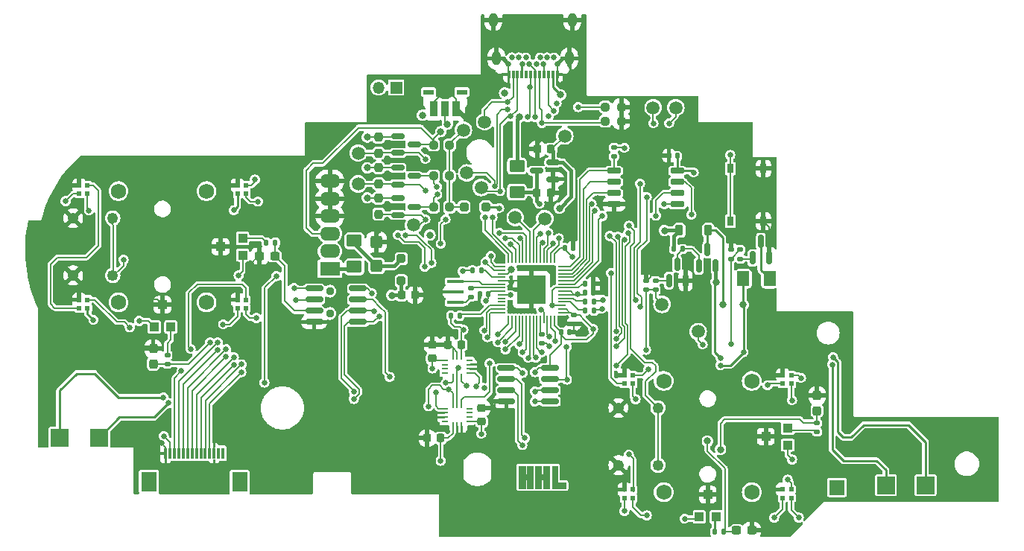
<source format=gbr>
G04 #@! TF.GenerationSoftware,KiCad,Pcbnew,7.0.2*
G04 #@! TF.CreationDate,2023-07-29T11:35:43-07:00*
G04 #@! TF.ProjectId,procon_gcc_main_pcb,70726f63-6f6e-45f6-9763-635f6d61696e,1*
G04 #@! TF.SameCoordinates,Original*
G04 #@! TF.FileFunction,Copper,L1,Top*
G04 #@! TF.FilePolarity,Positive*
%FSLAX46Y46*%
G04 Gerber Fmt 4.6, Leading zero omitted, Abs format (unit mm)*
G04 Created by KiCad (PCBNEW 7.0.2) date 2023-07-29 11:35:43*
%MOMM*%
%LPD*%
G01*
G04 APERTURE LIST*
G04 Aperture macros list*
%AMRoundRect*
0 Rectangle with rounded corners*
0 $1 Rounding radius*
0 $2 $3 $4 $5 $6 $7 $8 $9 X,Y pos of 4 corners*
0 Add a 4 corners polygon primitive as box body*
4,1,4,$2,$3,$4,$5,$6,$7,$8,$9,$2,$3,0*
0 Add four circle primitives for the rounded corners*
1,1,$1+$1,$2,$3*
1,1,$1+$1,$4,$5*
1,1,$1+$1,$6,$7*
1,1,$1+$1,$8,$9*
0 Add four rect primitives between the rounded corners*
20,1,$1+$1,$2,$3,$4,$5,0*
20,1,$1+$1,$4,$5,$6,$7,0*
20,1,$1+$1,$6,$7,$8,$9,0*
20,1,$1+$1,$8,$9,$2,$3,0*%
G04 Aperture macros list end*
G04 #@! TA.AperFunction,EtchedComponent*
%ADD10C,0.050000*%
G04 #@! TD*
G04 #@! TA.AperFunction,SMDPad,CuDef*
%ADD11R,0.950000X1.700000*%
G04 #@! TD*
G04 #@! TA.AperFunction,SMDPad,CuDef*
%ADD12R,0.900000X1.700000*%
G04 #@! TD*
G04 #@! TA.AperFunction,SMDPad,CuDef*
%ADD13R,1.200000X0.600000*%
G04 #@! TD*
G04 #@! TA.AperFunction,SMDPad,CuDef*
%ADD14R,1.000000X1.000000*%
G04 #@! TD*
G04 #@! TA.AperFunction,SMDPad,CuDef*
%ADD15RoundRect,0.135000X0.185000X-0.135000X0.185000X0.135000X-0.185000X0.135000X-0.185000X-0.135000X0*%
G04 #@! TD*
G04 #@! TA.AperFunction,ComponentPad*
%ADD16R,1.700000X1.700000*%
G04 #@! TD*
G04 #@! TA.AperFunction,SMDPad,CuDef*
%ADD17RoundRect,0.135000X0.135000X0.185000X-0.135000X0.185000X-0.135000X-0.185000X0.135000X-0.185000X0*%
G04 #@! TD*
G04 #@! TA.AperFunction,SMDPad,CuDef*
%ADD18R,0.550000X0.550000*%
G04 #@! TD*
G04 #@! TA.AperFunction,SMDPad,CuDef*
%ADD19RoundRect,0.225000X-0.225000X-0.375000X0.225000X-0.375000X0.225000X0.375000X-0.225000X0.375000X0*%
G04 #@! TD*
G04 #@! TA.AperFunction,SMDPad,CuDef*
%ADD20RoundRect,0.225000X-0.250000X0.225000X-0.250000X-0.225000X0.250000X-0.225000X0.250000X0.225000X0*%
G04 #@! TD*
G04 #@! TA.AperFunction,SMDPad,CuDef*
%ADD21RoundRect,0.135000X-0.185000X0.135000X-0.185000X-0.135000X0.185000X-0.135000X0.185000X0.135000X0*%
G04 #@! TD*
G04 #@! TA.AperFunction,SMDPad,CuDef*
%ADD22C,1.500000*%
G04 #@! TD*
G04 #@! TA.AperFunction,SMDPad,CuDef*
%ADD23RoundRect,0.150000X-0.825000X-0.150000X0.825000X-0.150000X0.825000X0.150000X-0.825000X0.150000X0*%
G04 #@! TD*
G04 #@! TA.AperFunction,SMDPad,CuDef*
%ADD24RoundRect,0.237500X-0.237500X0.300000X-0.237500X-0.300000X0.237500X-0.300000X0.237500X0.300000X0*%
G04 #@! TD*
G04 #@! TA.AperFunction,ComponentPad*
%ADD25R,2.300000X1.600000*%
G04 #@! TD*
G04 #@! TA.AperFunction,ComponentPad*
%ADD26O,2.300000X1.600000*%
G04 #@! TD*
G04 #@! TA.AperFunction,SMDPad,CuDef*
%ADD27RoundRect,0.150000X-0.587500X-0.150000X0.587500X-0.150000X0.587500X0.150000X-0.587500X0.150000X0*%
G04 #@! TD*
G04 #@! TA.AperFunction,SMDPad,CuDef*
%ADD28RoundRect,0.135000X-0.135000X-0.185000X0.135000X-0.185000X0.135000X0.185000X-0.135000X0.185000X0*%
G04 #@! TD*
G04 #@! TA.AperFunction,SMDPad,CuDef*
%ADD29RoundRect,0.237500X0.300000X0.237500X-0.300000X0.237500X-0.300000X-0.237500X0.300000X-0.237500X0*%
G04 #@! TD*
G04 #@! TA.AperFunction,SMDPad,CuDef*
%ADD30RoundRect,0.250001X-0.624999X0.462499X-0.624999X-0.462499X0.624999X-0.462499X0.624999X0.462499X0*%
G04 #@! TD*
G04 #@! TA.AperFunction,SMDPad,CuDef*
%ADD31RoundRect,0.237500X-0.237500X0.250000X-0.237500X-0.250000X0.237500X-0.250000X0.237500X0.250000X0*%
G04 #@! TD*
G04 #@! TA.AperFunction,SMDPad,CuDef*
%ADD32RoundRect,0.150000X0.150000X-0.587500X0.150000X0.587500X-0.150000X0.587500X-0.150000X-0.587500X0*%
G04 #@! TD*
G04 #@! TA.AperFunction,SMDPad,CuDef*
%ADD33RoundRect,0.140000X0.140000X0.170000X-0.140000X0.170000X-0.140000X-0.170000X0.140000X-0.170000X0*%
G04 #@! TD*
G04 #@! TA.AperFunction,ComponentPad*
%ADD34R,2.000000X2.000000*%
G04 #@! TD*
G04 #@! TA.AperFunction,SMDPad,CuDef*
%ADD35RoundRect,0.050000X-0.050000X0.387500X-0.050000X-0.387500X0.050000X-0.387500X0.050000X0.387500X0*%
G04 #@! TD*
G04 #@! TA.AperFunction,SMDPad,CuDef*
%ADD36RoundRect,0.050000X-0.387500X0.050000X-0.387500X-0.050000X0.387500X-0.050000X0.387500X0.050000X0*%
G04 #@! TD*
G04 #@! TA.AperFunction,SMDPad,CuDef*
%ADD37R,3.200000X3.200000*%
G04 #@! TD*
G04 #@! TA.AperFunction,SMDPad,CuDef*
%ADD38RoundRect,0.140000X-0.170000X0.140000X-0.170000X-0.140000X0.170000X-0.140000X0.170000X0.140000X0*%
G04 #@! TD*
G04 #@! TA.AperFunction,SMDPad,CuDef*
%ADD39RoundRect,0.250000X-0.250000X-0.250000X0.250000X-0.250000X0.250000X0.250000X-0.250000X0.250000X0*%
G04 #@! TD*
G04 #@! TA.AperFunction,SMDPad,CuDef*
%ADD40RoundRect,0.250001X0.624999X-0.462499X0.624999X0.462499X-0.624999X0.462499X-0.624999X-0.462499X0*%
G04 #@! TD*
G04 #@! TA.AperFunction,SMDPad,CuDef*
%ADD41RoundRect,0.250000X0.250000X-0.250000X0.250000X0.250000X-0.250000X0.250000X-0.250000X-0.250000X0*%
G04 #@! TD*
G04 #@! TA.AperFunction,SMDPad,CuDef*
%ADD42RoundRect,0.237500X0.250000X0.237500X-0.250000X0.237500X-0.250000X-0.237500X0.250000X-0.237500X0*%
G04 #@! TD*
G04 #@! TA.AperFunction,SMDPad,CuDef*
%ADD43RoundRect,0.225000X-0.225000X-0.250000X0.225000X-0.250000X0.225000X0.250000X-0.225000X0.250000X0*%
G04 #@! TD*
G04 #@! TA.AperFunction,SMDPad,CuDef*
%ADD44RoundRect,0.250001X-0.462499X-0.624999X0.462499X-0.624999X0.462499X0.624999X-0.462499X0.624999X0*%
G04 #@! TD*
G04 #@! TA.AperFunction,SMDPad,CuDef*
%ADD45RoundRect,0.237500X-0.300000X-0.237500X0.300000X-0.237500X0.300000X0.237500X-0.300000X0.237500X0*%
G04 #@! TD*
G04 #@! TA.AperFunction,SMDPad,CuDef*
%ADD46RoundRect,0.225000X0.225000X0.250000X-0.225000X0.250000X-0.225000X-0.250000X0.225000X-0.250000X0*%
G04 #@! TD*
G04 #@! TA.AperFunction,SMDPad,CuDef*
%ADD47R,1.900000X0.400000*%
G04 #@! TD*
G04 #@! TA.AperFunction,SMDPad,CuDef*
%ADD48RoundRect,0.140000X-0.140000X-0.170000X0.140000X-0.170000X0.140000X0.170000X-0.140000X0.170000X0*%
G04 #@! TD*
G04 #@! TA.AperFunction,SMDPad,CuDef*
%ADD49RoundRect,0.250000X0.425000X-0.450000X0.425000X0.450000X-0.425000X0.450000X-0.425000X-0.450000X0*%
G04 #@! TD*
G04 #@! TA.AperFunction,SMDPad,CuDef*
%ADD50RoundRect,0.150000X0.587500X0.150000X-0.587500X0.150000X-0.587500X-0.150000X0.587500X-0.150000X0*%
G04 #@! TD*
G04 #@! TA.AperFunction,ComponentPad*
%ADD51C,1.750000*%
G04 #@! TD*
G04 #@! TA.AperFunction,ComponentPad*
%ADD52C,1.250000*%
G04 #@! TD*
G04 #@! TA.AperFunction,SMDPad,CuDef*
%ADD53R,0.750000X1.000000*%
G04 #@! TD*
G04 #@! TA.AperFunction,ComponentPad*
%ADD54R,1.350000X1.350000*%
G04 #@! TD*
G04 #@! TA.AperFunction,ComponentPad*
%ADD55O,1.350000X1.350000*%
G04 #@! TD*
G04 #@! TA.AperFunction,SMDPad,CuDef*
%ADD56R,0.300000X1.300000*%
G04 #@! TD*
G04 #@! TA.AperFunction,SMDPad,CuDef*
%ADD57R,1.800000X2.200000*%
G04 #@! TD*
G04 #@! TA.AperFunction,SMDPad,CuDef*
%ADD58R,0.300000X0.900000*%
G04 #@! TD*
G04 #@! TA.AperFunction,ComponentPad*
%ADD59C,0.650000*%
G04 #@! TD*
G04 #@! TA.AperFunction,ComponentPad*
%ADD60O,1.000000X1.600000*%
G04 #@! TD*
G04 #@! TA.AperFunction,SMDPad,CuDef*
%ADD61RoundRect,0.150000X-0.650000X-0.150000X0.650000X-0.150000X0.650000X0.150000X-0.650000X0.150000X0*%
G04 #@! TD*
G04 #@! TA.AperFunction,SMDPad,CuDef*
%ADD62R,0.745000X0.280000*%
G04 #@! TD*
G04 #@! TA.AperFunction,SMDPad,CuDef*
%ADD63R,0.280000X0.745000*%
G04 #@! TD*
G04 #@! TA.AperFunction,SMDPad,CuDef*
%ADD64RoundRect,0.237500X-0.250000X-0.237500X0.250000X-0.237500X0.250000X0.237500X-0.250000X0.237500X0*%
G04 #@! TD*
G04 #@! TA.AperFunction,ViaPad*
%ADD65C,0.650000*%
G04 #@! TD*
G04 #@! TA.AperFunction,ViaPad*
%ADD66C,0.800000*%
G04 #@! TD*
G04 #@! TA.AperFunction,ViaPad*
%ADD67C,0.950000*%
G04 #@! TD*
G04 #@! TA.AperFunction,Conductor*
%ADD68C,0.150000*%
G04 #@! TD*
G04 #@! TA.AperFunction,Conductor*
%ADD69C,0.200000*%
G04 #@! TD*
G04 #@! TA.AperFunction,Conductor*
%ADD70C,0.250000*%
G04 #@! TD*
G04 #@! TA.AperFunction,Conductor*
%ADD71C,0.400000*%
G04 #@! TD*
G04 APERTURE END LIST*
D10*
X141256099Y-145243438D02*
X142210054Y-145243438D01*
X142210054Y-145912807D01*
X140623440Y-145912807D01*
X140623440Y-143359635D01*
X141256099Y-143359635D01*
X141256099Y-145243438D01*
G04 #@! TA.AperFunction,EtchedComponent*
G36*
X141256099Y-145243438D02*
G01*
X142210054Y-145243438D01*
X142210054Y-145912807D01*
X140623440Y-145912807D01*
X140623440Y-143359635D01*
X141256099Y-143359635D01*
X141256099Y-145243438D01*
G37*
G04 #@! TD.AperFunction*
X138490336Y-145912807D02*
X137809475Y-145912807D01*
X137809475Y-144944685D01*
X137569819Y-144944685D01*
X137569819Y-145912807D01*
X136884519Y-145912807D01*
X136884519Y-143360155D01*
X137567533Y-143359635D01*
X137567533Y-144282437D01*
X137809475Y-144282437D01*
X137809475Y-143359635D01*
X138490336Y-143359635D01*
X138490336Y-145912807D01*
G04 #@! TA.AperFunction,EtchedComponent*
G36*
X138490336Y-145912807D02*
G01*
X137809475Y-145912807D01*
X137809475Y-144944685D01*
X137569819Y-144944685D01*
X137569819Y-145912807D01*
X136884519Y-145912807D01*
X136884519Y-143360155D01*
X137567533Y-143359635D01*
X137567533Y-144282437D01*
X137809475Y-144282437D01*
X137809475Y-143359635D01*
X138490336Y-143359635D01*
X138490336Y-145912807D01*
G37*
G04 #@! TD.AperFunction*
X140340336Y-145912807D02*
X139659475Y-145912807D01*
X139659475Y-144944685D01*
X139419819Y-144944685D01*
X139419819Y-145912807D01*
X138734519Y-145912807D01*
X138734519Y-143360155D01*
X139417533Y-143359635D01*
X139417533Y-144282437D01*
X139659475Y-144282437D01*
X139659475Y-143359635D01*
X140340336Y-143359635D01*
X140340336Y-145912807D01*
G04 #@! TA.AperFunction,EtchedComponent*
G36*
X140340336Y-145912807D02*
G01*
X139659475Y-145912807D01*
X139659475Y-144944685D01*
X139419819Y-144944685D01*
X139419819Y-145912807D01*
X138734519Y-145912807D01*
X138734519Y-143360155D01*
X139417533Y-143359635D01*
X139417533Y-144282437D01*
X139659475Y-144282437D01*
X139659475Y-143359635D01*
X140340336Y-143359635D01*
X140340336Y-145912807D01*
G37*
G04 #@! TD.AperFunction*
D11*
X127208519Y-102740000D03*
D12*
X128483519Y-102740000D03*
D11*
X129758519Y-102740000D03*
D13*
X126583519Y-100840000D03*
X130383519Y-100840000D03*
D14*
X105477000Y-119382600D03*
X105477000Y-117482600D03*
X102977000Y-118432600D03*
D15*
X152392760Y-123334312D03*
X152392760Y-122314312D03*
D16*
X172983595Y-145804174D03*
D17*
X145378378Y-124674084D03*
X144358378Y-124674084D03*
D18*
X166845200Y-133997000D03*
X167795200Y-133997000D03*
X167795200Y-133047000D03*
X166845200Y-133047000D03*
D19*
X155085499Y-116574786D03*
X158385499Y-116574786D03*
D20*
X132638988Y-136778904D03*
X132638988Y-138328904D03*
D21*
X162021317Y-118784380D03*
X162021317Y-119804380D03*
D22*
X152120505Y-102616000D03*
D15*
X170739623Y-139478477D03*
X170739623Y-138458477D03*
D22*
X142081539Y-105833876D03*
D23*
X113605156Y-123184537D03*
X113605156Y-124454537D03*
X113605156Y-125724537D03*
X113605156Y-126994537D03*
X118555156Y-126994537D03*
X118555156Y-125724537D03*
X118555156Y-124454537D03*
X118555156Y-123184537D03*
D24*
X95317457Y-130017891D03*
X95317457Y-131742891D03*
D25*
X115400000Y-120950000D03*
D26*
X115400000Y-118950000D03*
X115400000Y-116950000D03*
X115400000Y-114950000D03*
X115400000Y-112950000D03*
X115400000Y-110950000D03*
D27*
X123105000Y-105860000D03*
X123105000Y-107760000D03*
X124980000Y-106810000D03*
X123092500Y-112930000D03*
X123092500Y-114830000D03*
X124967500Y-113880000D03*
D28*
X131570000Y-121131418D03*
X132590000Y-121131418D03*
D29*
X163312504Y-150698757D03*
X161587504Y-150698757D03*
D18*
X86902000Y-125407600D03*
X87852000Y-125407600D03*
X87852000Y-124457600D03*
X86902000Y-124457600D03*
D30*
X136652000Y-109256500D03*
X136652000Y-112231500D03*
D31*
X120944000Y-109456500D03*
X120944000Y-111281500D03*
D32*
X163403973Y-119704893D03*
X165303973Y-119704893D03*
X164353973Y-117829893D03*
D33*
X154868965Y-108099075D03*
X153908965Y-108099075D03*
D34*
X178562000Y-145542000D03*
D35*
X140900000Y-119862500D03*
X140500000Y-119862500D03*
X140100000Y-119862500D03*
X139700000Y-119862500D03*
X139300000Y-119862500D03*
X138900000Y-119862500D03*
X138500000Y-119862500D03*
X138100000Y-119862500D03*
X137700000Y-119862500D03*
X137300000Y-119862500D03*
X136900000Y-119862500D03*
X136500000Y-119862500D03*
X136100000Y-119862500D03*
X135700000Y-119862500D03*
D36*
X134862500Y-120700000D03*
X134862500Y-121100000D03*
X134862500Y-121500000D03*
X134862500Y-121900000D03*
X134862500Y-122300000D03*
X134862500Y-122700000D03*
X134862500Y-123100000D03*
X134862500Y-123500000D03*
X134862500Y-123900000D03*
X134862500Y-124300000D03*
X134862500Y-124700000D03*
X134862500Y-125100000D03*
X134862500Y-125500000D03*
X134862500Y-125900000D03*
D35*
X135700000Y-126737500D03*
X136100000Y-126737500D03*
X136500000Y-126737500D03*
X136900000Y-126737500D03*
X137300000Y-126737500D03*
X137700000Y-126737500D03*
X138100000Y-126737500D03*
X138500000Y-126737500D03*
X138900000Y-126737500D03*
X139300000Y-126737500D03*
X139700000Y-126737500D03*
X140100000Y-126737500D03*
X140500000Y-126737500D03*
X140900000Y-126737500D03*
D36*
X141737500Y-125900000D03*
X141737500Y-125500000D03*
X141737500Y-125100000D03*
X141737500Y-124700000D03*
X141737500Y-124300000D03*
X141737500Y-123900000D03*
X141737500Y-123500000D03*
X141737500Y-123100000D03*
X141737500Y-122700000D03*
X141737500Y-122300000D03*
X141737500Y-121900000D03*
X141737500Y-121500000D03*
X141737500Y-121100000D03*
X141737500Y-120700000D03*
D37*
X138300000Y-123300000D03*
D18*
X104902000Y-112407600D03*
X105852000Y-112407600D03*
X105852000Y-111457600D03*
X104902000Y-111457600D03*
D38*
X143120000Y-126220000D03*
X143120000Y-127180000D03*
D22*
X139814343Y-115229853D03*
D31*
X120937000Y-112897500D03*
X120937000Y-114722500D03*
D39*
X130628718Y-113924462D03*
X133128718Y-113924462D03*
D40*
X118166000Y-120723000D03*
X118166000Y-117748000D03*
D34*
X84675000Y-140125000D03*
D41*
X123500000Y-122300000D03*
X123500000Y-119800000D03*
D33*
X133361612Y-123799940D03*
X132401612Y-123799940D03*
D42*
X128992500Y-113940000D03*
X127167500Y-113940000D03*
D21*
X160950598Y-118782478D03*
X160950598Y-119802478D03*
D43*
X126437999Y-140194151D03*
X127987999Y-140194151D03*
D14*
X157370200Y-149122000D03*
X159270200Y-149122000D03*
X158320200Y-146622000D03*
D44*
X162366473Y-122067393D03*
X165341473Y-122067393D03*
D32*
X153905499Y-122292286D03*
X155805499Y-122292286D03*
X154855499Y-120417286D03*
D17*
X145383475Y-125698631D03*
X144363475Y-125698631D03*
D45*
X107418809Y-119497056D03*
X109143809Y-119497056D03*
D46*
X125075000Y-123925000D03*
X123525000Y-123925000D03*
D18*
X148845200Y-146997000D03*
X149795200Y-146997000D03*
X149795200Y-146047000D03*
X148845200Y-146047000D03*
D22*
X124900940Y-115973075D03*
X157237043Y-128094200D03*
D20*
X127028523Y-129572529D03*
X127028523Y-131122529D03*
D15*
X147669721Y-108165507D03*
X147669721Y-107145507D03*
D47*
X129650000Y-122375000D03*
X129650000Y-123575000D03*
X129650000Y-124775000D03*
D48*
X142075728Y-118581565D03*
X143035728Y-118581565D03*
D18*
X86902000Y-112407600D03*
X87852000Y-112407600D03*
X87852000Y-111457600D03*
X86902000Y-111457600D03*
D49*
X120706000Y-120622000D03*
X120706000Y-117922000D03*
D22*
X130556000Y-105156000D03*
D24*
X170738456Y-135352081D03*
X170738456Y-137077081D03*
D18*
X166845200Y-146997000D03*
X167795200Y-146997000D03*
X167795200Y-146047000D03*
X166845200Y-146047000D03*
D27*
X123092500Y-109440000D03*
X123092500Y-111340000D03*
X124967500Y-110390000D03*
D50*
X140745500Y-110744500D03*
X140745500Y-108844500D03*
X138870500Y-109794500D03*
D28*
X159135629Y-150847756D03*
X160155629Y-150847756D03*
D51*
X153320200Y-133697000D03*
X153320200Y-146347000D03*
X163320200Y-133697000D03*
X163320200Y-146347000D03*
D52*
X152670200Y-136772000D03*
X152670200Y-143272000D03*
X148170200Y-136772000D03*
X148170200Y-143272000D03*
D53*
X164635000Y-109540000D03*
X164635000Y-115540000D03*
X160885000Y-109540000D03*
X160885000Y-115540000D03*
D14*
X95427000Y-127532600D03*
X97327000Y-127532600D03*
X96377000Y-125032600D03*
D22*
X136459755Y-115106341D03*
D28*
X108175401Y-117977059D03*
X109195401Y-117977059D03*
D43*
X128768394Y-129595200D03*
X130318394Y-129595200D03*
D33*
X142603255Y-128160953D03*
X141643255Y-128160953D03*
D28*
X129129756Y-126274421D03*
X130149756Y-126274421D03*
D43*
X138913000Y-112324500D03*
X140463000Y-112324500D03*
D33*
X145330000Y-123675000D03*
X144370000Y-123675000D03*
D54*
X122920000Y-100330000D03*
D55*
X120920000Y-100330000D03*
D22*
X118616369Y-107778492D03*
D33*
X145327989Y-122665768D03*
X144367989Y-122665768D03*
D56*
X96741205Y-141917846D03*
X97241205Y-141917846D03*
X97741205Y-141917846D03*
X98241205Y-141917846D03*
X98741205Y-141917846D03*
X99241205Y-141917846D03*
X99741205Y-141917846D03*
X100241205Y-141917846D03*
X100741205Y-141917846D03*
X101241205Y-141917846D03*
X101741205Y-141917846D03*
X102241205Y-141917846D03*
X102741205Y-141917846D03*
X103241205Y-141917846D03*
D57*
X94841205Y-145167846D03*
X105141205Y-145167846D03*
D22*
X130945712Y-110042059D03*
D32*
X157305499Y-120612286D03*
X159205499Y-120612286D03*
X158255499Y-118737286D03*
D42*
X128982500Y-110380000D03*
X127157500Y-110380000D03*
D58*
X141210000Y-98835000D03*
X140710000Y-98835000D03*
X140210000Y-98835000D03*
X139710000Y-98835000D03*
X139210000Y-98835000D03*
X138710000Y-98835000D03*
X138210000Y-98835000D03*
X137710000Y-98835000D03*
X137210000Y-98835000D03*
X136710000Y-98835000D03*
X136210000Y-98835000D03*
X135710000Y-98835000D03*
D59*
X135660000Y-97625000D03*
X136060000Y-96925000D03*
X136860000Y-96925000D03*
X137260000Y-97625000D03*
X137660000Y-96925000D03*
X138060000Y-97625000D03*
X138860000Y-97625000D03*
X139260000Y-96925000D03*
X139660000Y-97625000D03*
X140060000Y-96925000D03*
X140860000Y-96925000D03*
X141260000Y-97625000D03*
D60*
X142950000Y-92635000D03*
X142590000Y-97025000D03*
X134330000Y-97025000D03*
X133970000Y-92635000D03*
D22*
X118599544Y-111294833D03*
D23*
X135447000Y-132207000D03*
X135447000Y-133477000D03*
X135447000Y-134747000D03*
X135447000Y-136017000D03*
X140397000Y-136017000D03*
X140397000Y-134747000D03*
X140397000Y-133477000D03*
X140397000Y-132207000D03*
D61*
X147671042Y-109789917D03*
X147671042Y-111059917D03*
X147671042Y-112329917D03*
X147671042Y-113599917D03*
X154871042Y-113599917D03*
X154871042Y-112329917D03*
X154871042Y-111059917D03*
X154871042Y-109789917D03*
D42*
X128992500Y-106880000D03*
X127167500Y-106880000D03*
D15*
X131420884Y-124153577D03*
X131420884Y-123133577D03*
D21*
X96933652Y-130742363D03*
X96933652Y-131762363D03*
D46*
X140508000Y-107344500D03*
X138958000Y-107344500D03*
D18*
X104902000Y-125407600D03*
X105852000Y-125407600D03*
X105852000Y-124457600D03*
X104902000Y-124457600D03*
D62*
X131250000Y-132830000D03*
X131250000Y-132330000D03*
X131250000Y-131830000D03*
X131250000Y-131330000D03*
D63*
X130352000Y-130932000D03*
X129852000Y-130932000D03*
X129352000Y-130932000D03*
D62*
X128454000Y-131330000D03*
X128454000Y-131830000D03*
X128454000Y-132330000D03*
X128454000Y-132830000D03*
D63*
X129352000Y-133228000D03*
X129852000Y-133228000D03*
X130352000Y-133228000D03*
D31*
X120930000Y-105967500D03*
X120930000Y-107792500D03*
D17*
X155475499Y-118684786D03*
X154455499Y-118684786D03*
D62*
X128461499Y-136823749D03*
X128461499Y-137323749D03*
X128461499Y-137823749D03*
X128461499Y-138323749D03*
D63*
X129359499Y-138721749D03*
X129859499Y-138721749D03*
X130359499Y-138721749D03*
D62*
X131257499Y-138323749D03*
X131257499Y-137823749D03*
X131257499Y-137323749D03*
X131257499Y-136823749D03*
D63*
X130359499Y-136425749D03*
X129859499Y-136425749D03*
X129359499Y-136425749D03*
D22*
X154686000Y-102616000D03*
X132980418Y-104222421D03*
D64*
X146687500Y-102550000D03*
X148512500Y-102550000D03*
D51*
X91377000Y-112107600D03*
X91377000Y-124757600D03*
X101377000Y-112107600D03*
X101377000Y-124757600D03*
D52*
X90727000Y-115182600D03*
X90727000Y-121682600D03*
X86227000Y-115182600D03*
X86227000Y-121682600D03*
D14*
X167420200Y-140972000D03*
X167420200Y-139072000D03*
X164920200Y-140022000D03*
D18*
X148845200Y-133997000D03*
X149795200Y-133997000D03*
X149795200Y-133047000D03*
X148845200Y-133047000D03*
D21*
X151314832Y-122308704D03*
X151314832Y-123328704D03*
D34*
X89175000Y-140125000D03*
D22*
X153119831Y-124976430D03*
D34*
X183062000Y-145542000D03*
D64*
X146687500Y-104150000D03*
X148512500Y-104150000D03*
D22*
X132571909Y-111701320D03*
D21*
X139473009Y-128385944D03*
X139473009Y-129405944D03*
D65*
X93726331Y-126862917D03*
X134620000Y-114046000D03*
X130562373Y-127876914D03*
X168667000Y-149234000D03*
X142970303Y-119602303D03*
X133110093Y-124574727D03*
X88535000Y-126744000D03*
X167905000Y-142630000D03*
X127054837Y-132259660D03*
X151395000Y-148980000D03*
X127985961Y-142771665D03*
X136906432Y-129527645D03*
X152146000Y-104394000D03*
D66*
X119634000Y-112870000D03*
D65*
X120142000Y-123698000D03*
X145288000Y-127762000D03*
D66*
X119634000Y-109456500D03*
D65*
X150125000Y-135772000D03*
D66*
X141478000Y-114046000D03*
X119634000Y-105967500D03*
X122428000Y-123952000D03*
D65*
X105020929Y-121684734D03*
X155702000Y-149352000D03*
X143500453Y-123854037D03*
X88027000Y-114298000D03*
X138675176Y-132700935D03*
X107208063Y-113292025D03*
X96520000Y-139954000D03*
X107037293Y-126541343D03*
X137028008Y-117460000D03*
X167894000Y-135890000D03*
X156718000Y-109982000D03*
X132588000Y-139700000D03*
X142748000Y-100838000D03*
X120904000Y-116586000D03*
X145804133Y-112938500D03*
X133096000Y-100076000D03*
X143221104Y-114944030D03*
D66*
X127107283Y-123666449D03*
D65*
X150114000Y-104140000D03*
X120142000Y-139446000D03*
X106417379Y-120315295D03*
X103267000Y-124712000D03*
X152908000Y-107950000D03*
X132295074Y-125071565D03*
X96251364Y-140759909D03*
X134620000Y-138938000D03*
X165873000Y-145170000D03*
D66*
X175006000Y-141224000D03*
X139700000Y-105918000D03*
D65*
X94658085Y-124431035D03*
X149481155Y-131664147D03*
X163068000Y-117348000D03*
X111760000Y-127508000D03*
X145825146Y-121260797D03*
D66*
X180340000Y-140970000D03*
D65*
X165365000Y-141868000D03*
X143510000Y-128270000D03*
X170942000Y-133350000D03*
X120142000Y-136652000D03*
X102600819Y-120120673D03*
X165558656Y-131908586D03*
X93841951Y-129753459D03*
X125476000Y-122682000D03*
X102616000Y-140462000D03*
D66*
X157480000Y-124714000D03*
D65*
X103395240Y-111997354D03*
X85578500Y-112054911D03*
D66*
X140462000Y-113538000D03*
D65*
X85578500Y-124712000D03*
X147585000Y-145932000D03*
X164857000Y-150758000D03*
X156718000Y-146558000D03*
X151788505Y-121225927D03*
X135988986Y-122489828D03*
X153924000Y-104394000D03*
X96486350Y-135568701D03*
X139192000Y-113538000D03*
X172466000Y-131826000D03*
D66*
X153416000Y-116586000D03*
X159258000Y-122428000D03*
D65*
X159766000Y-131064000D03*
X99568000Y-130048000D03*
X98532731Y-132568731D03*
X172548500Y-130980513D03*
X159750995Y-131913370D03*
X97059568Y-136218201D03*
D66*
X160046410Y-125022965D03*
D65*
X162376218Y-130414500D03*
D66*
X162368205Y-125022965D03*
X135250000Y-100950000D03*
X141600000Y-101150000D03*
D65*
X135889284Y-123917342D03*
X140655008Y-125103788D03*
D66*
X125910445Y-103485736D03*
X136951582Y-103667026D03*
D65*
X148844000Y-107188000D03*
X160871714Y-108012111D03*
X135560000Y-102010000D03*
X141150037Y-102109750D03*
D66*
X127988555Y-105343940D03*
D65*
X127552150Y-111614186D03*
X134112000Y-111506000D03*
X135580464Y-102859256D03*
X140859500Y-102955721D03*
X139490000Y-104340000D03*
X150169000Y-124460000D03*
D67*
X115399875Y-126024784D03*
D65*
X138725000Y-103700000D03*
X150622000Y-111252000D03*
X146370500Y-124460000D03*
X153388660Y-113593849D03*
X145127916Y-113538000D03*
X152443077Y-114896437D03*
X145521157Y-114366463D03*
X146355074Y-114943530D03*
X156457671Y-114790556D03*
X102638667Y-129310618D03*
X132954745Y-127933292D03*
X133288465Y-128714500D03*
X102597604Y-130199504D03*
X103612047Y-130088267D03*
X134468986Y-128424319D03*
X134455541Y-129285586D03*
X103587142Y-130960994D03*
X135349887Y-129239062D03*
X104475631Y-131002427D03*
X135343064Y-130093708D03*
X104464757Y-131861123D03*
X105359559Y-131816120D03*
X137299911Y-130464500D03*
X137922000Y-131064000D03*
X105322545Y-132700957D03*
X150622000Y-125222000D03*
X146304000Y-125476000D03*
X137875497Y-103700000D03*
X151384000Y-112776000D03*
X138110500Y-100325000D03*
D67*
X115393423Y-123482711D03*
D65*
X135952868Y-103627332D03*
X140240000Y-103600000D03*
X134712689Y-112106689D03*
X127585799Y-112489066D03*
X143600000Y-102550000D03*
X130460546Y-121226096D03*
X147320000Y-121412000D03*
X151584478Y-132387522D03*
X165106351Y-134191230D03*
X165873000Y-149234000D03*
X168910000Y-133350000D03*
X135890000Y-118110000D03*
X126238000Y-115316000D03*
X126238000Y-112014000D03*
X135289311Y-117485500D03*
X134671163Y-116886000D03*
X126238000Y-108458000D03*
X151308546Y-130152209D03*
X138773731Y-131031781D03*
X139438596Y-130432281D03*
X157734000Y-129540000D03*
X160988701Y-129462658D03*
X101789256Y-129298146D03*
X111506000Y-124460000D03*
X137515984Y-140168988D03*
D66*
X158289061Y-140543759D03*
D65*
X139405270Y-125570588D03*
X140316540Y-129785101D03*
X137247348Y-140974897D03*
D66*
X159766000Y-141478000D03*
D65*
X167397000Y-144916000D03*
X148855000Y-148472000D03*
X133858000Y-115062000D03*
X149384122Y-116050151D03*
X85375221Y-113236927D03*
X106869300Y-110801928D03*
X127987924Y-118081924D03*
X133008554Y-115071795D03*
X128524000Y-115316000D03*
X91948000Y-119888000D03*
X120396000Y-125730000D03*
X138684000Y-134874000D03*
X147919500Y-128016000D03*
X147198879Y-117213045D03*
X141404177Y-117497313D03*
X132000173Y-134288316D03*
X127432841Y-134967501D03*
X118110000Y-134882500D03*
X92662542Y-127596428D03*
X103267000Y-127252000D03*
X109315105Y-121762452D03*
X104473364Y-114290045D03*
X149352000Y-142063488D03*
X107962872Y-133883745D03*
D66*
X136030294Y-121057593D03*
X126766222Y-117099496D03*
X128751620Y-104486351D03*
D65*
X123102497Y-117094000D03*
X126167632Y-120689085D03*
X133072036Y-120142000D03*
X126910268Y-120276596D03*
X133671536Y-119468777D03*
X123952000Y-117094000D03*
X133548657Y-131702501D03*
X140340984Y-128624884D03*
X148873233Y-117647016D03*
X122174000Y-133233500D03*
X142305553Y-129811740D03*
X130005677Y-132178963D03*
X142311493Y-133531152D03*
X147919500Y-129744441D03*
X140205307Y-116837159D03*
X126573027Y-136571982D03*
X120996689Y-126330689D03*
X139525184Y-117975142D03*
X138671220Y-136025083D03*
X148109237Y-117275581D03*
X130887178Y-134256953D03*
X128906167Y-134655907D03*
X118110000Y-135732003D03*
X147919500Y-128865503D03*
X140747854Y-118036659D03*
X111320153Y-123112063D03*
X139325404Y-117003791D03*
X149293981Y-116894857D03*
X147919500Y-131948063D03*
X137283380Y-132782656D03*
X141035477Y-129161171D03*
X132908956Y-134502055D03*
X128588745Y-133855475D03*
D68*
X143141236Y-123900000D02*
X143454490Y-123900000D01*
D69*
X93726331Y-126862917D02*
X94757317Y-126862917D01*
D70*
X133128718Y-113924462D02*
X134498462Y-113924462D01*
D69*
X149795200Y-133997000D02*
X149795200Y-135442200D01*
D68*
X130562373Y-127876914D02*
X130318394Y-128120893D01*
X141643255Y-129490164D02*
X141643255Y-128160953D01*
X105477000Y-121228663D02*
X105477000Y-119382600D01*
D69*
X87852000Y-114123000D02*
X88027000Y-114298000D01*
D68*
X129359499Y-139626501D02*
X128791849Y-140194151D01*
X140900000Y-127417698D02*
X141643255Y-128160953D01*
D70*
X154871042Y-109789917D02*
X154871042Y-108101152D01*
D71*
X141864500Y-108844500D02*
X142794000Y-109774000D01*
D69*
X133420000Y-123780000D02*
X133700000Y-123500000D01*
D71*
X140745500Y-108844500D02*
X141864500Y-108844500D01*
D70*
X134498462Y-113924462D02*
X134620000Y-114046000D01*
D69*
X119634000Y-105967500D02*
X120930000Y-105967500D01*
D71*
X123525000Y-123925000D02*
X122455000Y-123925000D01*
D68*
X127235994Y-131330000D02*
X127028523Y-131122529D01*
X144272000Y-126746000D02*
X145288000Y-127762000D01*
X141737500Y-123900000D02*
X143141236Y-123900000D01*
X142741236Y-123500000D02*
X143141236Y-123900000D01*
D69*
X119634000Y-112870000D02*
X119661500Y-112897500D01*
D68*
X132633833Y-138323749D02*
X132638988Y-138328904D01*
D71*
X140745500Y-108844500D02*
X140745500Y-107582000D01*
D69*
X140508000Y-107344500D02*
X140570915Y-107344500D01*
X123060000Y-112897500D02*
X123092500Y-112930000D01*
X150758000Y-148980000D02*
X151395000Y-148980000D01*
X167894000Y-135890000D02*
X167795200Y-135791200D01*
D68*
X142234619Y-125500000D02*
X142634619Y-125900000D01*
D69*
X119628537Y-123184537D02*
X120142000Y-123698000D01*
X123076000Y-109456500D02*
X123092500Y-109440000D01*
D68*
X127987999Y-142769627D02*
X127987999Y-140194151D01*
D69*
X157140200Y-149352000D02*
X155702000Y-149352000D01*
D68*
X142634619Y-125900000D02*
X142800000Y-125900000D01*
X129359499Y-138721749D02*
X129359499Y-139626501D01*
D69*
X167420200Y-142145200D02*
X167905000Y-142630000D01*
X149795200Y-135442200D02*
X150125000Y-135772000D01*
X122997500Y-105967500D02*
X123105000Y-105860000D01*
X137300000Y-117731992D02*
X137028008Y-117460000D01*
D68*
X144578996Y-129003593D02*
X145288000Y-128294589D01*
X142800000Y-125900000D02*
X143120000Y-126220000D01*
D69*
X87852000Y-112407600D02*
X87852000Y-114123000D01*
D68*
X140900000Y-126737500D02*
X140900000Y-127417698D01*
X107037293Y-126541343D02*
X106313193Y-126541343D01*
X128454000Y-131330000D02*
X127235994Y-131330000D01*
D71*
X123500000Y-122300000D02*
X123500000Y-123900000D01*
D69*
X141590537Y-118581565D02*
X142075728Y-118581565D01*
D68*
X143454490Y-123900000D02*
X143500453Y-123854037D01*
X130318394Y-128120893D02*
X130318394Y-129595200D01*
D71*
X142794000Y-109774000D02*
X142794000Y-112730000D01*
D69*
X142075728Y-118707728D02*
X142970303Y-119602303D01*
X167795200Y-135791200D02*
X167795200Y-133997000D01*
D70*
X87852000Y-125407600D02*
X87852000Y-126061000D01*
D69*
X142075728Y-118581565D02*
X142075728Y-118707728D01*
D68*
X105020929Y-121684734D02*
X105477000Y-121228663D01*
X132638988Y-138328904D02*
X132638988Y-139649012D01*
D69*
X120930000Y-105967500D02*
X122997500Y-105967500D01*
D68*
X127985961Y-142771665D02*
X127987999Y-142769627D01*
X143746000Y-126220000D02*
X144272000Y-126746000D01*
X141643255Y-128160953D02*
X141643255Y-128461754D01*
X141737500Y-125500000D02*
X142234619Y-125500000D01*
X130193459Y-127508000D02*
X130562373Y-127876914D01*
X141643255Y-128461754D02*
X142185094Y-129003593D01*
D69*
X140900000Y-119862500D02*
X140900000Y-119272102D01*
X157370200Y-149122000D02*
X157140200Y-149352000D01*
D68*
X129129756Y-126274421D02*
X129129756Y-127097756D01*
X140397000Y-132207000D02*
X140397000Y-130736419D01*
D69*
X140900000Y-119272102D02*
X141590537Y-118581565D01*
D68*
X152120505Y-104368505D02*
X152146000Y-104394000D01*
D69*
X118555156Y-123184537D02*
X119628537Y-123184537D01*
D68*
X137300000Y-129134077D02*
X136906432Y-129527645D01*
X139169111Y-132207000D02*
X138675176Y-132700935D01*
D69*
X120944000Y-109456500D02*
X123076000Y-109456500D01*
D68*
X105852000Y-126080150D02*
X105852000Y-125407600D01*
D69*
X149810000Y-147240000D02*
X149810000Y-148032000D01*
X137300000Y-119862500D02*
X137300000Y-117731992D01*
D68*
X132638988Y-139649012D02*
X132588000Y-139700000D01*
D71*
X122455000Y-123925000D02*
X122428000Y-123952000D01*
D70*
X156525917Y-109789917D02*
X156718000Y-109982000D01*
D68*
X131257499Y-138323749D02*
X132633833Y-138323749D01*
D69*
X97241205Y-140675205D02*
X96520000Y-139954000D01*
D68*
X152120505Y-102616000D02*
X152120505Y-104368505D01*
D69*
X97241205Y-141917846D02*
X97241205Y-140675205D01*
D68*
X107208063Y-113292025D02*
X106356344Y-113292025D01*
X144145000Y-123900000D02*
X144370000Y-123675000D01*
D70*
X154871042Y-109789917D02*
X156525917Y-109789917D01*
D69*
X149810000Y-148032000D02*
X150758000Y-148980000D01*
D68*
X128791849Y-140194151D02*
X127987999Y-140194151D01*
D70*
X87852000Y-126061000D02*
X88535000Y-126744000D01*
D71*
X142794000Y-112730000D02*
X141478000Y-114046000D01*
D68*
X129540000Y-127508000D02*
X130193459Y-127508000D01*
D69*
X140570915Y-107344500D02*
X142081539Y-105833876D01*
X119661500Y-112897500D02*
X120937000Y-112897500D01*
D70*
X154871042Y-108101152D02*
X154868965Y-108099075D01*
D68*
X145288000Y-128294589D02*
X145288000Y-127762000D01*
X143120000Y-126220000D02*
X143746000Y-126220000D01*
X141737500Y-125900000D02*
X142800000Y-125900000D01*
X130352000Y-129628806D02*
X130318394Y-129595200D01*
X105852000Y-112787681D02*
X105852000Y-112407600D01*
X143500453Y-123854037D02*
X143546416Y-123900000D01*
X143546416Y-123900000D02*
X144145000Y-123900000D01*
X140397000Y-130736419D02*
X141643255Y-129490164D01*
X106356344Y-113292025D02*
X105852000Y-112787681D01*
D71*
X140745500Y-107582000D02*
X140508000Y-107344500D01*
D69*
X133110093Y-124574727D02*
X133361612Y-124323208D01*
D71*
X123500000Y-123900000D02*
X123525000Y-123925000D01*
D68*
X127028523Y-131122529D02*
X127054837Y-131148843D01*
X141737500Y-123500000D02*
X142741236Y-123500000D01*
X140397000Y-132207000D02*
X139169111Y-132207000D01*
D69*
X167795200Y-146997000D02*
X167795200Y-148362200D01*
D68*
X137300000Y-126737500D02*
X137300000Y-129134077D01*
X127054837Y-131148843D02*
X127054837Y-132259660D01*
X142185094Y-129003593D02*
X144578996Y-129003593D01*
D69*
X120937000Y-112897500D02*
X123060000Y-112897500D01*
X119634000Y-109456500D02*
X120944000Y-109456500D01*
D68*
X129129756Y-127097756D02*
X129540000Y-127508000D01*
D69*
X167420200Y-140972000D02*
X167420200Y-142145200D01*
D68*
X130352000Y-130932000D02*
X130352000Y-129628806D01*
X106313193Y-126541343D02*
X105852000Y-126080150D01*
D69*
X94757317Y-126862917D02*
X95427000Y-127532600D01*
X133361612Y-124323208D02*
X133361612Y-123799940D01*
X167795200Y-148362200D02*
X168667000Y-149234000D01*
X133700000Y-123500000D02*
X134862500Y-123500000D01*
D68*
X128768394Y-129595200D02*
X129060887Y-129595200D01*
D69*
X93841951Y-129753459D02*
X95053025Y-129753459D01*
X86127411Y-111506000D02*
X85578500Y-112054911D01*
X156718000Y-124714000D02*
X157480000Y-124714000D01*
D68*
X135382000Y-100076000D02*
X135660000Y-99798000D01*
X141260000Y-99604000D02*
X141260000Y-97625000D01*
X129060887Y-129595200D02*
X129352000Y-129886313D01*
X142494000Y-100838000D02*
X141260000Y-99604000D01*
X120706000Y-116784000D02*
X120904000Y-116586000D01*
X106417379Y-120315295D02*
X107235618Y-119497056D01*
D71*
X140463000Y-112324500D02*
X140463000Y-113537000D01*
D69*
X165303973Y-116208973D02*
X164635000Y-115540000D01*
D68*
X128745723Y-129572529D02*
X128768394Y-129595200D01*
D69*
X155805499Y-122292286D02*
X155805499Y-123801499D01*
D68*
X137300000Y-122300000D02*
X134862500Y-122300000D01*
D69*
X142603255Y-128160953D02*
X142857047Y-128160953D01*
D68*
X96741205Y-141917846D02*
X96741205Y-141249750D01*
D69*
X102241205Y-140836795D02*
X102616000Y-140462000D01*
X102241205Y-141917846D02*
X102241205Y-140836795D01*
D68*
X138300000Y-123300000D02*
X137300000Y-122300000D01*
D69*
X132295074Y-125071565D02*
X132401612Y-124965027D01*
D68*
X150104000Y-104150000D02*
X150114000Y-104140000D01*
D69*
X146465550Y-113599917D02*
X145804133Y-112938500D01*
X165303973Y-119704893D02*
X165303973Y-116208973D01*
X134239000Y-136017000D02*
X134112000Y-136144000D01*
X95053025Y-129753459D02*
X95317457Y-130017891D01*
X86868000Y-111506000D02*
X86127411Y-111506000D01*
D68*
X120208754Y-139512754D02*
X120142000Y-139446000D01*
D69*
X145327989Y-121757954D02*
X145825146Y-121260797D01*
X143035728Y-118581565D02*
X143035728Y-115129406D01*
X148860000Y-146290000D02*
X148502000Y-145932000D01*
D68*
X96741205Y-141249750D02*
X96251364Y-140759909D01*
D69*
X143120000Y-127898000D02*
X143120000Y-127180000D01*
X147671042Y-113599917D02*
X146465550Y-113599917D01*
X170688000Y-133604000D02*
X170942000Y-133350000D01*
X125075000Y-123083000D02*
X125476000Y-122682000D01*
X164920200Y-140022000D02*
X164920200Y-141423200D01*
X165558656Y-131908586D02*
X165558656Y-132596619D01*
D68*
X163068000Y-116332000D02*
X163068000Y-117348000D01*
X102977000Y-119744492D02*
X102977000Y-118432600D01*
X160950598Y-118782478D02*
X160950598Y-117941402D01*
D69*
X155805499Y-123801499D02*
X156210000Y-124206000D01*
D68*
X107235618Y-119497056D02*
X107418809Y-119497056D01*
D70*
X127198732Y-123575000D02*
X129650000Y-123575000D01*
D68*
X129758519Y-101657255D02*
X129296375Y-101195111D01*
D71*
X140463000Y-113537000D02*
X140462000Y-113538000D01*
D68*
X148512500Y-102550000D02*
X148512500Y-104150000D01*
X132800322Y-99780322D02*
X133096000Y-100076000D01*
D69*
X164920200Y-141423200D02*
X165365000Y-141868000D01*
D68*
X142748000Y-100838000D02*
X142494000Y-100838000D01*
X129443126Y-99780322D02*
X130088656Y-99780322D01*
D69*
X151788505Y-121835031D02*
X151314832Y-122308704D01*
X151788505Y-121225927D02*
X151788505Y-121835031D01*
D71*
X140745500Y-112042000D02*
X140463000Y-112324500D01*
D69*
X145330000Y-122725000D02*
X145330000Y-123675000D01*
D68*
X112273463Y-126994537D02*
X111760000Y-127508000D01*
D69*
X145327989Y-122665768D02*
X145327989Y-121757954D01*
X156782000Y-146622000D02*
X156718000Y-146558000D01*
D68*
X129758519Y-102740000D02*
X129758519Y-101657255D01*
X148512500Y-104150000D02*
X150104000Y-104150000D01*
X135660000Y-99798000D02*
X135660000Y-97625000D01*
X129296375Y-101195111D02*
X129296375Y-100427026D01*
D69*
X166058037Y-133096000D02*
X166878000Y-133096000D01*
X164797757Y-150698757D02*
X164857000Y-150758000D01*
X163322000Y-117348000D02*
X163068000Y-117348000D01*
X142857047Y-128160953D02*
X143120000Y-127898000D01*
D70*
X138958000Y-107344500D02*
X138958000Y-106660000D01*
D69*
X163312504Y-150698757D02*
X164797757Y-150698757D01*
D68*
X153057075Y-108099075D02*
X152908000Y-107950000D01*
X129296375Y-100427026D02*
X129943079Y-99780322D01*
D71*
X140745500Y-110744500D02*
X140745500Y-112042000D01*
D70*
X127107283Y-123666449D02*
X127198732Y-123575000D01*
D68*
X129352000Y-129886313D02*
X129852000Y-130386313D01*
X133096000Y-100076000D02*
X135382000Y-100076000D01*
X160950598Y-117941402D02*
X161544000Y-117348000D01*
D69*
X165558656Y-132596619D02*
X166058037Y-133096000D01*
D68*
X164635000Y-115540000D02*
X163860000Y-115540000D01*
X129852000Y-130386313D02*
X129852000Y-130932000D01*
D69*
X132401612Y-124965027D02*
X132401612Y-123799940D01*
D68*
X163860000Y-115540000D02*
X163068000Y-116332000D01*
D69*
X143120000Y-127898000D02*
X143138000Y-127898000D01*
D68*
X135799158Y-122300000D02*
X135988986Y-122489828D01*
X129352000Y-129886313D02*
X129352000Y-130932000D01*
X141260000Y-97625000D02*
X141260000Y-97825000D01*
D69*
X135447000Y-136017000D02*
X134239000Y-136017000D01*
X158320200Y-146622000D02*
X156782000Y-146622000D01*
D68*
X153908965Y-108099075D02*
X153057075Y-108099075D01*
D69*
X143138000Y-127898000D02*
X143510000Y-128270000D01*
X134112000Y-138430000D02*
X134620000Y-138938000D01*
D68*
X134862500Y-122300000D02*
X135799158Y-122300000D01*
D69*
X94658085Y-124431035D02*
X95775435Y-124431035D01*
X170688000Y-135301625D02*
X170688000Y-133604000D01*
D68*
X129943079Y-99780322D02*
X130088656Y-99780322D01*
D69*
X95775435Y-124431035D02*
X96377000Y-125032600D01*
D68*
X102600819Y-120120673D02*
X102977000Y-119744492D01*
D69*
X134112000Y-136144000D02*
X134112000Y-138430000D01*
D68*
X130088656Y-99780322D02*
X132800322Y-99780322D01*
X161544000Y-117348000D02*
X163068000Y-117348000D01*
X113605156Y-126994537D02*
X112273463Y-126994537D01*
X127208519Y-102740000D02*
X127208519Y-102014929D01*
X120706000Y-117922000D02*
X120706000Y-116784000D01*
D69*
X143035728Y-115129406D02*
X143221104Y-114944030D01*
X170738456Y-135352081D02*
X170688000Y-135301625D01*
X148502000Y-145932000D02*
X147585000Y-145932000D01*
X125075000Y-123925000D02*
X125075000Y-123083000D01*
D68*
X120342754Y-136852754D02*
X120142000Y-136652000D01*
D69*
X156210000Y-124206000D02*
X156718000Y-124714000D01*
D68*
X127028523Y-129572529D02*
X128745723Y-129572529D01*
X164635000Y-109540000D02*
X164635000Y-115540000D01*
D70*
X138958000Y-106660000D02*
X139700000Y-105918000D01*
D68*
X127208519Y-102014929D02*
X129443126Y-99780322D01*
D70*
X86614000Y-132842000D02*
X88646000Y-132842000D01*
X88646000Y-132842000D02*
X91372701Y-135568701D01*
D71*
X159205499Y-120612286D02*
X159205499Y-122375499D01*
X138820000Y-112231500D02*
X138913000Y-112324500D01*
X138913000Y-112324500D02*
X138913000Y-113259000D01*
X155085499Y-116574786D02*
X154455499Y-117204786D01*
D70*
X159258000Y-122428000D02*
X159135499Y-122550501D01*
X159135499Y-130433499D02*
X159766000Y-131064000D01*
D68*
X154686000Y-103632000D02*
X154686000Y-102616000D01*
D70*
X177525000Y-142769000D02*
X173757000Y-142769000D01*
D71*
X138870500Y-112282000D02*
X138913000Y-112324500D01*
D70*
X91372701Y-135568701D02*
X96486350Y-135568701D01*
D71*
X155085499Y-116574786D02*
X153427214Y-116574786D01*
X153427214Y-116574786D02*
X153416000Y-116586000D01*
D70*
X84675000Y-134781000D02*
X86614000Y-132842000D01*
D71*
X136652000Y-112231500D02*
X138820000Y-112231500D01*
D68*
X153924000Y-104394000D02*
X154686000Y-103632000D01*
D70*
X84675000Y-140125000D02*
X84675000Y-134781000D01*
D71*
X159205499Y-122375499D02*
X159258000Y-122428000D01*
D70*
X178562000Y-145542000D02*
X178562000Y-143806000D01*
X173757000Y-142769000D02*
X172466000Y-141478000D01*
X178562000Y-143806000D02*
X177525000Y-142769000D01*
X159135499Y-122550501D02*
X159135499Y-130433499D01*
X172466000Y-141478000D02*
X172466000Y-131826000D01*
D71*
X154455499Y-117204786D02*
X154455499Y-118684786D01*
X138913000Y-113259000D02*
X139192000Y-113538000D01*
X138870500Y-109794500D02*
X138870500Y-112282000D01*
X118166000Y-117748000D02*
X118166000Y-118082000D01*
X122678000Y-120622000D02*
X123500000Y-119800000D01*
X120706000Y-120622000D02*
X122678000Y-120622000D01*
X118166000Y-118082000D02*
X120706000Y-120622000D01*
D68*
X98532731Y-132568731D02*
X97750000Y-133351462D01*
X97750000Y-133351462D02*
X97750000Y-141909051D01*
X105852000Y-123124000D02*
X105410000Y-122682000D01*
X99354250Y-129834250D02*
X99568000Y-130048000D01*
X105410000Y-122682000D02*
X100330000Y-122682000D01*
X105852000Y-124457600D02*
X105852000Y-123124000D01*
X99354250Y-123657750D02*
X99354250Y-129834250D01*
X97750000Y-141909051D02*
X97741205Y-141917846D01*
X100330000Y-122682000D02*
X99354250Y-123657750D01*
D70*
X164353973Y-121079893D02*
X164353973Y-117829893D01*
X165341473Y-122067393D02*
X164353973Y-121079893D01*
X183062000Y-140644000D02*
X181102000Y-138684000D01*
X97059568Y-136218201D02*
X95451765Y-137826004D01*
X160877348Y-131913370D02*
X159750995Y-131913370D01*
X91473996Y-137826004D02*
X92456000Y-137826004D01*
X162376218Y-125030978D02*
X162376218Y-130414500D01*
X162376218Y-130414500D02*
X160877348Y-131913370D01*
X173116000Y-139501846D02*
X173116000Y-131548013D01*
X162368205Y-122069125D02*
X162366473Y-122067393D01*
X158255499Y-116704786D02*
X158385499Y-116574786D01*
X173710390Y-140096236D02*
X173116000Y-139501846D01*
X162368205Y-125022965D02*
X162376218Y-125030978D01*
X176022000Y-138684000D02*
X174609764Y-140096236D01*
X160046410Y-117418246D02*
X160046410Y-125022965D01*
X183062000Y-145542000D02*
X183062000Y-140644000D01*
X158255499Y-118737286D02*
X158255499Y-116704786D01*
X159202950Y-116574786D02*
X159923029Y-117294865D01*
X173116000Y-131548013D02*
X172548500Y-130980513D01*
X159923029Y-117294865D02*
X160046410Y-117418246D01*
X174609764Y-140096236D02*
X173710390Y-140096236D01*
X158385499Y-116574786D02*
X159202950Y-116574786D01*
X89175000Y-140125000D02*
X91473996Y-137826004D01*
X181102000Y-138684000D02*
X176022000Y-138684000D01*
X162368205Y-125022965D02*
X162368205Y-122069125D01*
X92456000Y-137826004D02*
X95451765Y-137826004D01*
D69*
X128992500Y-113940000D02*
X128992500Y-110390000D01*
X128982500Y-110380000D02*
X128992500Y-110370000D01*
X130556000Y-105156000D02*
X128992500Y-106719500D01*
X128992500Y-113940000D02*
X130613180Y-113940000D01*
X128992500Y-110390000D02*
X128982500Y-110380000D01*
X128992500Y-106719500D02*
X128992500Y-106880000D01*
X128992500Y-110370000D02*
X128992500Y-106880000D01*
X130613180Y-113940000D02*
X130628718Y-113924462D01*
D71*
X115400000Y-120950000D02*
X117939000Y-120950000D01*
X117939000Y-120950000D02*
X118166000Y-120723000D01*
D70*
X140710000Y-100260000D02*
X141600000Y-101150000D01*
X140710000Y-99035000D02*
X140710000Y-100260000D01*
D68*
X144020197Y-122725000D02*
X144370000Y-122725000D01*
X140655008Y-125103788D02*
X141733712Y-125103788D01*
X141737500Y-123100000D02*
X143645197Y-123100000D01*
X141733712Y-125103788D02*
X141737500Y-125100000D01*
X135871942Y-123900000D02*
X135889284Y-123917342D01*
X140963874Y-123100000D02*
X141737500Y-123100000D01*
X140655008Y-125103788D02*
X140655008Y-123408866D01*
X143645197Y-123100000D02*
X144020197Y-122725000D01*
X140655008Y-123408866D02*
X140963874Y-123100000D01*
X134862500Y-123900000D02*
X135871942Y-123900000D01*
D71*
X136951582Y-103667026D02*
X136652000Y-103966608D01*
D68*
X139710000Y-97675000D02*
X139660000Y-97625000D01*
D70*
X137210000Y-97675000D02*
X137260000Y-97625000D01*
X137210000Y-99035000D02*
X137210000Y-97675000D01*
D69*
X139710000Y-98835000D02*
X139710000Y-97675000D01*
D71*
X136652000Y-103966608D02*
X136652000Y-109256500D01*
D68*
X147669721Y-108165507D02*
X147669721Y-109788596D01*
X143820604Y-110764801D02*
X144795488Y-109789917D01*
X143820604Y-119599824D02*
X143820604Y-110764801D01*
X147669721Y-109788596D02*
X147671042Y-109789917D01*
X142720428Y-120700000D02*
X143820604Y-119599824D01*
X141737500Y-120700000D02*
X142720428Y-120700000D01*
X144795488Y-109789917D02*
X147671042Y-109789917D01*
X160885000Y-108025397D02*
X160885000Y-109540000D01*
X160871714Y-108012111D02*
X160885000Y-108025397D01*
X147669721Y-107145507D02*
X148801507Y-107145507D01*
X148801507Y-107145507D02*
X148844000Y-107188000D01*
X160885000Y-109540000D02*
X160885000Y-115540000D01*
D69*
X129650000Y-124775000D02*
X130799461Y-124775000D01*
X130799461Y-124775000D02*
X131420884Y-124153577D01*
D68*
X131454461Y-123100000D02*
X131420884Y-123133577D01*
D69*
X134862500Y-123100000D02*
X131454461Y-123100000D01*
X132980418Y-104222421D02*
X132980418Y-102867957D01*
X133838375Y-102010000D02*
X135560000Y-102010000D01*
D68*
X136210000Y-99035000D02*
X136210000Y-101360000D01*
X127167500Y-106164995D02*
X127167500Y-106880000D01*
D69*
X132980418Y-102867957D02*
X133838375Y-102010000D01*
D68*
X136210000Y-101360000D02*
X135560000Y-102010000D01*
D69*
X125730000Y-104902000D02*
X118618000Y-104902000D01*
X127097500Y-106810000D02*
X127167500Y-106880000D01*
X114561861Y-108958139D02*
X113501588Y-108958139D01*
X112727755Y-109731972D02*
X112727755Y-116252802D01*
X112727755Y-116252802D02*
X113424953Y-116950000D01*
X113501588Y-108958139D02*
X112727755Y-109731972D01*
D68*
X124980000Y-106810000D02*
X127097500Y-106810000D01*
X127988555Y-105343940D02*
X127167500Y-106164995D01*
D69*
X127167500Y-106339500D02*
X125730000Y-104902000D01*
X113424953Y-116950000D02*
X115400000Y-116950000D01*
X118618000Y-104902000D02*
X114561861Y-108958139D01*
X127167500Y-106880000D02*
X127167500Y-106339500D01*
X140210000Y-99035000D02*
X140210000Y-102306221D01*
X140210000Y-102306221D02*
X140859500Y-102955721D01*
D68*
X127157500Y-110380000D02*
X127157500Y-111219536D01*
D69*
X124967500Y-110390000D02*
X127147500Y-110390000D01*
D68*
X133233859Y-110042059D02*
X134112000Y-110920200D01*
X134366000Y-103378000D02*
X134884744Y-102859256D01*
X134112000Y-110920200D02*
X134112000Y-111506000D01*
X127157500Y-111219536D02*
X127552150Y-111614186D01*
X130945712Y-110042059D02*
X133233859Y-110042059D01*
X134366000Y-111252000D02*
X134366000Y-103378000D01*
X134112000Y-111506000D02*
X134366000Y-111252000D01*
X134884744Y-102859256D02*
X135580464Y-102859256D01*
X139380000Y-102810000D02*
X139490000Y-102920000D01*
X139490000Y-104340000D02*
X146497500Y-104340000D01*
X139210000Y-99035000D02*
X139210000Y-102640000D01*
X139490000Y-102920000D02*
X139490000Y-104340000D01*
X146497500Y-104340000D02*
X146687500Y-104150000D01*
X139210000Y-102640000D02*
X139380000Y-102810000D01*
D69*
X150072396Y-118455476D02*
X149944500Y-118583372D01*
D68*
X138060000Y-97625000D02*
X138060000Y-97690083D01*
D69*
X149944500Y-124235500D02*
X150169000Y-124460000D01*
X149944500Y-120620241D02*
X149944500Y-124235500D01*
X150622000Y-111252000D02*
X150622000Y-117905872D01*
D68*
X138060000Y-97690083D02*
X138710000Y-98340083D01*
D69*
X146205500Y-124625000D02*
X146370500Y-124460000D01*
X145385000Y-124625000D02*
X146205500Y-124625000D01*
D68*
X138710000Y-98340083D02*
X138710000Y-103685000D01*
X138710000Y-103685000D02*
X138725000Y-103700000D01*
D69*
X149944500Y-118583372D02*
X149944500Y-120620241D01*
X150622000Y-117905872D02*
X150072396Y-118455476D01*
D68*
X142815402Y-121100000D02*
X144176022Y-119739380D01*
X144176022Y-111858853D02*
X144974958Y-111059917D01*
X141737500Y-121100000D02*
X142815402Y-121100000D01*
X144974958Y-111059917D02*
X147671042Y-111059917D01*
X144176022Y-119739380D02*
X144176022Y-111858853D01*
X144528416Y-113088657D02*
X145287156Y-112329917D01*
X144528416Y-119881960D02*
X144528416Y-113088657D01*
X142910376Y-121500000D02*
X144528416Y-119881960D01*
X145287156Y-112329917D02*
X147671042Y-112329917D01*
X141737500Y-121500000D02*
X142910376Y-121500000D01*
X153388660Y-113593849D02*
X154864974Y-113593849D01*
X144878416Y-120049846D02*
X144878416Y-119446775D01*
X143028262Y-121900000D02*
X143596754Y-121331508D01*
X141737500Y-121900000D02*
X143028262Y-121900000D01*
X154864974Y-113593849D02*
X154871042Y-113599917D01*
X144878416Y-113787500D02*
X145127916Y-113538000D01*
X144878416Y-119446775D02*
X144878416Y-113787500D01*
X143596754Y-121331508D02*
X144878416Y-120049846D01*
X145521157Y-114366463D02*
X145228416Y-114659204D01*
X152443077Y-113178950D02*
X153292110Y-112329917D01*
X153292110Y-112329917D02*
X154871042Y-112329917D01*
X145228416Y-120194821D02*
X143123236Y-122300000D01*
X143123236Y-122300000D02*
X141737500Y-122300000D01*
X145228416Y-114659204D02*
X145228416Y-120194821D01*
X152443077Y-114896437D02*
X152443077Y-113178950D01*
X156457671Y-114790556D02*
X156457671Y-111751182D01*
X146355074Y-114943530D02*
X145921179Y-115377425D01*
X145921179Y-120013518D02*
X143234697Y-122700000D01*
X156457671Y-111751182D02*
X155766406Y-111059917D01*
X155766406Y-111059917D02*
X154871042Y-111059917D01*
X143234697Y-122700000D02*
X141737500Y-122700000D01*
X145921179Y-115377425D02*
X145921179Y-120013518D01*
D69*
X132346661Y-122375000D02*
X132671661Y-122700000D01*
X132671661Y-122700000D02*
X134862500Y-122700000D01*
X129650000Y-122375000D02*
X132346661Y-122375000D01*
D68*
X130340339Y-126083838D02*
X130149756Y-126274421D01*
X133515880Y-125100000D02*
X132532042Y-126083838D01*
X134862500Y-125100000D02*
X133515880Y-125100000D01*
X132532042Y-126083838D02*
X130340339Y-126083838D01*
X133634241Y-125500000D02*
X133204842Y-125929399D01*
X133204842Y-127683195D02*
X132954745Y-127933292D01*
X98250000Y-133699285D02*
X102638667Y-129310618D01*
X98241205Y-141917846D02*
X98250000Y-141909051D01*
X133204842Y-125929399D02*
X133204842Y-126086750D01*
X133204842Y-126086750D02*
X133204842Y-127683195D01*
X98250000Y-141909051D02*
X98250000Y-133699285D01*
X134862500Y-125500000D02*
X133634241Y-125500000D01*
X98741205Y-141917846D02*
X98750000Y-141909051D01*
X133565064Y-128437901D02*
X133288465Y-128714500D01*
X98750000Y-134047108D02*
X102597604Y-130199504D01*
X133729215Y-125900000D02*
X133565064Y-126064151D01*
X133565064Y-126064151D02*
X133565064Y-128437901D01*
X134862500Y-125900000D02*
X133729215Y-125900000D01*
X98750000Y-141909051D02*
X98750000Y-134047108D01*
X99241205Y-141917846D02*
X99250000Y-141909051D01*
X135700000Y-126737500D02*
X135700000Y-127193305D01*
X99250000Y-134450314D02*
X103612047Y-130088267D01*
X135700000Y-127193305D02*
X134468986Y-128424319D01*
X99250000Y-141909051D02*
X99250000Y-134450314D01*
X99750000Y-141909051D02*
X99750000Y-134798136D01*
X99741205Y-141917846D02*
X99750000Y-141909051D01*
X99750000Y-134798136D02*
X103587142Y-130960994D01*
X136100000Y-126737500D02*
X136100000Y-127641127D01*
X136100000Y-127641127D02*
X134455541Y-129285586D01*
X136500000Y-128088949D02*
X135349887Y-129239062D01*
X100250000Y-135228058D02*
X104475631Y-131002427D01*
X100250000Y-141909051D02*
X100250000Y-135228058D01*
X136500000Y-126737500D02*
X136500000Y-128088949D01*
X100241205Y-141917846D02*
X100250000Y-141909051D01*
X100750000Y-141909051D02*
X100750000Y-135575880D01*
X136900000Y-126737500D02*
X136900000Y-128536772D01*
X100750000Y-135575880D02*
X104464757Y-131861123D01*
X100741205Y-141917846D02*
X100750000Y-141909051D01*
X136900000Y-128536772D02*
X135343064Y-130093708D01*
X137700000Y-126737500D02*
X137700000Y-130064411D01*
X101241205Y-141917846D02*
X101250000Y-141909051D01*
X101250000Y-135925679D02*
X105359559Y-131816120D01*
X137700000Y-130064411D02*
X137299911Y-130464500D01*
X101250000Y-141909051D02*
X101250000Y-135925679D01*
X138100000Y-126737500D02*
X138100000Y-130886000D01*
X101750000Y-136273502D02*
X105322545Y-132700957D01*
X138100000Y-130886000D02*
X137922000Y-131064000D01*
X101750000Y-141909051D02*
X101750000Y-136273502D01*
X101741205Y-141917846D02*
X101750000Y-141909051D01*
D69*
X150794000Y-124201116D02*
X150344500Y-123751616D01*
X151384000Y-117709558D02*
X151384000Y-112776000D01*
D68*
X138210000Y-100225500D02*
X138210000Y-99035000D01*
D69*
X150794000Y-125050000D02*
X150794000Y-124201116D01*
D68*
X138110500Y-100325000D02*
X138210000Y-100225500D01*
D69*
X146155000Y-125625000D02*
X146304000Y-125476000D01*
D68*
X138110500Y-103464997D02*
X138110500Y-100325000D01*
D69*
X150622000Y-125222000D02*
X150794000Y-125050000D01*
X150344500Y-123751616D02*
X150344500Y-118749058D01*
X150344500Y-118749058D02*
X151384000Y-117709558D01*
D68*
X137875497Y-103700000D02*
X138110500Y-103464997D01*
D69*
X145385000Y-125625000D02*
X146155000Y-125625000D01*
D68*
X134716000Y-105156000D02*
X134716000Y-112103378D01*
X136710000Y-101710000D02*
X136710000Y-102870200D01*
X136710000Y-99035000D02*
X136710000Y-101710000D01*
X134716000Y-104552000D02*
X134716000Y-105156000D01*
X135952868Y-103627332D02*
X135640668Y-103627332D01*
D69*
X127107500Y-113880000D02*
X127167500Y-113940000D01*
D68*
X134712000Y-112106000D02*
X132964387Y-112106000D01*
X134716000Y-112103378D02*
X134712689Y-112106689D01*
D69*
X124967500Y-113880000D02*
X127107500Y-113880000D01*
D68*
X135640668Y-103627332D02*
X134716000Y-104552000D01*
X132964387Y-112106000D02*
X132547826Y-111689439D01*
X127167500Y-112907365D02*
X127167500Y-113940000D01*
X136710000Y-102870200D02*
X135952868Y-103627332D01*
X127585799Y-112489066D02*
X127167500Y-112907365D01*
X134712689Y-112106689D02*
X134712000Y-112106000D01*
X143600000Y-102550000D02*
X146687500Y-102550000D01*
X130460546Y-121226096D02*
X130555224Y-121131418D01*
X148012579Y-133997000D02*
X148845200Y-133997000D01*
X147320000Y-133304421D02*
X148012579Y-133997000D01*
X147320000Y-121412000D02*
X147320000Y-133304421D01*
X130555224Y-121131418D02*
X131570000Y-121131418D01*
X150925000Y-133047000D02*
X149795200Y-133047000D01*
X165300581Y-133997000D02*
X166845200Y-133997000D01*
X165106351Y-134191230D02*
X165300581Y-133997000D01*
X151584478Y-132387522D02*
X150925000Y-133047000D01*
X167795200Y-133047000D02*
X168607000Y-133047000D01*
X165873000Y-149234000D02*
X166845200Y-148261800D01*
X168607000Y-133047000D02*
X168910000Y-133350000D01*
X166845200Y-148261800D02*
X166845200Y-146997000D01*
D69*
X124900940Y-115973075D02*
X125580925Y-115973075D01*
X125580925Y-115973075D02*
X126238000Y-115316000D01*
X122985000Y-114722500D02*
X123092500Y-114830000D01*
D68*
X120937000Y-114722500D02*
X122985000Y-114722500D01*
X125752000Y-114830000D02*
X126238000Y-115316000D01*
X123092500Y-114830000D02*
X125752000Y-114830000D01*
X135890000Y-118110000D02*
X136500000Y-118720000D01*
X136500000Y-118720000D02*
X136500000Y-119862500D01*
X120930667Y-111294833D02*
X118599544Y-111294833D01*
D69*
X123092500Y-111340000D02*
X123034000Y-111281500D01*
D68*
X136900000Y-118271471D02*
X136114029Y-117485500D01*
X136114029Y-117485500D02*
X135289311Y-117485500D01*
X136900000Y-119862500D02*
X136900000Y-118271471D01*
X125564000Y-111340000D02*
X123092500Y-111340000D01*
X126238000Y-112014000D02*
X125564000Y-111340000D01*
X123034000Y-111281500D02*
X120944000Y-111281500D01*
X120962500Y-107760000D02*
X120930000Y-107792500D01*
X137700000Y-117244662D02*
X137700000Y-119862500D01*
X134696663Y-116860500D02*
X137315838Y-116860500D01*
X123105000Y-107760000D02*
X125540000Y-107760000D01*
X125540000Y-107760000D02*
X126238000Y-108458000D01*
D69*
X120944008Y-107778492D02*
X118616369Y-107778492D01*
X134671163Y-116886000D02*
X134696663Y-116860500D01*
D68*
X137315838Y-116860500D02*
X137700000Y-117244662D01*
X123105000Y-107760000D02*
X120962500Y-107760000D01*
X138500000Y-130758050D02*
X138773731Y-131031781D01*
X152387152Y-123328704D02*
X152392760Y-123334312D01*
X151308546Y-123334990D02*
X151314832Y-123328704D01*
X138500000Y-126737500D02*
X138500000Y-130758050D01*
X152392760Y-123334312D02*
X152392760Y-124249359D01*
X152392760Y-124249359D02*
X153119831Y-124976430D01*
X151314832Y-123328704D02*
X152387152Y-123328704D01*
X151308546Y-130152209D02*
X151308546Y-123334990D01*
X139335564Y-130432281D02*
X139438596Y-130432281D01*
X138858350Y-127910453D02*
X138858350Y-129955067D01*
X138900000Y-126737500D02*
X138903786Y-126741286D01*
X160950598Y-119802478D02*
X161003219Y-119802478D01*
X157237043Y-129043043D02*
X157734000Y-129540000D01*
X160988701Y-119840581D02*
X160950598Y-119802478D01*
X161003219Y-119802478D02*
X162021317Y-118784380D01*
X160988701Y-129462658D02*
X160988701Y-119840581D01*
X157237043Y-128094200D02*
X157237043Y-129043043D01*
X138858350Y-129955067D02*
X139335564Y-130432281D01*
X138903786Y-126741286D02*
X138903786Y-127865017D01*
X138903786Y-127865017D02*
X138858350Y-127910453D01*
X133012376Y-121131418D02*
X133780958Y-121900000D01*
X132590000Y-121131418D02*
X133012376Y-121131418D01*
X133780958Y-121900000D02*
X134862500Y-121900000D01*
D69*
X113599693Y-124460000D02*
X113605156Y-124454537D01*
X95317457Y-131742891D02*
X96914180Y-131742891D01*
X96914180Y-131742891D02*
X96933652Y-131762363D01*
X111506000Y-124460000D02*
X113599693Y-124460000D01*
X99325039Y-131762363D02*
X101789256Y-129298146D01*
X96933652Y-131762363D02*
X99325039Y-131762363D01*
D68*
X109195401Y-119445464D02*
X109195401Y-117977059D01*
D69*
X110236000Y-124612403D02*
X111348134Y-125724537D01*
X110236000Y-120589247D02*
X110236000Y-124612403D01*
X111348134Y-125724537D02*
X113605156Y-125724537D01*
X109143809Y-119497056D02*
X110236000Y-120589247D01*
D68*
X161438505Y-150847756D02*
X161587504Y-150698757D01*
X160274000Y-143631487D02*
X160274000Y-150729385D01*
X158289061Y-140543759D02*
X158289061Y-141646548D01*
D69*
X137515984Y-140168988D02*
X137192323Y-139845327D01*
X137192323Y-139845327D02*
X137192323Y-134056045D01*
X136613278Y-133477000D02*
X135447000Y-133477000D01*
D68*
X160155629Y-150847756D02*
X161438505Y-150847756D01*
D69*
X137192323Y-134056045D02*
X136613278Y-133477000D01*
D68*
X160274000Y-150729385D02*
X160155629Y-150847756D01*
X158289061Y-141646548D02*
X160274000Y-143631487D01*
X139700000Y-125865318D02*
X139405270Y-125570588D01*
X139937383Y-129405944D02*
X140316540Y-129785101D01*
X139473009Y-129405944D02*
X139937383Y-129405944D01*
X139700000Y-126737500D02*
X139700000Y-125865318D01*
D69*
X169164000Y-138430000D02*
X170711146Y-138430000D01*
X170711146Y-138430000D02*
X170739623Y-138458477D01*
X159766000Y-138550691D02*
X160248214Y-138068477D01*
X136189912Y-134747000D02*
X136792323Y-135349411D01*
X170739623Y-138458477D02*
X170739623Y-137078248D01*
X135447000Y-134747000D02*
X136189912Y-134747000D01*
X168802477Y-138068477D02*
X169164000Y-138430000D01*
X136792323Y-135349411D02*
X136792323Y-140519872D01*
X160248214Y-138068477D02*
X168802477Y-138068477D01*
X136792323Y-140519872D02*
X137247348Y-140974897D01*
X159766000Y-141478000D02*
X159766000Y-138550691D01*
D68*
X148855000Y-148472000D02*
X148855000Y-147245000D01*
X167795200Y-146047000D02*
X167795200Y-145314200D01*
X167795200Y-145314200D02*
X167397000Y-144916000D01*
X148855000Y-147245000D02*
X148860000Y-147240000D01*
X152040038Y-131583911D02*
X152400000Y-131943873D01*
X149944323Y-116610352D02*
X149944323Y-118000555D01*
X136100000Y-119168529D02*
X136100000Y-119862500D01*
X149384122Y-116050151D02*
X149944323Y-116610352D01*
X149569500Y-118375378D02*
X149569500Y-129967741D01*
X149944323Y-118000555D02*
X149569500Y-118375378D01*
X152400000Y-131943873D02*
X152400000Y-132588000D01*
X149569500Y-129967741D02*
X151185670Y-131583911D01*
X133858000Y-116926529D02*
X136100000Y-119168529D01*
X133858000Y-115062000D02*
X133858000Y-116926529D01*
X151256642Y-135358442D02*
X152670200Y-136772000D01*
X151185670Y-131583911D02*
X152040038Y-131583911D01*
X152670200Y-136772000D02*
X152670200Y-143604800D01*
X151256642Y-133731358D02*
X151256642Y-135358442D01*
X152400000Y-132588000D02*
X151256642Y-133731358D01*
X86213458Y-112398690D02*
X85375221Y-113236927D01*
X106869300Y-110801928D02*
X106869300Y-111053484D01*
X105959913Y-111464087D02*
X105918000Y-111506000D01*
X86917294Y-112398690D02*
X86213458Y-112398690D01*
X106458697Y-111464087D02*
X105959913Y-111464087D01*
X106869300Y-111053484D02*
X106458697Y-111464087D01*
X139473009Y-128385944D02*
X139300000Y-128212935D01*
X139300000Y-128212935D02*
X139300000Y-126737500D01*
X133008554Y-116572057D02*
X133008554Y-115071795D01*
X91948000Y-120567000D02*
X91948000Y-119888000D01*
X90760000Y-115985000D02*
X90760000Y-121755000D01*
X135700000Y-119263503D02*
X135091248Y-118654751D01*
X90395000Y-115620000D02*
X90760000Y-115985000D01*
X135091248Y-118654751D02*
X133008554Y-116572057D01*
X127987924Y-115852076D02*
X127987924Y-118081924D01*
X90760000Y-121755000D02*
X90395000Y-122120000D01*
X90395000Y-122120000D02*
X91948000Y-120567000D01*
X128524000Y-115316000D02*
X127987924Y-115852076D01*
X135700000Y-119862500D02*
X135700000Y-119263503D01*
X140397000Y-134747000D02*
X138811000Y-134747000D01*
X127432841Y-134967501D02*
X127432841Y-136537590D01*
X120390537Y-125724537D02*
X120396000Y-125730000D01*
X140500000Y-119141772D02*
X141404177Y-118237595D01*
X117338128Y-125724537D02*
X118555156Y-125724537D01*
X132000173Y-134288316D02*
X132385369Y-133903120D01*
X118110000Y-134882500D02*
X118110000Y-134787471D01*
X131883167Y-132830000D02*
X131250000Y-132830000D01*
X147919500Y-128016000D02*
X147919500Y-117933666D01*
X132385369Y-133903120D02*
X132385369Y-133332202D01*
X147919500Y-117933666D02*
X147198879Y-117213045D01*
X140500000Y-119862500D02*
X140500000Y-119141772D01*
X132385369Y-133332202D02*
X131883167Y-132830000D01*
X138811000Y-134747000D02*
X138684000Y-134874000D01*
X116707000Y-126355665D02*
X117338128Y-125724537D01*
X118110000Y-134787471D02*
X116707000Y-133384471D01*
X118555156Y-125724537D02*
X120390537Y-125724537D01*
X127719000Y-136823749D02*
X128461499Y-136823749D01*
X141404177Y-118237595D02*
X141404177Y-117497313D01*
X116707000Y-133384471D02*
X116707000Y-126355665D01*
X127432841Y-136537590D02*
X127719000Y-136823749D01*
X87852000Y-111457600D02*
X88520908Y-111457600D01*
X89077723Y-118338243D02*
X87770401Y-119645565D01*
X88520908Y-111457600D02*
X89077723Y-112014415D01*
X89077723Y-112014415D02*
X89077723Y-118338243D01*
X83643019Y-120427595D02*
X83643019Y-124924269D01*
X87770401Y-119645565D02*
X84425049Y-119645565D01*
X84425049Y-119645565D02*
X83643019Y-120427595D01*
X84126350Y-125407600D02*
X86902000Y-125407600D01*
X83643019Y-124924269D02*
X84126350Y-125407600D01*
X104902000Y-126346198D02*
X104902000Y-125407600D01*
X103996198Y-127252000D02*
X104902000Y-126346198D01*
X91190750Y-126997022D02*
X88651328Y-124457600D01*
X92063136Y-126997022D02*
X91190750Y-126997022D01*
X92662542Y-127596428D02*
X92063136Y-126997022D01*
X103267000Y-127252000D02*
X103996198Y-127252000D01*
X88651328Y-124457600D02*
X87852000Y-124457600D01*
X157305499Y-119407391D02*
X156582894Y-118684786D01*
D69*
X154855499Y-119304786D02*
X155475499Y-118684786D01*
D68*
X156582894Y-118684786D02*
X155475499Y-118684786D01*
X157305499Y-120612286D02*
X157305499Y-119407391D01*
D69*
X154855499Y-120417286D02*
X154855499Y-119304786D01*
X153883473Y-122314312D02*
X153905499Y-122292286D01*
X152392760Y-122314312D02*
X153883473Y-122314312D01*
D68*
X162021317Y-119804380D02*
X163304486Y-119804380D01*
X163298973Y-119809893D02*
X163403973Y-119704893D01*
X163304486Y-119804380D02*
X163403973Y-119704893D01*
D69*
X97327000Y-129024899D02*
X96933652Y-129418247D01*
X96933652Y-129418247D02*
X96933652Y-130742363D01*
X97327000Y-127638000D02*
X97327000Y-129024899D01*
D68*
X107680942Y-117482600D02*
X105477000Y-117482600D01*
X108175401Y-117977059D02*
X107680942Y-117482600D01*
D70*
X159135629Y-149256571D02*
X159135629Y-150847756D01*
X159270200Y-149122000D02*
X159135629Y-149256571D01*
D68*
X167627740Y-139279540D02*
X170540686Y-139279540D01*
X167420200Y-139072000D02*
X167627740Y-139279540D01*
X170540686Y-139279540D02*
X170739623Y-139478477D01*
X107976376Y-133870241D02*
X107962872Y-133883745D01*
X149860000Y-146240000D02*
X149860000Y-142571488D01*
D70*
X104902000Y-112407600D02*
X104902000Y-113861409D01*
X104902000Y-113861409D02*
X104473364Y-114290045D01*
D68*
X149860000Y-142571488D02*
X149352000Y-142063488D01*
X109315105Y-121762452D02*
X107976376Y-123101181D01*
X107976376Y-123101181D02*
X107976376Y-133870241D01*
D69*
X143043112Y-124300000D02*
X141737500Y-124300000D01*
X144365000Y-124625000D02*
X143368112Y-124625000D01*
X143368112Y-124625000D02*
X143043112Y-124300000D01*
X143634802Y-125625000D02*
X144365000Y-125625000D01*
X141737500Y-124700000D02*
X142709802Y-124700000D01*
X142709802Y-124700000D02*
X143634802Y-125625000D01*
X135587887Y-121500000D02*
X134862500Y-121500000D01*
X136030294Y-121057593D02*
X135587887Y-121500000D01*
X128483519Y-102740000D02*
X128483519Y-104218250D01*
X128483519Y-104218250D02*
X128751620Y-104486351D01*
D68*
X125476000Y-117856000D02*
X123952000Y-117856000D01*
X123864497Y-117856000D02*
X123102497Y-117094000D01*
X125730000Y-118110000D02*
X125476000Y-117856000D01*
X126167632Y-120689085D02*
X126167632Y-118547632D01*
X123952000Y-117856000D02*
X123864497Y-117856000D01*
X134862500Y-121100000D02*
X134030036Y-121100000D01*
X126167632Y-118547632D02*
X125730000Y-118110000D01*
X134030036Y-121100000D02*
X133072036Y-120142000D01*
X134154999Y-120700000D02*
X134862500Y-120700000D01*
X126910268Y-118782268D02*
X126910268Y-120276596D01*
X133671536Y-120216537D02*
X134154999Y-120700000D01*
X133671536Y-119468777D02*
X133671536Y-120216537D01*
X125984000Y-117856000D02*
X126910268Y-118782268D01*
X123952000Y-117094000D02*
X125222000Y-117094000D01*
X125222000Y-117094000D02*
X125984000Y-117856000D01*
X130359499Y-136425749D02*
X130359499Y-135840893D01*
X140100000Y-126737500D02*
X140100000Y-128383900D01*
X140100000Y-128383900D02*
X140340984Y-128624884D01*
X133321666Y-135176149D02*
X133548657Y-134949158D01*
X130687196Y-135513196D02*
X132111048Y-135513196D01*
X132984619Y-135513196D02*
X133321666Y-135176149D01*
X132111048Y-135513196D02*
X132984619Y-135513196D01*
X130359499Y-135840893D02*
X130687196Y-135513196D01*
X133548657Y-134949158D02*
X133548657Y-131702501D01*
X129852000Y-133228000D02*
X129852000Y-136418250D01*
X129852000Y-132332640D02*
X130005677Y-132178963D01*
X148686000Y-127363026D02*
X148869500Y-127546526D01*
X148873233Y-117647016D02*
X148798984Y-117647016D01*
X120263111Y-124454537D02*
X121112495Y-125303921D01*
X118555156Y-124454537D02*
X120263111Y-124454537D01*
X140451152Y-133531152D02*
X140397000Y-133477000D01*
X121666000Y-125857426D02*
X121666000Y-127254000D01*
X140147854Y-118200294D02*
X139700000Y-118648148D01*
X121112495Y-125303921D02*
X121666000Y-125857426D01*
X121666000Y-132725500D02*
X122174000Y-133233500D01*
X129852000Y-133228000D02*
X129852000Y-132332640D01*
X129852000Y-136418250D02*
X129859499Y-136425749D01*
X148619500Y-119126000D02*
X148619500Y-127296526D01*
X140147854Y-116894612D02*
X140147854Y-118200294D01*
X148798984Y-117647016D02*
X148619500Y-117826500D01*
X142305553Y-133525212D02*
X142311493Y-133531152D01*
X148619500Y-117826500D02*
X148619500Y-119126000D01*
X148869500Y-127546526D02*
X148869500Y-128270000D01*
X140205307Y-116837159D02*
X140147854Y-116894612D01*
X142311493Y-133531152D02*
X140451152Y-133531152D01*
X148869500Y-128270000D02*
X148869500Y-128794441D01*
X121666000Y-127254000D02*
X121666000Y-132725500D01*
X139700000Y-118648148D02*
X139700000Y-119862500D01*
X148619500Y-127296526D02*
X148686000Y-127363026D01*
X142305553Y-129811740D02*
X142305553Y-133525212D01*
X148869500Y-128794441D02*
X147919500Y-129744441D01*
X147919500Y-128865503D02*
X148519500Y-128265503D01*
X148269500Y-125730000D02*
X148269500Y-117435844D01*
X117057000Y-130267207D02*
X117057000Y-132980971D01*
X118555156Y-126994537D02*
X120332841Y-126994537D01*
X139300000Y-118200326D02*
X139300000Y-119862500D01*
X148336000Y-127508000D02*
X148269500Y-127441500D01*
X120332841Y-126994537D02*
X120996689Y-126330689D01*
X118555156Y-126994537D02*
X117529921Y-126994537D01*
X128301553Y-134655907D02*
X128906167Y-134655907D01*
X129359499Y-135109239D02*
X128906167Y-134655907D01*
X118657015Y-134580986D02*
X118710000Y-134633971D01*
X127040261Y-134187936D02*
X127833582Y-134187936D01*
X129359499Y-136425749D02*
X129359499Y-135109239D01*
X148269500Y-117435844D02*
X148109237Y-117275581D01*
X130352000Y-133721775D02*
X130352000Y-133228000D01*
X126573027Y-136571982D02*
X126573027Y-134655170D01*
X127833582Y-134187936D02*
X128301553Y-134655907D01*
X126573027Y-134655170D02*
X127040261Y-134187936D01*
X148269500Y-127441500D02*
X148269500Y-125730000D01*
X140388917Y-136025083D02*
X140397000Y-136017000D01*
X117529921Y-126994537D02*
X117137419Y-127387039D01*
X118710000Y-135132003D02*
X118110000Y-135732003D01*
X148519500Y-128265503D02*
X148519500Y-127691500D01*
X117057000Y-132980971D02*
X118657015Y-134580986D01*
X130887178Y-134256953D02*
X130352000Y-133721775D01*
X138671220Y-136025083D02*
X140388917Y-136025083D01*
X118710000Y-134633971D02*
X118710000Y-135132003D01*
X148519500Y-127691500D02*
X148336000Y-127508000D01*
X139525184Y-117975142D02*
X139300000Y-118200326D01*
X117057000Y-127467458D02*
X117057000Y-130267207D01*
X117137419Y-127387039D02*
X117057000Y-127467458D01*
X140100000Y-119862500D02*
X140100000Y-118863287D01*
X140100000Y-118863287D02*
X140747854Y-118215433D01*
X111320153Y-123112063D02*
X111392627Y-123184537D01*
X140747854Y-118215433D02*
X140747854Y-118036659D01*
X111392627Y-123184537D02*
X113605156Y-123184537D01*
X149219500Y-130648063D02*
X149219500Y-127375500D01*
X149219500Y-127375500D02*
X148969500Y-127125500D01*
X148969500Y-118399278D02*
X149473233Y-117895545D01*
X148969500Y-127125500D02*
X148969500Y-118399278D01*
X139325404Y-117003791D02*
X138900000Y-117429195D01*
X136707724Y-132207000D02*
X135447000Y-132207000D01*
X138900000Y-117429195D02*
X138900000Y-119862500D01*
X149473233Y-117895545D02*
X149473233Y-117074109D01*
X147919500Y-131948063D02*
X149219500Y-130648063D01*
X149473233Y-117074109D02*
X149293981Y-116894857D01*
X137283380Y-132782656D02*
X136707724Y-132207000D01*
X141035477Y-128172222D02*
X140500000Y-127636745D01*
X129232718Y-133855475D02*
X129352000Y-133736193D01*
X140500000Y-127636745D02*
X140500000Y-126737500D01*
X141035477Y-129161171D02*
X141035477Y-128172222D01*
X129352000Y-133736193D02*
X129352000Y-133228000D01*
X128588745Y-133855475D02*
X129232718Y-133855475D01*
X138500000Y-119862500D02*
X138500000Y-116544196D01*
X138500000Y-116544196D02*
X139814343Y-115229853D01*
X138100000Y-116736342D02*
X138100000Y-119862500D01*
X136469999Y-115106341D02*
X138100000Y-116736342D01*
X136459755Y-115106341D02*
X136469999Y-115106341D01*
G04 #@! TA.AperFunction,Conductor*
G36*
X132929858Y-92034543D02*
G01*
X132975613Y-92087347D01*
X132985557Y-92156505D01*
X132984281Y-92163819D01*
X132969999Y-92233310D01*
X132970000Y-92384999D01*
X132970000Y-92385000D01*
X133720000Y-92385000D01*
X133720000Y-92885000D01*
X132970000Y-92885000D01*
X132970000Y-92982570D01*
X132970317Y-92988835D01*
X132985419Y-93137339D01*
X133046303Y-93331389D01*
X133145003Y-93509214D01*
X133277479Y-93663531D01*
X133438307Y-93788021D01*
X133620902Y-93877587D01*
X133720000Y-93903244D01*
X133720000Y-92959624D01*
X133734505Y-93032545D01*
X133789760Y-93115240D01*
X133872455Y-93170495D01*
X133970000Y-93189898D01*
X134067545Y-93170495D01*
X134150240Y-93115240D01*
X134205495Y-93032545D01*
X134220000Y-92959624D01*
X134220000Y-93908366D01*
X134221947Y-93908068D01*
X134412663Y-93837436D01*
X134585263Y-93729854D01*
X134732669Y-93589733D01*
X134848855Y-93422805D01*
X134929059Y-93235907D01*
X134970000Y-93036688D01*
X134970000Y-92885000D01*
X134220000Y-92885000D01*
X134220000Y-92385000D01*
X134970000Y-92385000D01*
X134970000Y-92287429D01*
X134969682Y-92281166D01*
X134956486Y-92151404D01*
X134969287Y-92082717D01*
X135017191Y-92031854D01*
X135079850Y-92014858D01*
X141842819Y-92014858D01*
X141909858Y-92034543D01*
X141955613Y-92087347D01*
X141965557Y-92156505D01*
X141964281Y-92163819D01*
X141950000Y-92233310D01*
X141950000Y-92385000D01*
X142700000Y-92385000D01*
X142700000Y-92885000D01*
X141950000Y-92885000D01*
X141950000Y-92982570D01*
X141950317Y-92988835D01*
X141965419Y-93137339D01*
X142026303Y-93331389D01*
X142125003Y-93509214D01*
X142257479Y-93663531D01*
X142418307Y-93788021D01*
X142600902Y-93877587D01*
X142700000Y-93903244D01*
X142700000Y-92959624D01*
X142714505Y-93032545D01*
X142769760Y-93115240D01*
X142852455Y-93170495D01*
X142950000Y-93189898D01*
X143047545Y-93170495D01*
X143130240Y-93115240D01*
X143185495Y-93032545D01*
X143200000Y-92959624D01*
X143200000Y-93908366D01*
X143201947Y-93908068D01*
X143392663Y-93837436D01*
X143565263Y-93729854D01*
X143712669Y-93589733D01*
X143828855Y-93422805D01*
X143909059Y-93235907D01*
X143950000Y-93036688D01*
X143950000Y-92885000D01*
X143200000Y-92885000D01*
X143200000Y-92385000D01*
X143950000Y-92385000D01*
X143950000Y-92287429D01*
X143949682Y-92281166D01*
X143936486Y-92151404D01*
X143949287Y-92082717D01*
X143997191Y-92031854D01*
X144059850Y-92014858D01*
X144431725Y-92014858D01*
X144498764Y-92034543D01*
X144544519Y-92087347D01*
X144555725Y-92138858D01*
X144555725Y-101078220D01*
X144551500Y-101110311D01*
X144550416Y-101114356D01*
X144550416Y-101114357D01*
X144550416Y-101114358D01*
X144555725Y-101134171D01*
X144555725Y-101134172D01*
X144571290Y-101192262D01*
X144628320Y-101249293D01*
X144706225Y-101270167D01*
X144710271Y-101269082D01*
X144742363Y-101264858D01*
X157131725Y-101264858D01*
X157198764Y-101284543D01*
X157244519Y-101337347D01*
X157255725Y-101388858D01*
X157255725Y-104078220D01*
X157251500Y-104110311D01*
X157250416Y-104114356D01*
X157250416Y-104114357D01*
X157250416Y-104114358D01*
X157255725Y-104134171D01*
X157255725Y-104134172D01*
X157258402Y-104144164D01*
X157270230Y-104188308D01*
X157271290Y-104192262D01*
X157328320Y-104249293D01*
X157406225Y-104270167D01*
X157410271Y-104269082D01*
X157442363Y-104264858D01*
X163331725Y-104264858D01*
X163398764Y-104284543D01*
X163444519Y-104337347D01*
X163455725Y-104388858D01*
X163455725Y-108078220D01*
X163451500Y-108110311D01*
X163450416Y-108114356D01*
X163450416Y-108114357D01*
X163450416Y-108114358D01*
X163455725Y-108134171D01*
X163455725Y-108134172D01*
X163471290Y-108192262D01*
X163528320Y-108249293D01*
X163606225Y-108270167D01*
X163610271Y-108269082D01*
X163642363Y-108264858D01*
X166031725Y-108264858D01*
X166098764Y-108284543D01*
X166144519Y-108337347D01*
X166155725Y-108388858D01*
X166155725Y-118600543D01*
X166136040Y-118667582D01*
X166083236Y-118713337D01*
X166014078Y-118723281D01*
X165950522Y-118694256D01*
X165944044Y-118688224D01*
X165855530Y-118599710D01*
X165714173Y-118516112D01*
X165556460Y-118470293D01*
X165553973Y-118470096D01*
X165553973Y-119830893D01*
X165534288Y-119897932D01*
X165481484Y-119943687D01*
X165429973Y-119954893D01*
X165177973Y-119954893D01*
X165110934Y-119935208D01*
X165065179Y-119882404D01*
X165053973Y-119830893D01*
X165053973Y-118470096D01*
X165038841Y-118471293D01*
X165038490Y-118466861D01*
X164993145Y-118466712D01*
X164934492Y-118428744D01*
X164905677Y-118365093D01*
X164904472Y-118347864D01*
X164904472Y-117210875D01*
X164889619Y-117117089D01*
X164856405Y-117051903D01*
X164832023Y-117004050D01*
X164742316Y-116914343D01*
X164629275Y-116856746D01*
X164535494Y-116841893D01*
X164172458Y-116841893D01*
X164125561Y-116849320D01*
X164078669Y-116856747D01*
X164078667Y-116856747D01*
X164078666Y-116856748D01*
X163965630Y-116914342D01*
X163875923Y-117004049D01*
X163818326Y-117117090D01*
X163803473Y-117210871D01*
X163803473Y-118448907D01*
X163805970Y-118464673D01*
X163818327Y-118542697D01*
X163818327Y-118542698D01*
X163818328Y-118542699D01*
X163824830Y-118555460D01*
X163837727Y-118624129D01*
X163811451Y-118688869D01*
X163754345Y-118729127D01*
X163694949Y-118734228D01*
X163585495Y-118716893D01*
X163222458Y-118716893D01*
X163175561Y-118724320D01*
X163128669Y-118731747D01*
X163128667Y-118731747D01*
X163128666Y-118731748D01*
X163015630Y-118789342D01*
X162925923Y-118879049D01*
X162868326Y-118992090D01*
X162853473Y-119085871D01*
X162853473Y-119354880D01*
X162833788Y-119421919D01*
X162780984Y-119467674D01*
X162729473Y-119478880D01*
X162612357Y-119478880D01*
X162545318Y-119459195D01*
X162524676Y-119442561D01*
X162464176Y-119382061D01*
X162430691Y-119320738D01*
X162435675Y-119251046D01*
X162464174Y-119206700D01*
X162524393Y-119146482D01*
X162524393Y-119146480D01*
X162524395Y-119146479D01*
X162580899Y-119030898D01*
X162591817Y-118955965D01*
X162591817Y-118612794D01*
X162580899Y-118537861D01*
X162524394Y-118422278D01*
X162433418Y-118331302D01*
X162317835Y-118274797D01*
X162242902Y-118263880D01*
X162242899Y-118263880D01*
X161799735Y-118263880D01*
X161797999Y-118264133D01*
X161730627Y-118273948D01*
X161661450Y-118264133D01*
X161625070Y-118238924D01*
X161527888Y-118141742D01*
X161389790Y-118060071D01*
X161235726Y-118015311D01*
X161200598Y-118012546D01*
X161200598Y-118908478D01*
X161180913Y-118975517D01*
X161128109Y-119021272D01*
X161076598Y-119032478D01*
X160824598Y-119032478D01*
X160757559Y-119012793D01*
X160711804Y-118959989D01*
X160700598Y-118908478D01*
X160700598Y-118012546D01*
X160700597Y-118012546D01*
X160665471Y-118015311D01*
X160580504Y-118039996D01*
X160510635Y-118039796D01*
X160451965Y-118001853D01*
X160423122Y-117938215D01*
X160421910Y-117920919D01*
X160421910Y-117470050D01*
X160424549Y-117444603D01*
X160426777Y-117433978D01*
X160422862Y-117402569D01*
X160421910Y-117387232D01*
X160421910Y-117387133D01*
X160421426Y-117384231D01*
X160418485Y-117366615D01*
X160417751Y-117361571D01*
X160410301Y-117301796D01*
X160410231Y-117301578D01*
X160406475Y-117294638D01*
X160406475Y-117294636D01*
X160381558Y-117248594D01*
X160379238Y-117244086D01*
X160356236Y-117197035D01*
X160352770Y-117189945D01*
X160352633Y-117189762D01*
X160308331Y-117148979D01*
X160304633Y-117145431D01*
X159505099Y-116345897D01*
X159488972Y-116326039D01*
X159483033Y-116316948D01*
X159458060Y-116297511D01*
X159446543Y-116287340D01*
X159446469Y-116287266D01*
X159429544Y-116275183D01*
X159425430Y-116272116D01*
X159421798Y-116269289D01*
X159384139Y-116239977D01*
X159384136Y-116239976D01*
X159377913Y-116235132D01*
X159377711Y-116235028D01*
X159370150Y-116232776D01*
X159370149Y-116232776D01*
X159319986Y-116217841D01*
X159315124Y-116216283D01*
X159303730Y-116212372D01*
X159258152Y-116196725D01*
X159257919Y-116196691D01*
X159207299Y-116198785D01*
X159139503Y-116181887D01*
X159091606Y-116131018D01*
X159085974Y-116112034D01*
X159085355Y-116112266D01*
X159067604Y-116064674D01*
X160259500Y-116064674D01*
X160274033Y-116137738D01*
X160274033Y-116137739D01*
X160274034Y-116137740D01*
X160329399Y-116220601D01*
X160412260Y-116275966D01*
X160441800Y-116281842D01*
X160485325Y-116290500D01*
X160485326Y-116290500D01*
X161284675Y-116290500D01*
X161309029Y-116285655D01*
X161357740Y-116275966D01*
X161440601Y-116220601D01*
X161495966Y-116137740D01*
X161510500Y-116064674D01*
X161510500Y-115790000D01*
X163760000Y-115790000D01*
X163760000Y-116084518D01*
X163760354Y-116091132D01*
X163766400Y-116147371D01*
X163816647Y-116282089D01*
X163902811Y-116397188D01*
X164017910Y-116483352D01*
X164152628Y-116533599D01*
X164208867Y-116539645D01*
X164215482Y-116540000D01*
X164385000Y-116540000D01*
X164385000Y-115790000D01*
X164885000Y-115790000D01*
X164885000Y-116540000D01*
X165054518Y-116540000D01*
X165061132Y-116539645D01*
X165117371Y-116533599D01*
X165252089Y-116483352D01*
X165367188Y-116397188D01*
X165453352Y-116282089D01*
X165503599Y-116147371D01*
X165509645Y-116091132D01*
X165510000Y-116084518D01*
X165510000Y-115790000D01*
X164885000Y-115790000D01*
X164385000Y-115790000D01*
X163760000Y-115790000D01*
X161510500Y-115790000D01*
X161510500Y-115290000D01*
X163760000Y-115290000D01*
X164385000Y-115290000D01*
X164385000Y-114540000D01*
X164885000Y-114540000D01*
X164885000Y-115290000D01*
X165510000Y-115290000D01*
X165510000Y-114995481D01*
X165509645Y-114988867D01*
X165503599Y-114932628D01*
X165453352Y-114797910D01*
X165367188Y-114682811D01*
X165252089Y-114596647D01*
X165117371Y-114546400D01*
X165061132Y-114540354D01*
X165054518Y-114540000D01*
X164885000Y-114540000D01*
X164385000Y-114540000D01*
X164215482Y-114540000D01*
X164208867Y-114540354D01*
X164152628Y-114546400D01*
X164017910Y-114596647D01*
X163902811Y-114682811D01*
X163816647Y-114797910D01*
X163766400Y-114932628D01*
X163760354Y-114988867D01*
X163760000Y-114995481D01*
X163760000Y-115290000D01*
X161510500Y-115290000D01*
X161510500Y-115015326D01*
X161495966Y-114942260D01*
X161440601Y-114859399D01*
X161357740Y-114804034D01*
X161357739Y-114804033D01*
X161357738Y-114804033D01*
X161310306Y-114794598D01*
X161248396Y-114762212D01*
X161213823Y-114701495D01*
X161210500Y-114672981D01*
X161210500Y-110407018D01*
X161230185Y-110339979D01*
X161282989Y-110294224D01*
X161310308Y-110285401D01*
X161326958Y-110282089D01*
X161357740Y-110275966D01*
X161440601Y-110220601D01*
X161495966Y-110137740D01*
X161510500Y-110064674D01*
X161510500Y-109790000D01*
X163760000Y-109790000D01*
X163760000Y-110084518D01*
X163760354Y-110091132D01*
X163766400Y-110147371D01*
X163816647Y-110282089D01*
X163902811Y-110397188D01*
X164017910Y-110483352D01*
X164152628Y-110533599D01*
X164208867Y-110539645D01*
X164215482Y-110540000D01*
X164385000Y-110540000D01*
X164385000Y-109790000D01*
X164885000Y-109790000D01*
X164885000Y-110540000D01*
X165054518Y-110540000D01*
X165061132Y-110539645D01*
X165117371Y-110533599D01*
X165252089Y-110483352D01*
X165367188Y-110397188D01*
X165453352Y-110282089D01*
X165503599Y-110147371D01*
X165509645Y-110091132D01*
X165510000Y-110084518D01*
X165510000Y-109790000D01*
X164885000Y-109790000D01*
X164385000Y-109790000D01*
X163760000Y-109790000D01*
X161510500Y-109790000D01*
X161510500Y-109290000D01*
X163760000Y-109290000D01*
X164385000Y-109290000D01*
X164385000Y-108540000D01*
X164885000Y-108540000D01*
X164885000Y-109290000D01*
X165510000Y-109290000D01*
X165510000Y-108995481D01*
X165509645Y-108988867D01*
X165503599Y-108932628D01*
X165453352Y-108797910D01*
X165367188Y-108682811D01*
X165252089Y-108596647D01*
X165117371Y-108546400D01*
X165061132Y-108540354D01*
X165054518Y-108540000D01*
X164885000Y-108540000D01*
X164385000Y-108540000D01*
X164215482Y-108540000D01*
X164208867Y-108540354D01*
X164152628Y-108546400D01*
X164017910Y-108596647D01*
X163902811Y-108682811D01*
X163816647Y-108797910D01*
X163766400Y-108932628D01*
X163760354Y-108988867D01*
X163760000Y-108995481D01*
X163760000Y-109290000D01*
X161510500Y-109290000D01*
X161510500Y-109015326D01*
X161495966Y-108942260D01*
X161440601Y-108859399D01*
X161357740Y-108804034D01*
X161357739Y-108804033D01*
X161357738Y-108804033D01*
X161310306Y-108794598D01*
X161248396Y-108762212D01*
X161213823Y-108701495D01*
X161210500Y-108672981D01*
X161210500Y-108538702D01*
X161230185Y-108471663D01*
X161259013Y-108440326D01*
X161282165Y-108422562D01*
X161374412Y-108302344D01*
X161432401Y-108162347D01*
X161452180Y-108012111D01*
X161443016Y-107942507D01*
X161432401Y-107861875D01*
X161397862Y-107778491D01*
X161374412Y-107721878D01*
X161282165Y-107601660D01*
X161161947Y-107509413D01*
X161157585Y-107507606D01*
X161021949Y-107451423D01*
X160871714Y-107431644D01*
X160721478Y-107451423D01*
X160581482Y-107509412D01*
X160461263Y-107601660D01*
X160369015Y-107721879D01*
X160311026Y-107861875D01*
X160291247Y-108012110D01*
X160311026Y-108162346D01*
X160367966Y-108299809D01*
X160369016Y-108302344D01*
X160461263Y-108422562D01*
X160461264Y-108422563D01*
X160510986Y-108460716D01*
X160552189Y-108517144D01*
X160559500Y-108559092D01*
X160559500Y-108672981D01*
X160539815Y-108740020D01*
X160487011Y-108785775D01*
X160459694Y-108794598D01*
X160412261Y-108804033D01*
X160329399Y-108859399D01*
X160274033Y-108942261D01*
X160259500Y-109015325D01*
X160259500Y-110064674D01*
X160274033Y-110137738D01*
X160274033Y-110137739D01*
X160274034Y-110137740D01*
X160329399Y-110220601D01*
X160412260Y-110275966D01*
X160443042Y-110282089D01*
X160459692Y-110285401D01*
X160521603Y-110317786D01*
X160556177Y-110378502D01*
X160559500Y-110407018D01*
X160559500Y-114672981D01*
X160539815Y-114740020D01*
X160487011Y-114785775D01*
X160459694Y-114794598D01*
X160412261Y-114804033D01*
X160329399Y-114859399D01*
X160274033Y-114942261D01*
X160259500Y-115015325D01*
X160259500Y-116064674D01*
X159067604Y-116064674D01*
X159032127Y-115969560D01*
X158950186Y-115860098D01*
X158840725Y-115778158D01*
X158712615Y-115730374D01*
X158659269Y-115724639D01*
X158659266Y-115724638D01*
X158655984Y-115724286D01*
X158652673Y-115724286D01*
X158118326Y-115724286D01*
X158118307Y-115724286D01*
X158115015Y-115724287D01*
X158111737Y-115724639D01*
X158111724Y-115724640D01*
X158058381Y-115730374D01*
X157930273Y-115778157D01*
X157820811Y-115860098D01*
X157738871Y-115969559D01*
X157691087Y-116097669D01*
X157685352Y-116151015D01*
X157684999Y-116154301D01*
X157684999Y-116157610D01*
X157684999Y-116157611D01*
X157684999Y-116991958D01*
X157684999Y-116991976D01*
X157685000Y-116995270D01*
X157685352Y-116998548D01*
X157685353Y-116998560D01*
X157691087Y-117051903D01*
X157738870Y-117180011D01*
X157820809Y-117289471D01*
X157820812Y-117289473D01*
X157830308Y-117296581D01*
X157872180Y-117352512D01*
X157879999Y-117395849D01*
X157879999Y-117757531D01*
X157860314Y-117824570D01*
X157843680Y-117845212D01*
X157777449Y-117911442D01*
X157719852Y-118024483D01*
X157704999Y-118118264D01*
X157704999Y-119047203D01*
X157685314Y-119114242D01*
X157632510Y-119159997D01*
X157563352Y-119169941D01*
X157499796Y-119140916D01*
X157493318Y-119134884D01*
X156826937Y-118468503D01*
X156819628Y-118460527D01*
X156813171Y-118452832D01*
X156795349Y-118431592D01*
X156795348Y-118431591D01*
X156762630Y-118412701D01*
X156753521Y-118406898D01*
X156722578Y-118385232D01*
X156721697Y-118384615D01*
X156697001Y-118374385D01*
X156658746Y-118367639D01*
X156648190Y-118365298D01*
X156611701Y-118355521D01*
X156574074Y-118358814D01*
X156563266Y-118359286D01*
X156048317Y-118359286D01*
X155981278Y-118339601D01*
X155936916Y-118289746D01*
X155928574Y-118272682D01*
X155837600Y-118181708D01*
X155722017Y-118125203D01*
X155647084Y-118114286D01*
X155647081Y-118114286D01*
X155303917Y-118114286D01*
X155303914Y-118114286D01*
X155228980Y-118125203D01*
X155094807Y-118190797D01*
X155094466Y-118190101D01*
X155056357Y-118210911D01*
X154986665Y-118205927D01*
X154930732Y-118164055D01*
X154906315Y-118098591D01*
X154905999Y-118089745D01*
X154905999Y-117549285D01*
X154925684Y-117482246D01*
X154978488Y-117436491D01*
X155029999Y-117425285D01*
X155352671Y-117425285D01*
X155355983Y-117425285D01*
X155412613Y-117419198D01*
X155425901Y-117414242D01*
X155475213Y-117395849D01*
X155540725Y-117371414D01*
X155650186Y-117289473D01*
X155732127Y-117180012D01*
X155779911Y-117051900D01*
X155785999Y-116995271D01*
X155785998Y-116154302D01*
X155779911Y-116097672D01*
X155778206Y-116093102D01*
X155732127Y-115969560D01*
X155650186Y-115860098D01*
X155540725Y-115778158D01*
X155412615Y-115730374D01*
X155359269Y-115724639D01*
X155359266Y-115724638D01*
X155355984Y-115724286D01*
X155352673Y-115724286D01*
X154818326Y-115724286D01*
X154818307Y-115724286D01*
X154815015Y-115724287D01*
X154811737Y-115724639D01*
X154811724Y-115724640D01*
X154758381Y-115730374D01*
X154630273Y-115778157D01*
X154520811Y-115860098D01*
X154438870Y-115969560D01*
X154411247Y-116043620D01*
X154369376Y-116099554D01*
X154303911Y-116123970D01*
X154295066Y-116124286D01*
X153922825Y-116124286D01*
X153855786Y-116104601D01*
X153840599Y-116093102D01*
X153788241Y-116046718D01*
X153788240Y-116046717D01*
X153697730Y-115999213D01*
X153648364Y-115973303D01*
X153494985Y-115935500D01*
X153337015Y-115935500D01*
X153183635Y-115973303D01*
X153043761Y-116046716D01*
X152925515Y-116151471D01*
X152835780Y-116281476D01*
X152779763Y-116429181D01*
X152760721Y-116586000D01*
X152779763Y-116742818D01*
X152835780Y-116890523D01*
X152925515Y-117020528D01*
X152925516Y-117020529D01*
X152925517Y-117020530D01*
X153043760Y-117125283D01*
X153183635Y-117198696D01*
X153337015Y-117236500D01*
X153494985Y-117236500D01*
X153648366Y-117198696D01*
X153718302Y-117161989D01*
X153788240Y-117125283D01*
X153794959Y-117119329D01*
X153798202Y-117116458D01*
X153861435Y-117086736D01*
X153930698Y-117095919D01*
X153984002Y-117141091D01*
X154004422Y-117207911D01*
X154004342Y-117213909D01*
X154002549Y-117261814D01*
X154004999Y-117280421D01*
X154004999Y-118238726D01*
X153992399Y-118293186D01*
X153945916Y-118388267D01*
X153934999Y-118463200D01*
X153934999Y-118906371D01*
X153945916Y-118981304D01*
X154002421Y-119096887D01*
X154093397Y-119187863D01*
X154208980Y-119244368D01*
X154283914Y-119255286D01*
X154283917Y-119255286D01*
X154380999Y-119255286D01*
X154448038Y-119274971D01*
X154493793Y-119327775D01*
X154504999Y-119379286D01*
X154504999Y-119412531D01*
X154485314Y-119479570D01*
X154468680Y-119500212D01*
X154377449Y-119591442D01*
X154319852Y-119704483D01*
X154304999Y-119798264D01*
X154304999Y-121036300D01*
X154308386Y-121057686D01*
X154319853Y-121130090D01*
X154319853Y-121130091D01*
X154319854Y-121130092D01*
X154326356Y-121142853D01*
X154339253Y-121211522D01*
X154312977Y-121276262D01*
X154255871Y-121316520D01*
X154196475Y-121321621D01*
X154087021Y-121304286D01*
X153723984Y-121304286D01*
X153677087Y-121311713D01*
X153630195Y-121319140D01*
X153630193Y-121319140D01*
X153630192Y-121319141D01*
X153517156Y-121376735D01*
X153427449Y-121466442D01*
X153369852Y-121579483D01*
X153354999Y-121673264D01*
X153354999Y-121839812D01*
X153335314Y-121906851D01*
X153282510Y-121952606D01*
X153230999Y-121963812D01*
X152958800Y-121963812D01*
X152891761Y-121944127D01*
X152871123Y-121927497D01*
X152804862Y-121861236D01*
X152804861Y-121861235D01*
X152804859Y-121861233D01*
X152689278Y-121804729D01*
X152614345Y-121793812D01*
X152614342Y-121793812D01*
X152171178Y-121793812D01*
X152120808Y-121801150D01*
X152099014Y-121804326D01*
X152029837Y-121794512D01*
X151993456Y-121769302D01*
X151892122Y-121667968D01*
X151754024Y-121586297D01*
X151599960Y-121541537D01*
X151564832Y-121538772D01*
X151564832Y-122434704D01*
X151545147Y-122501743D01*
X151492343Y-122547498D01*
X151440832Y-122558704D01*
X151188832Y-122558704D01*
X151121793Y-122539019D01*
X151076038Y-122486215D01*
X151064832Y-122434704D01*
X151064832Y-121538772D01*
X151064831Y-121538772D01*
X151029703Y-121541537D01*
X150860596Y-121590668D01*
X150859854Y-121588114D01*
X150814392Y-121599646D01*
X150748131Y-121577484D01*
X150704369Y-121523016D01*
X150695000Y-121475732D01*
X150695000Y-118945601D01*
X150714685Y-118878562D01*
X150731315Y-118857924D01*
X151597046Y-117992192D01*
X151616903Y-117976068D01*
X151624669Y-117970995D01*
X151642496Y-117948089D01*
X151652232Y-117937065D01*
X151652375Y-117936865D01*
X151663561Y-117921195D01*
X151666610Y-117917106D01*
X151696517Y-117878684D01*
X151696517Y-117878682D01*
X151701108Y-117872785D01*
X151703240Y-117865624D01*
X151717129Y-117818970D01*
X151718679Y-117814127D01*
X151734500Y-117768046D01*
X151734500Y-117768042D01*
X151736925Y-117760979D01*
X151736616Y-117753514D01*
X151736617Y-117753512D01*
X151734605Y-117704888D01*
X151734500Y-117699765D01*
X151734500Y-115283655D01*
X151754185Y-115216616D01*
X151806989Y-115170861D01*
X151876147Y-115160917D01*
X151939703Y-115189942D01*
X151956875Y-115208168D01*
X151964682Y-115218342D01*
X152024464Y-115296252D01*
X152032626Y-115306888D01*
X152152844Y-115399135D01*
X152292841Y-115457124D01*
X152443077Y-115476903D01*
X152593313Y-115457124D01*
X152733310Y-115399135D01*
X152853528Y-115306888D01*
X152945775Y-115186670D01*
X153003764Y-115046673D01*
X153023543Y-114896437D01*
X153018419Y-114857520D01*
X153003764Y-114746201D01*
X152974290Y-114675046D01*
X152945775Y-114606204D01*
X152853528Y-114485986D01*
X152853526Y-114485984D01*
X152853525Y-114485983D01*
X152817090Y-114458025D01*
X152775888Y-114401597D01*
X152768577Y-114359650D01*
X152768577Y-114094891D01*
X152788262Y-114027852D01*
X152841066Y-113982097D01*
X152910224Y-113972153D01*
X152968064Y-113996515D01*
X152978208Y-114004298D01*
X152978209Y-114004300D01*
X153098427Y-114096547D01*
X153238424Y-114154536D01*
X153388660Y-114174315D01*
X153538896Y-114154536D01*
X153678893Y-114096547D01*
X153775035Y-114022774D01*
X153840202Y-113997580D01*
X153908646Y-114011618D01*
X153938201Y-114033469D01*
X153982698Y-114077966D01*
X153982700Y-114077967D01*
X154095738Y-114135563D01*
X154189523Y-114150417D01*
X155552560Y-114150416D01*
X155646346Y-114135563D01*
X155759384Y-114077967D01*
X155849092Y-113988259D01*
X155897686Y-113892887D01*
X155945660Y-113842092D01*
X156013481Y-113825297D01*
X156079616Y-113847834D01*
X156123068Y-113902549D01*
X156132171Y-113949183D01*
X156132171Y-114253769D01*
X156112486Y-114320808D01*
X156083658Y-114352144D01*
X156047222Y-114380102D01*
X155954972Y-114500324D01*
X155896983Y-114640320D01*
X155877204Y-114790555D01*
X155896983Y-114940791D01*
X155951636Y-115072733D01*
X155954973Y-115080789D01*
X156047220Y-115201007D01*
X156167438Y-115293254D01*
X156307435Y-115351243D01*
X156457671Y-115371022D01*
X156607907Y-115351243D01*
X156747904Y-115293254D01*
X156868122Y-115201007D01*
X156960369Y-115080789D01*
X157018358Y-114940792D01*
X157038137Y-114790556D01*
X157036800Y-114780404D01*
X157018358Y-114640320D01*
X156995321Y-114584705D01*
X156960369Y-114500323D01*
X156868122Y-114380105D01*
X156868120Y-114380103D01*
X156868119Y-114380102D01*
X156831684Y-114352144D01*
X156790482Y-114295716D01*
X156783171Y-114253769D01*
X156783171Y-111770797D01*
X156783643Y-111759989D01*
X156786934Y-111722376D01*
X156783219Y-111708511D01*
X156777154Y-111685879D01*
X156774815Y-111675322D01*
X156768259Y-111638137D01*
X156768258Y-111638136D01*
X156768071Y-111637073D01*
X156757844Y-111612383D01*
X156757225Y-111611499D01*
X156757225Y-111611498D01*
X156735549Y-111580542D01*
X156729756Y-111571448D01*
X156710865Y-111538727D01*
X156709959Y-111537967D01*
X156681932Y-111514449D01*
X156673957Y-111507141D01*
X156010449Y-110843634D01*
X156003140Y-110835658D01*
X155988418Y-110818113D01*
X155978861Y-110806723D01*
X155978860Y-110806722D01*
X155946142Y-110787832D01*
X155937018Y-110782019D01*
X155913132Y-110765293D01*
X155873773Y-110720014D01*
X155849092Y-110671574D01*
X155759385Y-110581867D01*
X155668191Y-110535401D01*
X155617395Y-110487426D01*
X155600600Y-110419605D01*
X155623138Y-110353470D01*
X155668189Y-110314433D01*
X155759384Y-110267967D01*
X155825616Y-110201734D01*
X155886937Y-110168251D01*
X155913296Y-110165417D01*
X156088203Y-110165417D01*
X156155242Y-110185102D01*
X156200997Y-110237906D01*
X156202764Y-110241964D01*
X156213534Y-110267966D01*
X156215302Y-110272233D01*
X156307549Y-110392451D01*
X156427767Y-110484698D01*
X156567764Y-110542687D01*
X156718000Y-110562466D01*
X156868236Y-110542687D01*
X157008233Y-110484698D01*
X157128451Y-110392451D01*
X157220698Y-110272233D01*
X157278687Y-110132236D01*
X157298466Y-109982000D01*
X157297678Y-109976018D01*
X157278687Y-109831764D01*
X157261388Y-109790000D01*
X157220698Y-109691767D01*
X157128451Y-109571549D01*
X157008233Y-109479302D01*
X157008231Y-109479301D01*
X156868235Y-109421312D01*
X156717998Y-109401533D01*
X156626209Y-109413617D01*
X156609263Y-109411924D01*
X156609263Y-109414417D01*
X156598690Y-109414417D01*
X156580886Y-109411823D01*
X156542971Y-109413391D01*
X156520723Y-109414311D01*
X156515601Y-109414417D01*
X155913296Y-109414417D01*
X155846257Y-109394732D01*
X155825619Y-109378102D01*
X155759384Y-109311867D01*
X155759383Y-109311866D01*
X155646344Y-109254270D01*
X155552563Y-109239417D01*
X155552561Y-109239417D01*
X155370542Y-109239417D01*
X155303503Y-109219732D01*
X155257748Y-109166928D01*
X155246542Y-109115417D01*
X155246542Y-108635110D01*
X155266227Y-108568071D01*
X155282856Y-108547433D01*
X155328824Y-108501466D01*
X155384982Y-108391250D01*
X155399465Y-108299810D01*
X155399464Y-107898341D01*
X155399464Y-107898340D01*
X155399464Y-107898337D01*
X155384982Y-107806900D01*
X155328824Y-107696683D01*
X155241357Y-107609216D01*
X155131138Y-107553057D01*
X155039702Y-107538575D01*
X154698232Y-107538575D01*
X154644377Y-107547105D01*
X154575084Y-107538149D01*
X154537300Y-107512312D01*
X154444344Y-107419356D01*
X154305159Y-107337042D01*
X154158966Y-107294568D01*
X154158965Y-107294569D01*
X154158965Y-108903578D01*
X154305161Y-108861106D01*
X154308418Y-108859180D01*
X154376141Y-108841995D01*
X154442405Y-108864153D01*
X154486169Y-108918618D01*
X154495542Y-108965910D01*
X154495542Y-109115417D01*
X154475857Y-109182456D01*
X154423053Y-109228211D01*
X154371543Y-109239417D01*
X154189527Y-109239417D01*
X154142631Y-109246844D01*
X154095738Y-109254271D01*
X154095736Y-109254271D01*
X154095735Y-109254272D01*
X153982699Y-109311866D01*
X153892992Y-109401573D01*
X153835395Y-109514614D01*
X153820542Y-109608395D01*
X153820542Y-109971431D01*
X153821269Y-109976019D01*
X153835396Y-110065221D01*
X153835396Y-110065222D01*
X153835397Y-110065223D01*
X153892991Y-110178259D01*
X153982698Y-110267966D01*
X154073892Y-110314432D01*
X154124688Y-110362407D01*
X154141483Y-110430228D01*
X154118946Y-110496363D01*
X154073892Y-110535402D01*
X153982698Y-110581867D01*
X153892992Y-110671573D01*
X153835395Y-110784614D01*
X153820542Y-110878395D01*
X153820542Y-111241431D01*
X153822216Y-111252000D01*
X153835396Y-111335221D01*
X153835396Y-111335222D01*
X153835397Y-111335223D01*
X153892991Y-111448259D01*
X153982698Y-111537966D01*
X154073892Y-111584432D01*
X154124688Y-111632407D01*
X154141483Y-111700228D01*
X154118946Y-111766363D01*
X154073892Y-111805402D01*
X153982700Y-111851866D01*
X153954452Y-111880115D01*
X153892992Y-111941575D01*
X153892991Y-111941576D01*
X153879106Y-111955462D01*
X153878414Y-111954770D01*
X153847491Y-111987510D01*
X153784985Y-112004417D01*
X153311738Y-112004417D01*
X153300930Y-112003945D01*
X153263302Y-112000652D01*
X153226814Y-112010429D01*
X153216258Y-112012769D01*
X153178009Y-112019514D01*
X153153303Y-112029748D01*
X153121490Y-112052023D01*
X153112374Y-112057831D01*
X153079655Y-112076722D01*
X153055372Y-112105661D01*
X153048066Y-112113633D01*
X152226791Y-112934908D01*
X152218818Y-112942214D01*
X152189882Y-112966494D01*
X152177085Y-112988659D01*
X152126516Y-113036872D01*
X152073071Y-113047170D01*
X152077820Y-113049837D01*
X152110573Y-113111554D01*
X152110070Y-113128521D01*
X152111907Y-113128361D01*
X152117105Y-113187767D01*
X152117577Y-113198576D01*
X152117577Y-114359650D01*
X152097892Y-114426689D01*
X152069064Y-114458025D01*
X152032628Y-114485983D01*
X152007316Y-114518970D01*
X151967342Y-114571066D01*
X151956876Y-114584705D01*
X151900448Y-114625907D01*
X151830702Y-114630062D01*
X151769781Y-114595849D01*
X151737029Y-114534132D01*
X151734500Y-114509218D01*
X151734500Y-113293603D01*
X151754185Y-113226564D01*
X151783014Y-113195227D01*
X151785704Y-113193163D01*
X151794451Y-113186451D01*
X151886698Y-113066233D01*
X151886698Y-113066231D01*
X151890726Y-113060983D01*
X151947154Y-113019780D01*
X151988212Y-113017334D01*
X151952519Y-112967205D01*
X151946762Y-112910471D01*
X151964466Y-112776000D01*
X151960406Y-112745165D01*
X151944687Y-112625764D01*
X151925613Y-112579715D01*
X151886698Y-112485767D01*
X151794451Y-112365549D01*
X151674233Y-112273302D01*
X151673900Y-112273164D01*
X151534235Y-112215312D01*
X151384000Y-112195533D01*
X151233764Y-112215312D01*
X151143953Y-112252514D01*
X151074483Y-112259983D01*
X151012004Y-112228708D01*
X150976352Y-112168619D01*
X150972500Y-112137953D01*
X150972500Y-111769603D01*
X150992185Y-111702564D01*
X151021014Y-111671227D01*
X151028477Y-111665500D01*
X151032451Y-111662451D01*
X151124698Y-111542233D01*
X151182687Y-111402236D01*
X151202466Y-111252000D01*
X151182687Y-111101764D01*
X151124698Y-110961767D01*
X151032451Y-110841549D01*
X150912233Y-110749302D01*
X150912231Y-110749301D01*
X150772235Y-110691312D01*
X150621999Y-110671533D01*
X150471764Y-110691312D01*
X150331768Y-110749301D01*
X150211549Y-110841549D01*
X150119301Y-110961768D01*
X150061312Y-111101764D01*
X150041533Y-111252000D01*
X150061312Y-111402235D01*
X150117535Y-111537967D01*
X150119302Y-111542233D01*
X150210833Y-111661518D01*
X150211550Y-111662452D01*
X150222986Y-111671227D01*
X150264189Y-111727654D01*
X150271500Y-111769603D01*
X150271500Y-116177841D01*
X150251815Y-116244880D01*
X150199011Y-116290635D01*
X150129853Y-116300579D01*
X150066297Y-116271554D01*
X150059819Y-116265522D01*
X149993850Y-116199553D01*
X149960365Y-116138230D01*
X149958592Y-116095691D01*
X149964588Y-116050151D01*
X149944809Y-115899915D01*
X149886820Y-115759918D01*
X149794573Y-115639700D01*
X149674355Y-115547453D01*
X149657953Y-115540659D01*
X149534357Y-115489463D01*
X149384122Y-115469684D01*
X149233886Y-115489463D01*
X149093890Y-115547452D01*
X148973671Y-115639700D01*
X148881423Y-115759919D01*
X148823434Y-115899915D01*
X148803655Y-116050151D01*
X148823434Y-116200386D01*
X148887671Y-116355466D01*
X148886621Y-116355900D01*
X148905004Y-116403450D01*
X148890966Y-116471894D01*
X148879810Y-116489253D01*
X148791283Y-116604623D01*
X148733294Y-116744621D01*
X148727319Y-116790003D01*
X148699052Y-116853900D01*
X148640727Y-116892370D01*
X148570862Y-116893201D01*
X148528894Y-116872193D01*
X148399470Y-116772883D01*
X148259472Y-116714893D01*
X148109236Y-116695114D01*
X147959001Y-116714893D01*
X147819005Y-116772882D01*
X147799770Y-116787642D01*
X147771956Y-116808985D01*
X147770294Y-116810260D01*
X147705124Y-116835454D01*
X147636679Y-116821416D01*
X147619320Y-116810260D01*
X147609330Y-116802594D01*
X147489112Y-116710347D01*
X147489110Y-116710346D01*
X147349114Y-116652357D01*
X147198878Y-116632578D01*
X147048643Y-116652357D01*
X146908647Y-116710346D01*
X146788428Y-116802594D01*
X146696180Y-116922813D01*
X146638191Y-117062809D01*
X146618412Y-117213045D01*
X146638191Y-117363280D01*
X146687469Y-117482246D01*
X146696181Y-117503278D01*
X146788428Y-117623496D01*
X146908646Y-117715743D01*
X147048643Y-117773732D01*
X147198879Y-117793511D01*
X147244416Y-117787515D01*
X147313448Y-117798280D01*
X147348281Y-117822773D01*
X147557681Y-118032173D01*
X147591166Y-118093496D01*
X147594000Y-118119854D01*
X147594000Y-120726212D01*
X147574315Y-120793251D01*
X147521511Y-120839006D01*
X147453815Y-120849151D01*
X147320000Y-120831533D01*
X147169764Y-120851312D01*
X147029768Y-120909301D01*
X146909549Y-121001549D01*
X146817301Y-121121768D01*
X146759312Y-121261764D01*
X146739533Y-121411999D01*
X146759312Y-121562235D01*
X146817257Y-121702124D01*
X146817302Y-121702233D01*
X146908445Y-121821012D01*
X146909550Y-121822452D01*
X146945986Y-121850410D01*
X146987189Y-121906837D01*
X146994500Y-121948786D01*
X146994500Y-123962558D01*
X146974815Y-124029597D01*
X146922011Y-124075352D01*
X146852853Y-124085296D01*
X146794534Y-124058662D01*
X146793902Y-124059487D01*
X146790319Y-124056737D01*
X146789297Y-124056271D01*
X146788215Y-124055123D01*
X146778432Y-124047616D01*
X146660733Y-123957302D01*
X146647675Y-123951893D01*
X146520735Y-123899312D01*
X146370500Y-123879533D01*
X146220263Y-123899313D01*
X146181037Y-123915561D01*
X146133585Y-123925000D01*
X145204000Y-123925000D01*
X145136961Y-123905315D01*
X145091206Y-123852511D01*
X145080000Y-123801000D01*
X145080000Y-123481098D01*
X145077989Y-123462395D01*
X145077989Y-122915768D01*
X145580000Y-122915768D01*
X145580000Y-123425000D01*
X146108790Y-123425000D01*
X146107145Y-123404084D01*
X146062032Y-123248805D01*
X146051978Y-123231804D01*
X146034795Y-123164080D01*
X146051979Y-123105560D01*
X146060022Y-123091960D01*
X146105133Y-122936685D01*
X146106779Y-122915768D01*
X145580000Y-122915768D01*
X145077989Y-122915768D01*
X145077989Y-122415768D01*
X145577989Y-122415768D01*
X146106779Y-122415768D01*
X146105134Y-122394852D01*
X146060021Y-122239573D01*
X145977707Y-122100388D01*
X145863368Y-121986049D01*
X145724183Y-121903735D01*
X145577990Y-121861261D01*
X145577989Y-121861262D01*
X145577989Y-122415768D01*
X145077989Y-122415768D01*
X145077989Y-121861262D01*
X145077987Y-121861261D01*
X144931794Y-121903735D01*
X144792611Y-121986048D01*
X144699654Y-122079005D01*
X144638331Y-122112489D01*
X144592576Y-122113796D01*
X144564163Y-122109296D01*
X144501028Y-122079367D01*
X144464096Y-122020056D01*
X144465094Y-121950194D01*
X144495877Y-121899144D01*
X146137475Y-120257547D01*
X146145428Y-120250259D01*
X146174373Y-120225973D01*
X146193261Y-120193256D01*
X146199060Y-120184153D01*
X146220733Y-120153202D01*
X146220733Y-120153200D01*
X146221352Y-120152317D01*
X146231577Y-120127630D01*
X146231764Y-120126567D01*
X146231767Y-120126563D01*
X146238329Y-120089340D01*
X146240658Y-120078834D01*
X146250442Y-120042325D01*
X146250084Y-120038236D01*
X146247151Y-120004705D01*
X146246679Y-119993898D01*
X146246679Y-115647011D01*
X146266364Y-115579972D01*
X146319168Y-115534217D01*
X146354494Y-115524072D01*
X146355072Y-115523995D01*
X146355074Y-115523996D01*
X146505310Y-115504217D01*
X146645307Y-115446228D01*
X146765525Y-115353981D01*
X146857772Y-115233763D01*
X146915761Y-115093766D01*
X146935540Y-114943530D01*
X146915761Y-114793294D01*
X146857772Y-114653297D01*
X146814120Y-114596409D01*
X146788927Y-114531242D01*
X146802965Y-114462797D01*
X146851779Y-114412807D01*
X146919870Y-114397143D01*
X146922226Y-114397306D01*
X146952965Y-114399725D01*
X146957845Y-114399917D01*
X147421042Y-114399917D01*
X147421042Y-113849917D01*
X147921042Y-113849917D01*
X147921042Y-114399917D01*
X148384239Y-114399917D01*
X148389118Y-114399725D01*
X148423535Y-114397016D01*
X148581239Y-114351199D01*
X148722599Y-114267599D01*
X148838724Y-114151474D01*
X148922322Y-114010117D01*
X148968141Y-113852405D01*
X148968337Y-113849917D01*
X147921042Y-113849917D01*
X147421042Y-113849917D01*
X146373746Y-113849917D01*
X146373942Y-113852405D01*
X146419761Y-114010117D01*
X146503359Y-114151474D01*
X146511210Y-114159325D01*
X146544695Y-114220648D01*
X146539711Y-114290340D01*
X146497839Y-114346273D01*
X146432375Y-114370690D01*
X146407344Y-114369945D01*
X146355073Y-114363063D01*
X146228439Y-114379735D01*
X146159403Y-114368969D01*
X146107148Y-114322589D01*
X146089316Y-114272983D01*
X146081844Y-114216227D01*
X146023855Y-114076230D01*
X145931608Y-113956012D01*
X145811390Y-113863765D01*
X145811389Y-113863764D01*
X145811387Y-113863763D01*
X145759087Y-113842100D01*
X145704683Y-113798259D01*
X145682618Y-113731965D01*
X145687562Y-113704565D01*
X145686472Y-113704422D01*
X145699876Y-113602613D01*
X145708382Y-113538000D01*
X145688603Y-113387764D01*
X145630614Y-113247767D01*
X145538367Y-113127549D01*
X145440080Y-113052130D01*
X145418148Y-113035301D01*
X145323692Y-112996176D01*
X145269289Y-112952334D01*
X145247225Y-112886040D01*
X145264505Y-112818341D01*
X145283466Y-112793933D01*
X145385666Y-112691735D01*
X145446989Y-112658251D01*
X145473346Y-112655417D01*
X146584985Y-112655417D01*
X146652024Y-112675102D01*
X146678791Y-112704685D01*
X146679105Y-112704372D01*
X146687094Y-112712361D01*
X146689162Y-112716148D01*
X146695468Y-112723118D01*
X146701907Y-112735754D01*
X146700311Y-112736567D01*
X146720579Y-112773684D01*
X146715595Y-112843376D01*
X146673723Y-112899309D01*
X146662536Y-112906773D01*
X146619484Y-112932234D01*
X146503359Y-113048359D01*
X146419761Y-113189716D01*
X146373942Y-113347428D01*
X146373746Y-113349916D01*
X146373747Y-113349917D01*
X148968337Y-113349917D01*
X148968337Y-113349916D01*
X148968141Y-113347428D01*
X148922322Y-113189716D01*
X148838724Y-113048359D01*
X148722598Y-112932233D01*
X148679550Y-112906775D01*
X148631866Y-112855707D01*
X148619362Y-112786965D01*
X148640432Y-112735888D01*
X148640176Y-112735758D01*
X148641805Y-112732560D01*
X148646007Y-112722375D01*
X148648294Y-112719825D01*
X148654689Y-112707274D01*
X148706688Y-112605221D01*
X148721542Y-112511436D01*
X148721541Y-112148399D01*
X148706688Y-112054613D01*
X148671528Y-111985608D01*
X148649092Y-111941574D01*
X148559385Y-111851867D01*
X148468191Y-111805401D01*
X148417395Y-111757426D01*
X148400600Y-111689605D01*
X148423138Y-111623470D01*
X148468189Y-111584433D01*
X148559384Y-111537967D01*
X148649092Y-111448259D01*
X148706688Y-111335221D01*
X148721542Y-111241436D01*
X148721541Y-110878399D01*
X148706688Y-110784613D01*
X148671369Y-110715296D01*
X148649092Y-110671574D01*
X148559385Y-110581867D01*
X148468191Y-110535401D01*
X148417395Y-110487426D01*
X148400600Y-110419605D01*
X148423138Y-110353470D01*
X148468189Y-110314433D01*
X148559384Y-110267967D01*
X148649092Y-110178259D01*
X148706688Y-110065221D01*
X148721542Y-109971436D01*
X148721541Y-109608399D01*
X148706688Y-109514613D01*
X148659149Y-109421312D01*
X148649092Y-109401574D01*
X148559385Y-109311867D01*
X148446344Y-109254270D01*
X148352563Y-109239417D01*
X148352561Y-109239417D01*
X148119221Y-109239417D01*
X148052182Y-109219732D01*
X148006427Y-109166928D01*
X147995221Y-109115417D01*
X147995221Y-108738325D01*
X148014906Y-108671286D01*
X148064761Y-108626924D01*
X148074737Y-108622047D01*
X148081823Y-108618583D01*
X148172797Y-108527609D01*
X148172798Y-108527608D01*
X148229303Y-108412025D01*
X148238475Y-108349075D01*
X153130175Y-108349075D01*
X153131819Y-108369990D01*
X153176932Y-108525269D01*
X153259246Y-108664454D01*
X153373585Y-108778793D01*
X153512768Y-108861106D01*
X153658965Y-108903579D01*
X153658965Y-108349075D01*
X153130175Y-108349075D01*
X148238475Y-108349075D01*
X148240221Y-108337092D01*
X148240221Y-107993921D01*
X148229303Y-107918988D01*
X148195124Y-107849074D01*
X153130174Y-107849074D01*
X153130175Y-107849075D01*
X153658965Y-107849075D01*
X153658965Y-107294569D01*
X153658963Y-107294568D01*
X153512770Y-107337042D01*
X153373585Y-107419356D01*
X153259246Y-107533695D01*
X153176932Y-107672880D01*
X153131820Y-107828157D01*
X153130174Y-107849074D01*
X148195124Y-107849074D01*
X148172798Y-107803405D01*
X148112580Y-107743187D01*
X148079095Y-107681864D01*
X148084079Y-107612172D01*
X148112576Y-107567829D01*
X148172797Y-107507609D01*
X148172797Y-107507607D01*
X148173080Y-107507325D01*
X148234404Y-107473841D01*
X148260761Y-107471007D01*
X148274607Y-107471007D01*
X148341646Y-107490692D01*
X148372982Y-107519519D01*
X148433549Y-107598451D01*
X148553767Y-107690698D01*
X148693764Y-107748687D01*
X148844000Y-107768466D01*
X148994236Y-107748687D01*
X149134233Y-107690698D01*
X149254451Y-107598451D01*
X149346698Y-107478233D01*
X149404687Y-107338236D01*
X149424466Y-107188000D01*
X149404687Y-107037764D01*
X149346698Y-106897767D01*
X149254451Y-106777549D01*
X149134233Y-106685302D01*
X149104225Y-106672872D01*
X148994235Y-106627312D01*
X148844000Y-106607533D01*
X148693764Y-106627312D01*
X148553768Y-106685301D01*
X148420598Y-106787487D01*
X148419051Y-106785471D01*
X148381773Y-106812694D01*
X148339820Y-106820007D01*
X148260761Y-106820007D01*
X148193722Y-106800322D01*
X148173079Y-106783688D01*
X148172797Y-106783406D01*
X148172797Y-106783405D01*
X148081823Y-106692431D01*
X148081822Y-106692430D01*
X148081820Y-106692428D01*
X147966239Y-106635924D01*
X147891306Y-106625007D01*
X147891303Y-106625007D01*
X147448139Y-106625007D01*
X147448136Y-106625007D01*
X147373202Y-106635924D01*
X147257619Y-106692429D01*
X147166643Y-106783405D01*
X147110138Y-106898988D01*
X147099221Y-106973921D01*
X147099221Y-107317092D01*
X147110138Y-107392025D01*
X147166642Y-107507606D01*
X147166644Y-107507608D01*
X147166645Y-107507609D01*
X147226862Y-107567826D01*
X147260346Y-107629147D01*
X147255362Y-107698839D01*
X147226862Y-107743187D01*
X147166643Y-107803406D01*
X147110138Y-107918988D01*
X147099221Y-107993921D01*
X147099221Y-108337092D01*
X147110138Y-108412025D01*
X147166643Y-108527608D01*
X147257617Y-108618582D01*
X147274681Y-108626924D01*
X147326263Y-108674052D01*
X147344221Y-108738325D01*
X147344221Y-109115417D01*
X147324536Y-109182456D01*
X147271732Y-109228211D01*
X147220222Y-109239417D01*
X146989527Y-109239417D01*
X146942631Y-109246844D01*
X146895738Y-109254271D01*
X146895736Y-109254271D01*
X146895735Y-109254272D01*
X146782701Y-109311865D01*
X146753578Y-109340989D01*
X146692992Y-109401575D01*
X146692991Y-109401576D01*
X146679106Y-109415462D01*
X146678414Y-109414770D01*
X146647491Y-109447510D01*
X146584985Y-109464417D01*
X144815107Y-109464417D01*
X144804300Y-109463945D01*
X144801786Y-109463725D01*
X144766679Y-109460653D01*
X144730198Y-109470428D01*
X144719643Y-109472769D01*
X144708302Y-109474768D01*
X144682443Y-109479329D01*
X144682441Y-109479329D01*
X144681385Y-109479516D01*
X144656680Y-109489749D01*
X144624866Y-109512024D01*
X144615749Y-109517832D01*
X144583033Y-109536721D01*
X144558750Y-109565660D01*
X144551444Y-109573632D01*
X143604318Y-110520759D01*
X143596345Y-110528065D01*
X143567410Y-110552345D01*
X143548518Y-110585065D01*
X143542710Y-110594181D01*
X143520435Y-110625994D01*
X143510201Y-110650700D01*
X143503456Y-110688949D01*
X143501116Y-110699505D01*
X143490872Y-110737734D01*
X143492028Y-110743858D01*
X143493903Y-110765293D01*
X143494632Y-110773618D01*
X143495104Y-110784427D01*
X143495104Y-112664085D01*
X143494485Y-112666191D01*
X143495104Y-112671150D01*
X143495104Y-117672735D01*
X143475419Y-117739774D01*
X143422615Y-117785529D01*
X143353457Y-117795473D01*
X143336509Y-117791812D01*
X143285728Y-117777059D01*
X143285728Y-118707565D01*
X143266043Y-118774604D01*
X143213239Y-118820359D01*
X143161728Y-118831565D01*
X142909728Y-118831565D01*
X142842689Y-118811880D01*
X142796934Y-118759076D01*
X142785728Y-118707565D01*
X142785728Y-117777059D01*
X142785726Y-117777058D01*
X142639533Y-117819532D01*
X142500350Y-117901845D01*
X142407393Y-117994802D01*
X142346070Y-118028286D01*
X142300316Y-118029594D01*
X142256762Y-118022696D01*
X142246463Y-118021065D01*
X142246462Y-118021065D01*
X141979136Y-118021065D01*
X141912097Y-118001380D01*
X141866342Y-117948576D01*
X141856398Y-117879418D01*
X141880759Y-117821579D01*
X141906875Y-117787546D01*
X141964864Y-117647549D01*
X141984643Y-117497313D01*
X141982659Y-117482246D01*
X141964864Y-117347077D01*
X141953360Y-117319304D01*
X141906875Y-117207080D01*
X141814628Y-117086862D01*
X141694410Y-116994615D01*
X141694408Y-116994614D01*
X141554412Y-116936625D01*
X141404176Y-116916846D01*
X141253941Y-116936625D01*
X141113945Y-116994614D01*
X140993724Y-117086863D01*
X140982702Y-117101228D01*
X140926273Y-117142430D01*
X140856527Y-117146584D01*
X140795607Y-117112370D01*
X140762855Y-117050652D01*
X140766754Y-117003961D01*
X140763863Y-117003581D01*
X140775612Y-116914343D01*
X140785773Y-116837159D01*
X140765994Y-116686923D01*
X140708005Y-116546926D01*
X140615758Y-116426708D01*
X140533449Y-116363550D01*
X140495538Y-116334459D01*
X140385432Y-116288852D01*
X140331029Y-116245011D01*
X140308964Y-116178716D01*
X140326243Y-116111017D01*
X140364330Y-116074596D01*
X140363440Y-116073511D01*
X140377082Y-116062315D01*
X140525226Y-115940736D01*
X140650253Y-115788391D01*
X140743157Y-115614580D01*
X140800367Y-115425985D01*
X140819684Y-115229853D01*
X140800367Y-115033721D01*
X140743157Y-114845126D01*
X140650253Y-114671315D01*
X140525226Y-114518970D01*
X140372881Y-114393943D01*
X140310652Y-114360681D01*
X140199069Y-114301038D01*
X140010476Y-114243829D01*
X139814343Y-114224512D01*
X139618211Y-114243828D01*
X139607669Y-114247027D01*
X139537802Y-114247650D01*
X139478689Y-114210402D01*
X139449098Y-114147107D01*
X139458425Y-114077863D01*
X139496188Y-114029990D01*
X139525149Y-114007767D01*
X139602451Y-113948451D01*
X139694698Y-113828233D01*
X139752687Y-113688236D01*
X139772466Y-113538000D01*
X139752687Y-113387764D01*
X139752686Y-113387763D01*
X139750556Y-113371578D01*
X139752167Y-113371365D01*
X139746896Y-113322354D01*
X139778169Y-113259873D01*
X139838257Y-113224219D01*
X139908082Y-113226710D01*
X139924541Y-113234398D01*
X140090393Y-113289356D01*
X140186536Y-113299178D01*
X140192851Y-113299499D01*
X140213000Y-113299499D01*
X140213000Y-112574500D01*
X140713000Y-112574500D01*
X140713000Y-113299499D01*
X140733165Y-113299499D01*
X140739447Y-113299178D01*
X140835605Y-113289356D01*
X140996486Y-113236046D01*
X141140732Y-113147073D01*
X141260573Y-113027232D01*
X141349546Y-112882986D01*
X141402856Y-112722106D01*
X141412680Y-112625945D01*
X141413000Y-112619667D01*
X141413000Y-112574500D01*
X140713000Y-112574500D01*
X140213000Y-112574500D01*
X140213000Y-112198500D01*
X140232685Y-112131461D01*
X140285489Y-112085706D01*
X140337000Y-112074500D01*
X141412999Y-112074500D01*
X141412999Y-112029334D01*
X141412678Y-112023052D01*
X141402856Y-111926894D01*
X141349546Y-111766015D01*
X141328089Y-111731228D01*
X141309648Y-111663836D01*
X141330570Y-111597172D01*
X141384211Y-111552402D01*
X141423899Y-111542512D01*
X141435493Y-111541599D01*
X141593197Y-111495782D01*
X141734557Y-111412182D01*
X141850682Y-111296057D01*
X141934280Y-111154700D01*
X141980099Y-110996988D01*
X141980295Y-110994500D01*
X140619500Y-110994500D01*
X140552461Y-110974815D01*
X140506706Y-110922011D01*
X140495500Y-110870500D01*
X140495500Y-109944500D01*
X140995500Y-109944500D01*
X140995500Y-110494500D01*
X141980295Y-110494500D01*
X141980295Y-110494499D01*
X141980099Y-110492011D01*
X141934280Y-110334299D01*
X141850682Y-110192942D01*
X141734557Y-110076817D01*
X141593197Y-109993217D01*
X141435493Y-109947400D01*
X141401076Y-109944691D01*
X141396197Y-109944500D01*
X140995500Y-109944500D01*
X140495500Y-109944500D01*
X140094803Y-109944500D01*
X140089923Y-109944691D01*
X140055509Y-109947400D01*
X140017093Y-109958561D01*
X139947224Y-109958361D01*
X139888554Y-109920418D01*
X139859711Y-109856780D01*
X139858499Y-109839492D01*
X139858499Y-109612982D01*
X139843646Y-109519196D01*
X139843644Y-109519193D01*
X139841163Y-109503524D01*
X139850119Y-109434230D01*
X139895116Y-109380779D01*
X139961867Y-109360140D01*
X140019932Y-109373643D01*
X140032694Y-109380146D01*
X140067992Y-109385736D01*
X140126481Y-109395000D01*
X141364518Y-109394999D01*
X141458304Y-109380146D01*
X141535154Y-109340989D01*
X141579910Y-109318185D01*
X141648579Y-109305289D01*
X141713319Y-109331566D01*
X141723885Y-109340989D01*
X142307181Y-109924284D01*
X142340666Y-109985607D01*
X142343500Y-110011965D01*
X142343500Y-112492034D01*
X142323815Y-112559073D01*
X142307181Y-112579715D01*
X141527716Y-113359181D01*
X141466393Y-113392666D01*
X141440035Y-113395500D01*
X141399015Y-113395500D01*
X141245635Y-113433303D01*
X141105761Y-113506716D01*
X140987515Y-113611471D01*
X140897780Y-113741476D01*
X140841763Y-113889181D01*
X140822721Y-114045999D01*
X140841763Y-114202818D01*
X140897780Y-114350523D01*
X140987515Y-114480528D01*
X140987516Y-114480529D01*
X140987517Y-114480530D01*
X141105760Y-114585283D01*
X141245635Y-114658696D01*
X141399015Y-114696500D01*
X141556985Y-114696500D01*
X141710365Y-114658696D01*
X141850240Y-114585283D01*
X141968483Y-114480530D01*
X142058220Y-114350523D01*
X142114237Y-114202818D01*
X142130632Y-114067789D01*
X142158254Y-114003612D01*
X142166037Y-113995065D01*
X143089744Y-113071357D01*
X143100093Y-113062109D01*
X143127970Y-113039879D01*
X143160191Y-112992618D01*
X143162859Y-112988859D01*
X143163007Y-112988659D01*
X143196793Y-112942882D01*
X143196794Y-112942877D01*
X143200381Y-112938018D01*
X143202692Y-112933441D01*
X143204470Y-112927675D01*
X143204472Y-112927673D01*
X143221330Y-112873014D01*
X143222775Y-112868626D01*
X143224674Y-112863201D01*
X143241646Y-112814699D01*
X143241646Y-112814697D01*
X143243637Y-112809008D01*
X143244500Y-112803930D01*
X143244500Y-112740738D01*
X143244587Y-112736101D01*
X143245666Y-112707274D01*
X143246724Y-112678990D01*
X143246723Y-112678989D01*
X143246949Y-112672971D01*
X143244500Y-112654365D01*
X143244500Y-110754667D01*
X143250084Y-110735650D01*
X143244535Y-110718292D01*
X143244500Y-110715339D01*
X143244500Y-109806261D01*
X143245280Y-109792377D01*
X143249270Y-109756965D01*
X143245424Y-109736640D01*
X143238635Y-109700761D01*
X143237864Y-109696217D01*
X143237373Y-109692961D01*
X143230934Y-109650236D01*
X143228450Y-109633752D01*
X143226839Y-109628856D01*
X143224024Y-109623529D01*
X143197294Y-109572956D01*
X143195215Y-109568835D01*
X143167815Y-109511937D01*
X143164820Y-109507717D01*
X143120164Y-109463061D01*
X143116946Y-109459721D01*
X143113957Y-109456500D01*
X143078055Y-109417806D01*
X143078053Y-109417805D01*
X143073958Y-109413391D01*
X143059067Y-109401964D01*
X142205868Y-108548765D01*
X142196602Y-108538397D01*
X142174379Y-108510530D01*
X142127108Y-108478300D01*
X142123370Y-108475648D01*
X142122779Y-108475212D01*
X142099454Y-108457997D01*
X142072535Y-108438129D01*
X142067924Y-108435802D01*
X142025000Y-108422562D01*
X142007545Y-108417177D01*
X142003144Y-108415730D01*
X141943523Y-108394868D01*
X141938414Y-108394000D01*
X141932402Y-108394000D01*
X141875238Y-108394000D01*
X141870601Y-108393913D01*
X141807470Y-108391550D01*
X141788865Y-108394000D01*
X141650255Y-108394000D01*
X141583216Y-108374315D01*
X141577090Y-108369378D01*
X141458302Y-108308853D01*
X141364521Y-108294000D01*
X141364519Y-108294000D01*
X141320000Y-108294000D01*
X141252961Y-108274315D01*
X141207206Y-108221511D01*
X141196000Y-108170000D01*
X141196000Y-107736178D01*
X141201340Y-107706579D01*
X141202411Y-107696616D01*
X141202412Y-107696614D01*
X141208500Y-107639985D01*
X141208499Y-107253957D01*
X141228183Y-107186919D01*
X141244813Y-107166282D01*
X141607120Y-106803975D01*
X141668441Y-106770492D01*
X141730792Y-106772997D01*
X141885407Y-106819900D01*
X142081539Y-106839217D01*
X142277671Y-106819900D01*
X142466266Y-106762690D01*
X142640077Y-106669786D01*
X142792422Y-106544759D01*
X142917449Y-106392414D01*
X143010353Y-106218603D01*
X143067563Y-106030008D01*
X143086880Y-105833876D01*
X143067563Y-105637744D01*
X143010353Y-105449149D01*
X142917449Y-105275338D01*
X142792422Y-105122993D01*
X142640077Y-104997966D01*
X142466266Y-104905062D01*
X142466265Y-104905061D01*
X142455495Y-104899305D01*
X142457433Y-104895678D01*
X142418047Y-104869871D01*
X142389585Y-104806061D01*
X142400140Y-104736993D01*
X142446360Y-104684596D01*
X142512474Y-104665500D01*
X145973951Y-104665500D01*
X146040990Y-104685185D01*
X146073218Y-104715189D01*
X146088882Y-104736114D01*
X146088884Y-104736116D01*
X146201222Y-104820212D01*
X146332701Y-104869251D01*
X146390826Y-104875500D01*
X146394136Y-104875500D01*
X146980864Y-104875500D01*
X146984174Y-104875500D01*
X147042299Y-104869251D01*
X147173778Y-104820212D01*
X147286116Y-104736116D01*
X147362153Y-104634542D01*
X147418085Y-104592672D01*
X147487777Y-104587688D01*
X147549100Y-104621173D01*
X147579125Y-104669850D01*
X147589546Y-104701301D01*
X147680056Y-104848040D01*
X147801959Y-104969943D01*
X147948698Y-105060453D01*
X148112348Y-105114681D01*
X148210203Y-105124678D01*
X148216520Y-105124999D01*
X148262499Y-105124999D01*
X148262500Y-105124998D01*
X148262500Y-104400000D01*
X148762500Y-104400000D01*
X148762500Y-105124999D01*
X148808497Y-105124999D01*
X148814779Y-105124678D01*
X148912650Y-105114681D01*
X149076301Y-105060453D01*
X149223040Y-104969943D01*
X149344943Y-104848040D01*
X149435453Y-104701301D01*
X149489681Y-104537651D01*
X149499680Y-104439777D01*
X149500000Y-104433499D01*
X149500000Y-104400000D01*
X148762500Y-104400000D01*
X148262500Y-104400000D01*
X148262500Y-102800000D01*
X148762500Y-102800000D01*
X148762500Y-103900000D01*
X149499999Y-103900000D01*
X149499999Y-103866502D01*
X149499678Y-103860220D01*
X149489681Y-103762349D01*
X149435453Y-103598698D01*
X149344943Y-103451959D01*
X149330664Y-103437680D01*
X149297179Y-103376357D01*
X149302163Y-103306665D01*
X149330666Y-103262316D01*
X149344945Y-103248036D01*
X149435452Y-103101304D01*
X149489681Y-102937651D01*
X149499680Y-102839777D01*
X149500000Y-102833499D01*
X149500000Y-102800000D01*
X148762500Y-102800000D01*
X148262500Y-102800000D01*
X148262500Y-102616000D01*
X151115164Y-102616000D01*
X151134481Y-102812133D01*
X151191690Y-103000726D01*
X151264057Y-103136114D01*
X151284595Y-103174538D01*
X151409622Y-103326883D01*
X151561967Y-103451910D01*
X151673523Y-103511538D01*
X151729458Y-103541436D01*
X151779302Y-103590398D01*
X151795005Y-103650794D01*
X151795005Y-103876776D01*
X151775320Y-103943815D01*
X151746493Y-103975151D01*
X151735550Y-103983548D01*
X151643301Y-104103768D01*
X151585312Y-104243764D01*
X151565533Y-104394000D01*
X151585312Y-104544235D01*
X151641491Y-104679861D01*
X151643302Y-104684233D01*
X151735549Y-104804451D01*
X151855767Y-104896698D01*
X151995764Y-104954687D01*
X152146000Y-104974466D01*
X152296236Y-104954687D01*
X152436233Y-104896698D01*
X152556451Y-104804451D01*
X152648698Y-104684233D01*
X152706687Y-104544236D01*
X152726466Y-104394000D01*
X153343533Y-104394000D01*
X153363312Y-104544235D01*
X153419491Y-104679861D01*
X153421302Y-104684233D01*
X153513549Y-104804451D01*
X153633767Y-104896698D01*
X153773764Y-104954687D01*
X153923999Y-104974466D01*
X153923999Y-104974465D01*
X153924000Y-104974466D01*
X154074236Y-104954687D01*
X154214233Y-104896698D01*
X154334451Y-104804451D01*
X154426698Y-104684233D01*
X154484687Y-104544236D01*
X154504466Y-104394000D01*
X154498470Y-104348460D01*
X154509235Y-104279429D01*
X154533725Y-104244599D01*
X154902290Y-103876034D01*
X154910258Y-103868734D01*
X154939192Y-103844457D01*
X154939192Y-103844456D01*
X154939194Y-103844455D01*
X154958091Y-103811722D01*
X154963887Y-103802625D01*
X154985554Y-103771684D01*
X154985554Y-103771682D01*
X154986173Y-103770799D01*
X154996399Y-103746112D01*
X154996586Y-103745047D01*
X154996588Y-103745045D01*
X155003149Y-103707830D01*
X155005478Y-103697324D01*
X155015264Y-103660807D01*
X155015183Y-103659885D01*
X155028948Y-103591387D01*
X155077562Y-103541203D01*
X155080222Y-103539738D01*
X155244538Y-103451910D01*
X155396883Y-103326883D01*
X155521910Y-103174538D01*
X155614814Y-103000727D01*
X155672024Y-102812132D01*
X155691341Y-102616000D01*
X155672024Y-102419868D01*
X155614814Y-102231273D01*
X155521910Y-102057462D01*
X155396883Y-101905117D01*
X155244538Y-101780090D01*
X155150931Y-101730056D01*
X155070726Y-101687185D01*
X154882133Y-101629976D01*
X154686000Y-101610659D01*
X154489866Y-101629976D01*
X154301273Y-101687185D01*
X154127463Y-101780089D01*
X153975117Y-101905117D01*
X153850089Y-102057463D01*
X153757185Y-102231273D01*
X153699976Y-102419866D01*
X153680659Y-102616000D01*
X153699976Y-102812133D01*
X153757185Y-103000726D01*
X153829552Y-103136114D01*
X153850090Y-103174538D01*
X153975117Y-103326883D01*
X154127462Y-103451910D01*
X154140414Y-103458833D01*
X154161371Y-103470035D01*
X154211215Y-103518998D01*
X154226675Y-103587136D01*
X154202843Y-103652816D01*
X154190598Y-103667074D01*
X154073402Y-103784270D01*
X154012079Y-103817755D01*
X153969537Y-103819528D01*
X153924001Y-103813533D01*
X153773764Y-103833312D01*
X153633768Y-103891301D01*
X153513549Y-103983549D01*
X153421301Y-104103768D01*
X153363312Y-104243764D01*
X153343533Y-104394000D01*
X152726466Y-104394000D01*
X152706687Y-104243764D01*
X152648698Y-104103767D01*
X152556451Y-103983549D01*
X152494517Y-103936025D01*
X152453316Y-103879597D01*
X152446005Y-103837650D01*
X152446005Y-103650794D01*
X152465690Y-103583755D01*
X152511552Y-103541436D01*
X152553530Y-103518998D01*
X152679043Y-103451910D01*
X152831388Y-103326883D01*
X152956415Y-103174538D01*
X153049319Y-103000727D01*
X153106529Y-102812132D01*
X153125846Y-102616000D01*
X153106529Y-102419868D01*
X153049319Y-102231273D01*
X152956415Y-102057462D01*
X152831388Y-101905117D01*
X152679043Y-101780090D01*
X152585436Y-101730056D01*
X152505231Y-101687185D01*
X152316638Y-101629976D01*
X152120505Y-101610659D01*
X151924371Y-101629976D01*
X151735778Y-101687185D01*
X151561968Y-101780089D01*
X151409622Y-101905117D01*
X151284594Y-102057463D01*
X151191690Y-102231273D01*
X151134481Y-102419866D01*
X151115164Y-102616000D01*
X148262500Y-102616000D01*
X148262500Y-101575000D01*
X148762500Y-101575000D01*
X148762500Y-102300000D01*
X149499999Y-102300000D01*
X149499999Y-102266502D01*
X149499678Y-102260220D01*
X149489681Y-102162349D01*
X149435453Y-101998698D01*
X149344943Y-101851959D01*
X149223040Y-101730056D01*
X149076301Y-101639546D01*
X148912651Y-101585318D01*
X148814777Y-101575319D01*
X148808500Y-101575000D01*
X148762500Y-101575000D01*
X148262500Y-101575000D01*
X148216503Y-101575000D01*
X148210219Y-101575321D01*
X148112349Y-101585318D01*
X147948698Y-101639546D01*
X147801959Y-101730056D01*
X147680056Y-101851959D01*
X147589546Y-101998699D01*
X147579125Y-102030149D01*
X147539352Y-102087594D01*
X147474836Y-102114417D01*
X147406060Y-102102102D01*
X147362153Y-102065457D01*
X147286116Y-101963884D01*
X147173778Y-101879788D01*
X147042299Y-101830749D01*
X147042298Y-101830748D01*
X146987460Y-101824853D01*
X146987454Y-101824852D01*
X146984174Y-101824500D01*
X146390826Y-101824500D01*
X146387546Y-101824852D01*
X146387539Y-101824853D01*
X146332700Y-101830749D01*
X146239996Y-101865326D01*
X146201222Y-101879788D01*
X146088884Y-101963884D01*
X146004788Y-102076222D01*
X145979569Y-102143834D01*
X145937700Y-102199767D01*
X145872235Y-102224184D01*
X145863389Y-102224500D01*
X144136787Y-102224500D01*
X144069748Y-102204815D01*
X144038412Y-102175987D01*
X144010453Y-102139551D01*
X144010451Y-102139550D01*
X144010451Y-102139549D01*
X143890233Y-102047302D01*
X143890231Y-102047301D01*
X143750235Y-101989312D01*
X143599999Y-101969533D01*
X143449764Y-101989312D01*
X143309768Y-102047301D01*
X143189549Y-102139549D01*
X143097301Y-102259768D01*
X143039312Y-102399764D01*
X143019533Y-102549999D01*
X143039312Y-102700235D01*
X143094792Y-102834174D01*
X143097302Y-102840233D01*
X143189549Y-102960451D01*
X143309767Y-103052698D01*
X143438345Y-103105957D01*
X143449764Y-103110687D01*
X143599999Y-103130466D01*
X143599999Y-103130465D01*
X143600000Y-103130466D01*
X143750236Y-103110687D01*
X143890233Y-103052698D01*
X144010451Y-102960451D01*
X144025593Y-102940718D01*
X144038412Y-102924013D01*
X144094840Y-102882811D01*
X144136787Y-102875500D01*
X145863389Y-102875500D01*
X145930428Y-102895185D01*
X145976183Y-102947989D01*
X145979565Y-102956154D01*
X146004788Y-103023778D01*
X146088884Y-103136116D01*
X146201222Y-103220212D01*
X146201223Y-103220212D01*
X146201224Y-103220213D01*
X146237702Y-103233819D01*
X146293636Y-103275690D01*
X146318052Y-103341155D01*
X146303200Y-103409428D01*
X146253794Y-103458833D01*
X146237702Y-103466181D01*
X146201224Y-103479786D01*
X146088884Y-103563884D01*
X146004788Y-103676222D01*
X145955749Y-103807700D01*
X145950103Y-103860220D01*
X145949500Y-103865826D01*
X145949500Y-103869135D01*
X145949500Y-103890500D01*
X145929815Y-103957539D01*
X145877011Y-104003294D01*
X145825500Y-104014500D01*
X140876804Y-104014500D01*
X140809765Y-103994815D01*
X140764010Y-103942011D01*
X140754066Y-103872853D01*
X140762243Y-103843047D01*
X140764460Y-103837694D01*
X140800687Y-103750236D01*
X140815907Y-103634623D01*
X140844173Y-103570728D01*
X140902497Y-103532257D01*
X140922653Y-103527872D01*
X141009736Y-103516408D01*
X141149733Y-103458419D01*
X141269951Y-103366172D01*
X141362198Y-103245954D01*
X141420187Y-103105957D01*
X141439966Y-102955721D01*
X141420187Y-102805485D01*
X141400767Y-102758603D01*
X141393299Y-102689135D01*
X141424574Y-102626655D01*
X141439843Y-102612775D01*
X141440268Y-102612448D01*
X141440270Y-102612448D01*
X141560488Y-102520201D01*
X141652735Y-102399983D01*
X141710724Y-102259986D01*
X141730503Y-102109750D01*
X141710724Y-101959514D01*
X141703240Y-101941448D01*
X141695772Y-101871980D01*
X141727047Y-101809500D01*
X141787136Y-101773848D01*
X141788129Y-101773599D01*
X141806451Y-101769083D01*
X141832365Y-101762696D01*
X141972240Y-101689283D01*
X142090483Y-101584530D01*
X142180220Y-101454523D01*
X142236237Y-101306818D01*
X142255278Y-101150000D01*
X142236237Y-100993182D01*
X142180220Y-100845477D01*
X142135351Y-100780473D01*
X142090484Y-100715471D01*
X142082623Y-100708507D01*
X141972240Y-100610717D01*
X141958994Y-100603764D01*
X141832364Y-100537303D01*
X141678985Y-100499500D01*
X141531900Y-100499500D01*
X141464861Y-100479815D01*
X141444219Y-100463181D01*
X141121819Y-100140780D01*
X141088334Y-100079457D01*
X141085500Y-100053099D01*
X141085500Y-99784999D01*
X141359999Y-99784999D01*
X141360000Y-99785000D01*
X141404518Y-99785000D01*
X141411132Y-99784645D01*
X141467371Y-99778599D01*
X141602089Y-99728352D01*
X141717188Y-99642188D01*
X141803352Y-99527089D01*
X141853599Y-99392371D01*
X141859645Y-99336132D01*
X141860000Y-99329518D01*
X141860000Y-98984999D01*
X141856398Y-98981398D01*
X141839844Y-98985000D01*
X141360000Y-98985000D01*
X141359999Y-99784999D01*
X141085500Y-99784999D01*
X141085500Y-99436018D01*
X141093881Y-99407473D01*
X141091154Y-99406931D01*
X141110500Y-99309674D01*
X141110500Y-98809000D01*
X141130185Y-98741961D01*
X141182989Y-98696206D01*
X141234500Y-98685000D01*
X141725982Y-98685000D01*
X141777494Y-98696206D01*
X141891356Y-98748206D01*
X141916396Y-98769903D01*
X141930022Y-98764822D01*
X141956512Y-98765767D01*
X142024201Y-98775500D01*
X142024202Y-98775500D01*
X142095799Y-98775500D01*
X142202457Y-98760165D01*
X142228643Y-98748206D01*
X142333373Y-98700377D01*
X142442143Y-98606128D01*
X142519953Y-98485053D01*
X142560500Y-98346961D01*
X142560500Y-98203039D01*
X142519953Y-98064947D01*
X142442143Y-97943872D01*
X142442142Y-97943871D01*
X142382797Y-97892448D01*
X142345023Y-97833670D01*
X142340000Y-97798735D01*
X142340000Y-97349624D01*
X142354505Y-97422545D01*
X142409760Y-97505240D01*
X142492455Y-97560495D01*
X142590000Y-97579898D01*
X142687545Y-97560495D01*
X142770240Y-97505240D01*
X142825495Y-97422545D01*
X142840000Y-97349624D01*
X142840000Y-98298366D01*
X142841947Y-98298068D01*
X143032663Y-98227436D01*
X143205263Y-98119854D01*
X143352669Y-97979733D01*
X143468855Y-97812805D01*
X143549059Y-97625907D01*
X143590000Y-97426688D01*
X143590000Y-97275000D01*
X142840000Y-97275000D01*
X142840000Y-96775000D01*
X143590000Y-96775000D01*
X143590000Y-96677429D01*
X143589682Y-96671164D01*
X143574580Y-96522660D01*
X143513696Y-96328610D01*
X143414996Y-96150785D01*
X143282520Y-95996468D01*
X143121692Y-95871978D01*
X142939094Y-95782410D01*
X142840000Y-95756753D01*
X142840000Y-96700376D01*
X142825495Y-96627455D01*
X142770240Y-96544760D01*
X142687545Y-96489505D01*
X142590000Y-96470102D01*
X142492455Y-96489505D01*
X142409760Y-96544760D01*
X142354505Y-96627455D01*
X142340000Y-96700376D01*
X142340000Y-95751633D01*
X142338051Y-95751932D01*
X142147336Y-95822564D01*
X141974736Y-95930145D01*
X141827330Y-96070266D01*
X141711144Y-96237194D01*
X141630941Y-96424092D01*
X141594407Y-96601862D01*
X141561629Y-96663566D01*
X141500696Y-96697755D01*
X141430951Y-96693573D01*
X141374540Y-96652348D01*
X141369542Y-96643687D01*
X141362698Y-96634768D01*
X141362698Y-96634767D01*
X141270451Y-96514549D01*
X141150233Y-96422302D01*
X141150231Y-96422301D01*
X141010235Y-96364312D01*
X140859999Y-96344533D01*
X140709764Y-96364312D01*
X140569766Y-96422302D01*
X140535486Y-96448606D01*
X140470317Y-96473800D01*
X140401872Y-96459761D01*
X140384514Y-96448606D01*
X140350233Y-96422302D01*
X140210235Y-96364312D01*
X140060000Y-96344533D01*
X139909764Y-96364312D01*
X139769766Y-96422302D01*
X139735486Y-96448606D01*
X139670317Y-96473800D01*
X139601872Y-96459761D01*
X139584514Y-96448606D01*
X139550233Y-96422302D01*
X139410235Y-96364312D01*
X139259999Y-96344533D01*
X139109764Y-96364312D01*
X138969768Y-96422301D01*
X138849549Y-96514549D01*
X138757301Y-96634768D01*
X138699312Y-96774764D01*
X138679533Y-96925000D01*
X138686070Y-96974648D01*
X138675304Y-97043683D01*
X138628924Y-97095939D01*
X138610587Y-97105393D01*
X138569766Y-97122302D01*
X138535485Y-97148607D01*
X138470315Y-97173800D01*
X138401870Y-97159761D01*
X138384514Y-97148606D01*
X138350234Y-97122302D01*
X138309414Y-97105394D01*
X138255011Y-97061552D01*
X138232947Y-96995258D01*
X138233928Y-96974655D01*
X138240466Y-96925000D01*
X138220687Y-96774764D01*
X138162698Y-96634767D01*
X138070451Y-96514549D01*
X137950233Y-96422302D01*
X137950231Y-96422301D01*
X137810235Y-96364312D01*
X137659999Y-96344533D01*
X137509764Y-96364312D01*
X137369766Y-96422302D01*
X137335486Y-96448606D01*
X137270317Y-96473800D01*
X137201872Y-96459761D01*
X137184514Y-96448606D01*
X137150233Y-96422302D01*
X137010235Y-96364312D01*
X136860000Y-96344533D01*
X136709764Y-96364312D01*
X136569766Y-96422302D01*
X136535486Y-96448606D01*
X136470317Y-96473800D01*
X136401872Y-96459761D01*
X136384514Y-96448606D01*
X136350233Y-96422302D01*
X136210235Y-96364312D01*
X136059999Y-96344533D01*
X135909764Y-96364312D01*
X135769768Y-96422301D01*
X135769766Y-96422302D01*
X135769767Y-96422302D01*
X135649549Y-96514549D01*
X135588632Y-96593938D01*
X135547364Y-96647719D01*
X135545622Y-96646382D01*
X135515909Y-96683252D01*
X135449614Y-96705314D01*
X135381916Y-96688032D01*
X135334307Y-96636894D01*
X135321829Y-96593938D01*
X135314580Y-96522660D01*
X135253696Y-96328610D01*
X135154996Y-96150785D01*
X135022520Y-95996468D01*
X134861692Y-95871978D01*
X134679094Y-95782410D01*
X134580000Y-95756753D01*
X134580000Y-96700376D01*
X134565495Y-96627455D01*
X134510240Y-96544760D01*
X134427545Y-96489505D01*
X134330000Y-96470102D01*
X134232455Y-96489505D01*
X134149760Y-96544760D01*
X134094505Y-96627455D01*
X134080000Y-96700376D01*
X134080000Y-95751633D01*
X134078051Y-95751932D01*
X133887336Y-95822564D01*
X133714736Y-95930145D01*
X133567330Y-96070266D01*
X133451144Y-96237194D01*
X133370940Y-96424092D01*
X133329999Y-96623311D01*
X133330000Y-96775000D01*
X134080000Y-96775000D01*
X134080000Y-97275000D01*
X133330000Y-97275000D01*
X133330000Y-97372570D01*
X133330317Y-97378835D01*
X133345419Y-97527339D01*
X133406303Y-97721389D01*
X133505003Y-97899214D01*
X133637479Y-98053531D01*
X133798307Y-98178021D01*
X133980900Y-98267586D01*
X134135002Y-98307486D01*
X134194967Y-98343346D01*
X134222898Y-98392593D01*
X134250046Y-98485051D01*
X134327858Y-98606129D01*
X134436625Y-98700376D01*
X134567542Y-98760165D01*
X134674201Y-98775500D01*
X134745799Y-98775500D01*
X134852457Y-98760165D01*
X134992506Y-98696206D01*
X135044018Y-98685000D01*
X135685500Y-98685000D01*
X135752539Y-98704685D01*
X135798294Y-98757489D01*
X135809500Y-98809000D01*
X135809500Y-99309674D01*
X135824034Y-99382740D01*
X135839103Y-99405293D01*
X135859980Y-99471967D01*
X135860000Y-99474181D01*
X135860000Y-99794825D01*
X135881666Y-99834504D01*
X135884500Y-99860862D01*
X135884500Y-100367542D01*
X135864815Y-100434581D01*
X135812011Y-100480336D01*
X135742853Y-100490280D01*
X135679297Y-100461255D01*
X135678274Y-100460358D01*
X135622241Y-100410718D01*
X135622240Y-100410717D01*
X135524463Y-100359399D01*
X135482364Y-100337303D01*
X135328985Y-100299500D01*
X135171015Y-100299500D01*
X135017635Y-100337303D01*
X134877761Y-100410716D01*
X134759515Y-100515471D01*
X134669780Y-100645476D01*
X134613763Y-100793181D01*
X134594721Y-100949999D01*
X134613763Y-101106818D01*
X134669780Y-101254523D01*
X134759515Y-101384528D01*
X134759516Y-101384529D01*
X134759517Y-101384530D01*
X134825162Y-101442685D01*
X134862287Y-101501873D01*
X134861520Y-101571739D01*
X134823103Y-101630099D01*
X134759233Y-101658424D01*
X134742934Y-101659500D01*
X133887582Y-101659500D01*
X133862136Y-101656861D01*
X133853060Y-101654958D01*
X133824259Y-101658548D01*
X133809578Y-101659459D01*
X133790361Y-101662665D01*
X133785299Y-101663402D01*
X133729567Y-101670350D01*
X133680188Y-101697072D01*
X133675636Y-101699415D01*
X133625179Y-101724082D01*
X133587155Y-101765387D01*
X133583608Y-101769083D01*
X132767373Y-102585318D01*
X132747522Y-102601440D01*
X132739750Y-102606518D01*
X132721918Y-102629428D01*
X132712183Y-102640453D01*
X132700859Y-102656314D01*
X132697810Y-102660402D01*
X132681372Y-102681523D01*
X132663309Y-102704730D01*
X132647289Y-102758539D01*
X132645727Y-102763415D01*
X132627491Y-102816535D01*
X132629812Y-102872624D01*
X132629918Y-102877749D01*
X132629918Y-103200989D01*
X132610233Y-103268028D01*
X132564372Y-103310347D01*
X132421879Y-103386511D01*
X132269535Y-103511538D01*
X132144507Y-103663884D01*
X132051603Y-103837694D01*
X131994394Y-104026287D01*
X131976934Y-104203565D01*
X131975077Y-104222421D01*
X131979998Y-104272387D01*
X131994394Y-104418554D01*
X132051603Y-104607147D01*
X132128201Y-104750450D01*
X132144508Y-104780959D01*
X132269535Y-104933304D01*
X132421880Y-105058331D01*
X132595691Y-105151235D01*
X132784286Y-105208445D01*
X132980418Y-105227762D01*
X133176550Y-105208445D01*
X133365145Y-105151235D01*
X133538956Y-105058331D01*
X133691301Y-104933304D01*
X133816328Y-104780959D01*
X133816328Y-104780957D01*
X133820646Y-104775697D01*
X133878392Y-104736363D01*
X133948237Y-104734492D01*
X134008005Y-104770680D01*
X134038721Y-104833436D01*
X134040499Y-104854362D01*
X134040499Y-107050130D01*
X134020814Y-107117169D01*
X133968010Y-107162924D01*
X133898852Y-107172868D01*
X133835296Y-107143843D01*
X133801938Y-107097583D01*
X133796852Y-107085304D01*
X133769659Y-107019654D01*
X133644198Y-106814919D01*
X133488253Y-106632331D01*
X133305665Y-106476386D01*
X133100930Y-106350925D01*
X133031821Y-106322299D01*
X132879089Y-106259034D01*
X132645606Y-106202981D01*
X132406226Y-106184141D01*
X132166845Y-106202981D01*
X131933362Y-106259034D01*
X131711522Y-106350925D01*
X131506786Y-106476386D01*
X131324199Y-106632331D01*
X131168254Y-106814918D01*
X131042793Y-107019654D01*
X130950902Y-107241494D01*
X130894849Y-107474977D01*
X130877400Y-107696683D01*
X130876009Y-107714358D01*
X130880311Y-107769013D01*
X130894849Y-107953738D01*
X130950902Y-108187221D01*
X131015878Y-108344085D01*
X131042793Y-108409062D01*
X131168254Y-108613797D01*
X131324199Y-108796385D01*
X131433223Y-108889500D01*
X131445253Y-108899775D01*
X131483446Y-108958282D01*
X131483944Y-109028150D01*
X131446590Y-109087196D01*
X131383243Y-109116674D01*
X131328725Y-109112725D01*
X131141845Y-109056035D01*
X130945712Y-109036718D01*
X130749578Y-109056035D01*
X130560985Y-109113244D01*
X130387175Y-109206148D01*
X130234829Y-109331176D01*
X130109801Y-109483522D01*
X130016897Y-109657332D01*
X129959688Y-109845924D01*
X129945952Y-109985386D01*
X129919791Y-110050173D01*
X129862756Y-110090531D01*
X129792956Y-110093648D01*
X129732552Y-110058533D01*
X129706367Y-110016564D01*
X129704652Y-110011965D01*
X129665212Y-109906222D01*
X129581116Y-109793884D01*
X129468778Y-109709788D01*
X129461685Y-109707142D01*
X129423665Y-109692961D01*
X129367732Y-109651089D01*
X129343316Y-109585625D01*
X129343000Y-109576780D01*
X129343000Y-107686949D01*
X129362685Y-107619910D01*
X129415489Y-107574155D01*
X129423650Y-107570773D01*
X129478778Y-107550212D01*
X129591116Y-107466116D01*
X129675212Y-107353778D01*
X129724251Y-107222299D01*
X129730500Y-107164174D01*
X129730500Y-106595826D01*
X129728820Y-106580196D01*
X129725325Y-106547683D01*
X129737730Y-106478924D01*
X129760930Y-106446750D01*
X130081581Y-106126099D01*
X130142902Y-106092616D01*
X130205253Y-106095121D01*
X130359868Y-106142024D01*
X130556000Y-106161341D01*
X130752132Y-106142024D01*
X130940727Y-106084814D01*
X131114538Y-105991910D01*
X131266883Y-105866883D01*
X131391910Y-105714538D01*
X131484814Y-105540727D01*
X131542024Y-105352132D01*
X131561341Y-105156000D01*
X131542024Y-104959868D01*
X131484814Y-104771273D01*
X131391910Y-104597462D01*
X131266883Y-104445117D01*
X131114538Y-104320090D01*
X131092091Y-104308092D01*
X130940726Y-104227185D01*
X130752133Y-104169976D01*
X130664267Y-104161322D01*
X130599480Y-104135161D01*
X130559121Y-104078127D01*
X130556004Y-104008327D01*
X130582268Y-103963146D01*
X130580022Y-103961465D01*
X130599888Y-103934922D01*
X129492647Y-102827680D01*
X129459162Y-102766357D01*
X129464146Y-102696665D01*
X129492647Y-102652318D01*
X129670837Y-102474128D01*
X129732160Y-102440643D01*
X129801852Y-102445627D01*
X129846199Y-102474128D01*
X130733518Y-103361447D01*
X130733519Y-103361446D01*
X130733519Y-102635445D01*
X130753204Y-102568406D01*
X130789696Y-102531637D01*
X130874188Y-102476437D01*
X130946036Y-102384126D01*
X130984019Y-102273488D01*
X130984019Y-101685960D01*
X130969611Y-101599619D01*
X130951195Y-101565590D01*
X130936601Y-101497263D01*
X130961264Y-101431891D01*
X131017355Y-101390230D01*
X131036059Y-101384957D01*
X131039241Y-101384324D01*
X131081259Y-101375966D01*
X131164120Y-101320601D01*
X131219485Y-101237740D01*
X131234019Y-101164674D01*
X131234019Y-100515326D01*
X131219485Y-100442260D01*
X131164120Y-100359399D01*
X131081259Y-100304034D01*
X131081258Y-100304033D01*
X131081257Y-100304033D01*
X131008194Y-100289500D01*
X131008193Y-100289500D01*
X129758845Y-100289500D01*
X129758844Y-100289500D01*
X129685780Y-100304033D01*
X129602918Y-100359399D01*
X129547552Y-100442261D01*
X129533019Y-100515325D01*
X129533019Y-101164674D01*
X129548362Y-101241808D01*
X129542135Y-101311400D01*
X129499272Y-101366577D01*
X129433382Y-101389822D01*
X129426745Y-101390000D01*
X129239001Y-101390000D01*
X129232386Y-101390354D01*
X129176147Y-101396400D01*
X129041429Y-101446647D01*
X128926329Y-101532811D01*
X128883660Y-101589811D01*
X128827726Y-101631682D01*
X128784393Y-101639500D01*
X128182645Y-101639500D01*
X128115606Y-101619815D01*
X128083378Y-101589811D01*
X128040708Y-101532811D01*
X127925608Y-101446647D01*
X127790890Y-101396400D01*
X127734651Y-101390354D01*
X127728037Y-101390000D01*
X127540293Y-101390000D01*
X127473254Y-101370315D01*
X127427499Y-101317511D01*
X127417555Y-101248353D01*
X127418676Y-101241808D01*
X127428531Y-101192262D01*
X127434019Y-101164674D01*
X127434019Y-100515326D01*
X127419485Y-100442260D01*
X127364120Y-100359399D01*
X127281259Y-100304034D01*
X127281258Y-100304033D01*
X127281257Y-100304033D01*
X127208194Y-100289500D01*
X127208193Y-100289500D01*
X125958845Y-100289500D01*
X125958844Y-100289500D01*
X125885780Y-100304033D01*
X125802918Y-100359399D01*
X125747552Y-100442261D01*
X125733019Y-100515325D01*
X125733019Y-101164674D01*
X125747552Y-101237738D01*
X125747552Y-101237739D01*
X125747553Y-101237740D01*
X125802918Y-101320601D01*
X125885779Y-101375966D01*
X125927798Y-101384324D01*
X125989709Y-101416709D01*
X126024283Y-101477424D01*
X126020888Y-101546204D01*
X125983019Y-101656511D01*
X125983019Y-101656512D01*
X125983019Y-102244040D01*
X125990945Y-102291536D01*
X125997427Y-102330381D01*
X126052209Y-102431611D01*
X126053101Y-102433258D01*
X126139163Y-102512484D01*
X126159328Y-102521329D01*
X126212814Y-102566284D01*
X126233505Y-102633020D01*
X126233519Y-102634885D01*
X126233519Y-102737123D01*
X126213834Y-102804162D01*
X126161030Y-102849917D01*
X126091872Y-102859861D01*
X126079845Y-102857520D01*
X125989431Y-102835236D01*
X125989430Y-102835236D01*
X125831460Y-102835236D01*
X125678080Y-102873039D01*
X125538206Y-102946452D01*
X125419960Y-103051207D01*
X125330225Y-103181212D01*
X125274208Y-103328917D01*
X125255166Y-103485736D01*
X125274208Y-103642554D01*
X125330225Y-103790259D01*
X125419960Y-103920264D01*
X125419961Y-103920265D01*
X125419962Y-103920266D01*
X125538205Y-104025019D01*
X125678080Y-104098432D01*
X125831460Y-104136236D01*
X125989430Y-104136236D01*
X126142811Y-104098432D01*
X126209585Y-104063385D01*
X126282685Y-104025019D01*
X126297550Y-104011849D01*
X126360782Y-103982129D01*
X126430046Y-103991311D01*
X126454088Y-104005398D01*
X126491430Y-104033352D01*
X126626147Y-104083599D01*
X126682386Y-104089645D01*
X126689001Y-104090000D01*
X127728037Y-104090000D01*
X127734651Y-104089645D01*
X127790890Y-104083599D01*
X127925607Y-104033352D01*
X127934708Y-104026540D01*
X128000172Y-104002123D01*
X128068445Y-104016974D01*
X128117851Y-104066380D01*
X128133019Y-104125807D01*
X128133019Y-104169037D01*
X128130380Y-104194483D01*
X128128475Y-104203565D01*
X128132066Y-104232378D01*
X128133018Y-104247687D01*
X128133020Y-104257546D01*
X128129825Y-104257546D01*
X128125279Y-104303437D01*
X128115383Y-104329531D01*
X128096341Y-104486350D01*
X128102571Y-104537651D01*
X128104252Y-104551500D01*
X128104616Y-104554493D01*
X128093156Y-104623417D01*
X128046252Y-104675203D01*
X127981520Y-104693440D01*
X127909570Y-104693440D01*
X127756190Y-104731243D01*
X127616316Y-104804656D01*
X127498070Y-104909411D01*
X127408335Y-105039416D01*
X127352318Y-105187121D01*
X127333276Y-105343940D01*
X127347107Y-105457848D01*
X127335646Y-105526771D01*
X127311692Y-105560474D01*
X127185604Y-105686563D01*
X127124284Y-105720047D01*
X127054592Y-105715063D01*
X127010244Y-105686562D01*
X126012638Y-104688956D01*
X125996509Y-104669094D01*
X125991437Y-104661330D01*
X125968533Y-104643504D01*
X125957508Y-104633768D01*
X125941653Y-104622448D01*
X125937544Y-104619384D01*
X125893229Y-104584892D01*
X125839409Y-104568869D01*
X125834531Y-104567306D01*
X125781421Y-104549074D01*
X125725332Y-104551394D01*
X125720208Y-104551500D01*
X118667212Y-104551500D01*
X118641766Y-104548861D01*
X118632685Y-104546957D01*
X118603877Y-104550548D01*
X118589201Y-104551458D01*
X118569961Y-104554668D01*
X118564903Y-104555405D01*
X118509189Y-104562351D01*
X118459813Y-104589072D01*
X118455261Y-104591415D01*
X118404804Y-104616082D01*
X118366780Y-104657387D01*
X118363233Y-104661083D01*
X114452998Y-108571320D01*
X114391675Y-108604805D01*
X114365317Y-108607639D01*
X113550795Y-108607639D01*
X113525349Y-108605000D01*
X113516273Y-108603097D01*
X113487472Y-108606687D01*
X113472791Y-108607598D01*
X113453574Y-108610804D01*
X113448512Y-108611541D01*
X113392780Y-108618489D01*
X113343401Y-108645211D01*
X113338849Y-108647554D01*
X113288392Y-108672221D01*
X113250368Y-108713526D01*
X113246821Y-108717222D01*
X112514710Y-109449333D01*
X112494859Y-109465455D01*
X112487087Y-109470533D01*
X112469255Y-109493443D01*
X112459520Y-109504468D01*
X112448196Y-109520329D01*
X112445147Y-109524417D01*
X112435572Y-109536721D01*
X112410646Y-109568745D01*
X112394626Y-109622554D01*
X112393064Y-109627430D01*
X112374829Y-109680549D01*
X112377149Y-109736640D01*
X112377255Y-109741764D01*
X112377255Y-116203590D01*
X112374616Y-116229036D01*
X112373360Y-116235028D01*
X112372712Y-116238117D01*
X112374338Y-116251157D01*
X112376303Y-116266923D01*
X112377213Y-116281597D01*
X112380420Y-116300815D01*
X112381158Y-116305880D01*
X112388106Y-116361611D01*
X112414836Y-116411004D01*
X112417176Y-116415549D01*
X112438557Y-116459286D01*
X112438558Y-116459287D01*
X112441839Y-116465998D01*
X112447336Y-116471058D01*
X112447337Y-116471060D01*
X112475849Y-116497307D01*
X112483154Y-116504032D01*
X112486852Y-116507581D01*
X112816430Y-116837159D01*
X113142312Y-117163040D01*
X113158440Y-117182900D01*
X113163516Y-117190670D01*
X113186426Y-117208501D01*
X113197441Y-117218228D01*
X113213302Y-117229553D01*
X113217409Y-117232616D01*
X113261724Y-117267108D01*
X113315546Y-117283131D01*
X113320390Y-117284682D01*
X113366465Y-117300500D01*
X113366467Y-117300500D01*
X113373531Y-117302925D01*
X113380996Y-117302616D01*
X113380999Y-117302617D01*
X113429621Y-117300605D01*
X113434745Y-117300500D01*
X113971874Y-117300500D01*
X114038913Y-117320185D01*
X114081231Y-117366046D01*
X114172315Y-117536450D01*
X114213869Y-117587084D01*
X114303589Y-117696410D01*
X114404877Y-117779534D01*
X114463550Y-117827685D01*
X114487789Y-117840641D01*
X114487791Y-117840642D01*
X114537635Y-117889605D01*
X114553095Y-117957742D01*
X114529263Y-118023422D01*
X114487791Y-118059358D01*
X114463549Y-118072315D01*
X114303589Y-118203589D01*
X114172314Y-118363551D01*
X114074769Y-118546043D01*
X114074768Y-118546045D01*
X114074768Y-118546046D01*
X114071912Y-118555460D01*
X114014699Y-118744067D01*
X113994417Y-118949999D01*
X114014699Y-119155932D01*
X114037876Y-119232336D01*
X114074768Y-119353954D01*
X114172315Y-119536450D01*
X114240072Y-119619013D01*
X114304644Y-119697695D01*
X114331956Y-119762005D01*
X114320165Y-119830872D01*
X114273012Y-119882432D01*
X114232983Y-119897976D01*
X114152261Y-119914033D01*
X114069399Y-119969399D01*
X114014033Y-120052261D01*
X113999500Y-120125325D01*
X113999500Y-121774674D01*
X114014033Y-121847738D01*
X114014033Y-121847739D01*
X114014034Y-121847740D01*
X114069399Y-121930601D01*
X114152260Y-121985966D01*
X114179000Y-121991285D01*
X114225325Y-122000500D01*
X114225326Y-122000500D01*
X116574675Y-122000500D01*
X116599029Y-121995655D01*
X116647740Y-121985966D01*
X116730601Y-121930601D01*
X116785966Y-121847740D01*
X116800500Y-121774674D01*
X116800500Y-121524500D01*
X116820185Y-121457461D01*
X116872989Y-121411706D01*
X116924500Y-121400500D01*
X117014675Y-121400500D01*
X117081714Y-121420185D01*
X117113941Y-121450188D01*
X117182324Y-121541537D01*
X117183455Y-121543047D01*
X117296658Y-121627790D01*
X117298670Y-121629296D01*
X117433518Y-121679591D01*
X117493128Y-121686000D01*
X117496450Y-121686000D01*
X118835550Y-121686000D01*
X118838872Y-121686000D01*
X118898482Y-121679591D01*
X119033330Y-121629296D01*
X119148546Y-121543046D01*
X119234796Y-121427830D01*
X119285091Y-121292982D01*
X119291500Y-121233372D01*
X119291500Y-120212628D01*
X119285091Y-120153018D01*
X119285090Y-120153015D01*
X119284739Y-120149750D01*
X119297145Y-120080991D01*
X119344755Y-120029853D01*
X119412455Y-120012574D01*
X119478749Y-120034639D01*
X119495710Y-120048814D01*
X119744181Y-120297285D01*
X119777666Y-120358608D01*
X119780500Y-120384966D01*
X119780500Y-121116560D01*
X119780500Y-121116578D01*
X119780501Y-121119872D01*
X119780853Y-121123152D01*
X119780854Y-121123159D01*
X119786909Y-121179484D01*
X119805769Y-121230049D01*
X119837204Y-121314331D01*
X119923454Y-121429546D01*
X120038669Y-121515796D01*
X120173517Y-121566091D01*
X120233127Y-121572500D01*
X121178872Y-121572499D01*
X121238483Y-121566091D01*
X121373331Y-121515796D01*
X121488546Y-121429546D01*
X121574796Y-121314331D01*
X121625091Y-121179483D01*
X121625090Y-121179483D01*
X121630534Y-121164890D01*
X121632055Y-121165457D01*
X121651421Y-121118698D01*
X121708812Y-121078847D01*
X121747976Y-121072500D01*
X122645738Y-121072500D01*
X122659622Y-121073280D01*
X122695033Y-121077270D01*
X122695033Y-121077269D01*
X122695035Y-121077270D01*
X122751228Y-121066636D01*
X122755726Y-121065872D01*
X122812287Y-121057348D01*
X122812288Y-121057347D01*
X122818268Y-121056446D01*
X122823128Y-121054846D01*
X122828467Y-121052023D01*
X122828472Y-121052023D01*
X122879045Y-121025292D01*
X122883136Y-121023227D01*
X122934642Y-120998425D01*
X122934644Y-120998422D01*
X122940078Y-120995806D01*
X122944271Y-120992831D01*
X122948533Y-120988568D01*
X122948538Y-120988566D01*
X122989001Y-120948101D01*
X122992259Y-120944962D01*
X123034194Y-120906055D01*
X123034195Y-120906053D01*
X123038613Y-120901954D01*
X123050033Y-120887069D01*
X123350284Y-120586817D01*
X123411607Y-120553333D01*
X123437965Y-120550499D01*
X123794561Y-120550499D01*
X123797872Y-120550499D01*
X123857483Y-120544091D01*
X123992331Y-120493796D01*
X124107546Y-120407546D01*
X124193796Y-120292331D01*
X124244091Y-120157483D01*
X124250500Y-120097873D01*
X124250499Y-119502128D01*
X124244091Y-119442517D01*
X124193796Y-119307669D01*
X124107546Y-119192454D01*
X123992331Y-119106204D01*
X123857483Y-119055909D01*
X123797873Y-119049500D01*
X123794550Y-119049500D01*
X123205439Y-119049500D01*
X123205420Y-119049500D01*
X123202128Y-119049501D01*
X123198848Y-119049853D01*
X123198840Y-119049854D01*
X123142515Y-119055909D01*
X123007669Y-119106204D01*
X122892454Y-119192454D01*
X122806204Y-119307668D01*
X122755909Y-119442516D01*
X122750507Y-119492765D01*
X122749500Y-119502127D01*
X122749500Y-119505449D01*
X122749500Y-119862034D01*
X122729815Y-119929073D01*
X122713181Y-119949715D01*
X122527716Y-120135181D01*
X122466393Y-120168666D01*
X122440035Y-120171500D01*
X121747976Y-120171500D01*
X121680937Y-120151815D01*
X121635182Y-120099011D01*
X121627465Y-120070883D01*
X121624600Y-120063201D01*
X121574796Y-119929669D01*
X121488546Y-119814454D01*
X121373331Y-119728204D01*
X121238483Y-119677909D01*
X121178873Y-119671500D01*
X121175551Y-119671500D01*
X120443965Y-119671500D01*
X120376926Y-119651815D01*
X120356284Y-119635181D01*
X120045426Y-119324323D01*
X120011941Y-119263000D01*
X120016925Y-119193308D01*
X120058797Y-119137375D01*
X120124261Y-119112958D01*
X120145710Y-119113284D01*
X120227890Y-119121680D01*
X120234168Y-119121999D01*
X120455999Y-119121999D01*
X120456000Y-119121998D01*
X120456000Y-118172000D01*
X120956000Y-118172000D01*
X120956000Y-119121999D01*
X121177829Y-119121999D01*
X121184111Y-119121678D01*
X121283695Y-119111506D01*
X121450122Y-119056357D01*
X121599345Y-118964316D01*
X121723316Y-118840345D01*
X121815357Y-118691122D01*
X121870506Y-118524696D01*
X121880680Y-118425109D01*
X121881000Y-118418831D01*
X121881000Y-118172000D01*
X120956000Y-118172000D01*
X120456000Y-118172000D01*
X120455999Y-116722000D01*
X120956000Y-116722000D01*
X120956000Y-117672000D01*
X121880999Y-117672000D01*
X121880999Y-117425170D01*
X121880678Y-117418888D01*
X121870506Y-117319304D01*
X121815357Y-117152877D01*
X121723316Y-117003654D01*
X121599345Y-116879683D01*
X121450122Y-116787642D01*
X121283696Y-116732493D01*
X121184109Y-116722319D01*
X121177832Y-116722000D01*
X120956000Y-116722000D01*
X120455999Y-116722000D01*
X120234171Y-116722000D01*
X120227888Y-116722321D01*
X120128304Y-116732493D01*
X119961877Y-116787642D01*
X119812654Y-116879683D01*
X119688683Y-117003654D01*
X119596642Y-117152877D01*
X119541493Y-117319303D01*
X119538858Y-117345104D01*
X119512462Y-117409795D01*
X119455281Y-117449947D01*
X119385470Y-117452810D01*
X119325193Y-117417476D01*
X119293588Y-117355163D01*
X119291500Y-117332501D01*
X119291500Y-117240950D01*
X119291500Y-117240949D01*
X119291500Y-117237628D01*
X119285091Y-117178018D01*
X119234796Y-117043170D01*
X119217848Y-117020530D01*
X119148546Y-116927953D01*
X119033332Y-116841705D01*
X119033330Y-116841704D01*
X118898482Y-116791409D01*
X118838872Y-116785000D01*
X117493128Y-116785000D01*
X117489836Y-116785353D01*
X117489834Y-116785354D01*
X117433517Y-116791409D01*
X117298667Y-116841705D01*
X117183453Y-116927953D01*
X117097205Y-117043167D01*
X117046909Y-117178017D01*
X117041209Y-117231038D01*
X117040500Y-117237628D01*
X117040500Y-118258372D01*
X117046909Y-118317982D01*
X117097025Y-118452351D01*
X117097205Y-118452832D01*
X117183453Y-118568046D01*
X117296069Y-118652349D01*
X117298670Y-118654296D01*
X117433518Y-118704591D01*
X117493128Y-118711000D01*
X118106534Y-118711000D01*
X118173573Y-118730685D01*
X118194215Y-118747319D01*
X119002685Y-119555789D01*
X119036170Y-119617112D01*
X119031186Y-119686804D01*
X118989314Y-119742737D01*
X118923850Y-119767154D01*
X118901751Y-119766760D01*
X118842167Y-119760354D01*
X118842162Y-119760353D01*
X118838872Y-119760000D01*
X117493128Y-119760000D01*
X117489836Y-119760353D01*
X117489834Y-119760354D01*
X117433517Y-119766409D01*
X117298667Y-119816705D01*
X117183453Y-119902953D01*
X117097205Y-120018167D01*
X117041466Y-120167611D01*
X117038768Y-120166604D01*
X117021040Y-120209389D01*
X116963642Y-120249229D01*
X116893816Y-120251713D01*
X116833732Y-120216052D01*
X116802466Y-120153569D01*
X116800499Y-120131573D01*
X116800500Y-120125326D01*
X116785966Y-120052260D01*
X116730601Y-119969399D01*
X116647740Y-119914034D01*
X116647739Y-119914033D01*
X116647738Y-119914033D01*
X116567016Y-119897976D01*
X116505106Y-119865590D01*
X116470532Y-119804874D01*
X116474273Y-119735104D01*
X116495356Y-119697694D01*
X116498132Y-119694312D01*
X116627685Y-119536450D01*
X116725232Y-119353954D01*
X116785300Y-119155934D01*
X116805583Y-118950000D01*
X116785300Y-118744066D01*
X116725232Y-118546046D01*
X116627685Y-118363550D01*
X116546096Y-118264133D01*
X116496410Y-118203589D01*
X116336450Y-118072315D01*
X116336377Y-118072276D01*
X116312208Y-118059357D01*
X116262365Y-118010397D01*
X116246904Y-117942259D01*
X116270735Y-117876579D01*
X116312208Y-117840642D01*
X116336450Y-117827685D01*
X116496410Y-117696410D01*
X116627685Y-117536450D01*
X116725232Y-117353954D01*
X116785300Y-117155934D01*
X116805583Y-116950000D01*
X116785300Y-116744066D01*
X116725232Y-116546046D01*
X116627685Y-116363550D01*
X116496410Y-116203590D01*
X116496409Y-116203589D01*
X116488661Y-116194148D01*
X116490049Y-116193008D01*
X116458996Y-116147418D01*
X116457127Y-116077573D01*
X116493316Y-116017805D01*
X116505873Y-116007738D01*
X116588817Y-115949660D01*
X116749658Y-115788819D01*
X116880134Y-115602480D01*
X116976266Y-115396326D01*
X117028872Y-115200000D01*
X115894852Y-115200000D01*
X115943559Y-115062953D01*
X115953877Y-114912114D01*
X115923116Y-114764085D01*
X115889910Y-114700000D01*
X117028872Y-114700000D01*
X117028871Y-114699999D01*
X116976266Y-114503673D01*
X116880134Y-114297519D01*
X116749660Y-114111183D01*
X116676158Y-114037680D01*
X116642674Y-113976356D01*
X116647659Y-113906665D01*
X116676159Y-113862317D01*
X116749661Y-113788815D01*
X116880134Y-113602480D01*
X116976266Y-113396326D01*
X117028872Y-113200000D01*
X115894852Y-113200000D01*
X115943559Y-113062953D01*
X115953877Y-112912114D01*
X115923116Y-112764085D01*
X115889910Y-112700000D01*
X117028872Y-112700000D01*
X117028871Y-112699999D01*
X116976266Y-112503673D01*
X116880134Y-112297519D01*
X116749660Y-112111183D01*
X116676158Y-112037680D01*
X116642674Y-111976356D01*
X116647659Y-111906665D01*
X116676159Y-111862317D01*
X116749661Y-111788815D01*
X116880134Y-111602480D01*
X116976266Y-111396326D01*
X117028872Y-111200000D01*
X115894852Y-111200000D01*
X115943559Y-111062953D01*
X115953877Y-110912114D01*
X115923116Y-110764085D01*
X115889910Y-110700000D01*
X117028872Y-110700000D01*
X117028871Y-110699999D01*
X116976266Y-110503673D01*
X116880134Y-110297519D01*
X116749658Y-110111180D01*
X116588819Y-109950341D01*
X116402480Y-109819865D01*
X116196326Y-109723733D01*
X115976602Y-109664858D01*
X115809464Y-109650236D01*
X115804054Y-109650000D01*
X115650000Y-109650000D01*
X115650000Y-110458316D01*
X115621181Y-110440791D01*
X115475596Y-110400000D01*
X115362378Y-110400000D01*
X115250217Y-110415416D01*
X115150000Y-110458946D01*
X115150000Y-109650000D01*
X114995946Y-109650000D01*
X114990535Y-109650236D01*
X114823397Y-109664858D01*
X114603673Y-109723733D01*
X114397519Y-109819865D01*
X114211180Y-109950341D01*
X114050341Y-110111180D01*
X113919865Y-110297519D01*
X113823733Y-110503673D01*
X113771128Y-110699999D01*
X113771128Y-110700000D01*
X114905148Y-110700000D01*
X114856441Y-110837047D01*
X114846123Y-110987886D01*
X114876884Y-111135915D01*
X114910090Y-111200000D01*
X113771128Y-111200000D01*
X113823733Y-111396326D01*
X113919865Y-111602480D01*
X114050339Y-111788816D01*
X114123841Y-111862319D01*
X114157325Y-111923643D01*
X114152340Y-111993334D01*
X114123841Y-112037681D01*
X114050339Y-112111183D01*
X113919865Y-112297519D01*
X113823733Y-112503673D01*
X113771128Y-112699999D01*
X113771128Y-112700000D01*
X114905148Y-112700000D01*
X114856441Y-112837047D01*
X114846123Y-112987886D01*
X114876884Y-113135915D01*
X114910090Y-113200000D01*
X113771128Y-113200000D01*
X113823733Y-113396326D01*
X113919865Y-113602480D01*
X114050339Y-113788816D01*
X114123841Y-113862319D01*
X114157325Y-113923643D01*
X114152340Y-113993334D01*
X114123841Y-114037681D01*
X114050339Y-114111183D01*
X113919865Y-114297519D01*
X113823733Y-114503673D01*
X113771128Y-114699999D01*
X113771128Y-114700000D01*
X114905148Y-114700000D01*
X114856441Y-114837047D01*
X114846123Y-114987886D01*
X114876884Y-115135915D01*
X114910090Y-115200000D01*
X113771128Y-115200000D01*
X113823733Y-115396326D01*
X113919865Y-115602480D01*
X114050341Y-115788819D01*
X114211180Y-115949658D01*
X114294126Y-116007738D01*
X114337751Y-116062315D01*
X114344943Y-116131814D01*
X114313421Y-116194168D01*
X114304374Y-116202632D01*
X114172314Y-116363551D01*
X114081232Y-116533953D01*
X114032270Y-116583798D01*
X113971874Y-116599500D01*
X113621497Y-116599500D01*
X113554458Y-116579815D01*
X113533816Y-116563181D01*
X113114574Y-116143939D01*
X113081089Y-116082616D01*
X113078255Y-116056258D01*
X113078255Y-109928516D01*
X113097940Y-109861477D01*
X113114574Y-109840835D01*
X113610451Y-109344958D01*
X113671774Y-109311473D01*
X113698132Y-109308639D01*
X114512649Y-109308639D01*
X114538095Y-109311278D01*
X114539417Y-109311555D01*
X114547176Y-109313182D01*
X114573225Y-109309934D01*
X114575984Y-109309591D01*
X114590656Y-109308680D01*
X114609874Y-109305473D01*
X114614930Y-109304735D01*
X114663254Y-109298712D01*
X114663255Y-109298711D01*
X114670669Y-109297787D01*
X114677239Y-109294231D01*
X114677242Y-109294231D01*
X114720062Y-109271057D01*
X114724608Y-109268716D01*
X114768345Y-109247337D01*
X114768347Y-109247334D01*
X114775056Y-109244055D01*
X114780115Y-109238558D01*
X114780119Y-109238557D01*
X114813115Y-109202711D01*
X114816617Y-109199063D01*
X118726862Y-105288819D01*
X118788185Y-105255334D01*
X118814543Y-105252500D01*
X119133142Y-105252500D01*
X119200181Y-105272185D01*
X119245936Y-105324989D01*
X119255880Y-105394147D01*
X119226855Y-105457703D01*
X119215373Y-105469311D01*
X119201929Y-105481222D01*
X119143515Y-105532971D01*
X119053780Y-105662976D01*
X118997763Y-105810681D01*
X118978721Y-105967500D01*
X118997763Y-106124318D01*
X119053780Y-106272023D01*
X119143515Y-106402028D01*
X119143516Y-106402029D01*
X119143517Y-106402030D01*
X119261760Y-106506783D01*
X119401635Y-106580196D01*
X119555015Y-106618000D01*
X119712985Y-106618000D01*
X119866365Y-106580196D01*
X120006240Y-106506783D01*
X120081752Y-106439885D01*
X120144982Y-106410166D01*
X120214246Y-106419350D01*
X120263242Y-106458392D01*
X120264273Y-106459769D01*
X120343882Y-106566114D01*
X120343883Y-106566114D01*
X120343884Y-106566116D01*
X120456222Y-106650212D01*
X120587701Y-106699251D01*
X120645826Y-106705500D01*
X120649136Y-106705500D01*
X121210864Y-106705500D01*
X121214174Y-106705500D01*
X121272299Y-106699251D01*
X121403778Y-106650212D01*
X121516116Y-106566116D01*
X121600212Y-106453778D01*
X121620768Y-106398664D01*
X121662639Y-106342733D01*
X121728103Y-106318316D01*
X121736949Y-106318000D01*
X122210037Y-106318000D01*
X122266332Y-106331515D01*
X122279158Y-106338050D01*
X122392196Y-106395646D01*
X122485981Y-106410500D01*
X123724018Y-106410499D01*
X123817804Y-106395646D01*
X123830568Y-106389142D01*
X123899232Y-106376245D01*
X123963974Y-106402519D01*
X124004233Y-106459624D01*
X124009336Y-106519023D01*
X124006853Y-106534696D01*
X124006854Y-106534696D01*
X123992538Y-106625088D01*
X123992000Y-106628483D01*
X123992000Y-106991515D01*
X124009336Y-107100976D01*
X124000380Y-107170269D01*
X123955383Y-107223721D01*
X123888631Y-107244359D01*
X123830568Y-107230857D01*
X123817804Y-107224353D01*
X123724021Y-107209500D01*
X122485985Y-107209500D01*
X122443897Y-107216166D01*
X122392196Y-107224354D01*
X122392194Y-107224354D01*
X122392193Y-107224355D01*
X122279159Y-107281948D01*
X122244019Y-107317089D01*
X122189450Y-107371658D01*
X122189449Y-107371659D01*
X122175564Y-107385545D01*
X122174872Y-107384853D01*
X122143949Y-107417593D01*
X122081443Y-107434500D01*
X121734152Y-107434500D01*
X121667113Y-107414815D01*
X121621358Y-107362011D01*
X121617970Y-107353834D01*
X121614916Y-107345646D01*
X121600212Y-107306222D01*
X121516116Y-107193884D01*
X121403778Y-107109788D01*
X121272299Y-107060749D01*
X121272299Y-107060748D01*
X121217460Y-107054853D01*
X121217454Y-107054852D01*
X121214174Y-107054500D01*
X120645826Y-107054500D01*
X120642546Y-107054852D01*
X120642539Y-107054853D01*
X120587700Y-107060749D01*
X120521866Y-107085304D01*
X120456222Y-107109788D01*
X120343884Y-107193884D01*
X120268512Y-107294569D01*
X120259787Y-107306224D01*
X120244456Y-107347327D01*
X120202584Y-107403260D01*
X120137120Y-107427676D01*
X120128275Y-107427992D01*
X119637800Y-107427992D01*
X119570761Y-107408307D01*
X119528442Y-107362445D01*
X119527402Y-107360499D01*
X119452279Y-107219954D01*
X119327252Y-107067609D01*
X119174907Y-106942582D01*
X119146251Y-106927265D01*
X119001095Y-106849677D01*
X118812502Y-106792468D01*
X118616369Y-106773151D01*
X118420235Y-106792468D01*
X118231642Y-106849677D01*
X118057832Y-106942581D01*
X117905486Y-107067609D01*
X117780458Y-107219955D01*
X117687554Y-107393765D01*
X117630345Y-107582358D01*
X117611100Y-107777762D01*
X117611028Y-107778492D01*
X117617900Y-107848270D01*
X117630345Y-107974625D01*
X117687554Y-108163218D01*
X117744719Y-108270166D01*
X117780459Y-108337030D01*
X117905486Y-108489375D01*
X118057831Y-108614402D01*
X118231642Y-108707306D01*
X118420237Y-108764516D01*
X118616369Y-108783833D01*
X118812501Y-108764516D01*
X119001096Y-108707306D01*
X119174907Y-108614402D01*
X119327252Y-108489375D01*
X119452279Y-108337030D01*
X119528442Y-108194538D01*
X119577404Y-108144695D01*
X119637800Y-108128992D01*
X120117826Y-108128992D01*
X120184865Y-108148677D01*
X120230620Y-108201481D01*
X120234004Y-108209649D01*
X120259788Y-108278778D01*
X120343884Y-108391116D01*
X120456222Y-108475212D01*
X120551983Y-108510929D01*
X120607916Y-108552799D01*
X120632333Y-108618264D01*
X120617481Y-108686537D01*
X120568076Y-108735942D01*
X120551984Y-108743291D01*
X120470224Y-108773787D01*
X120470223Y-108773787D01*
X120470222Y-108773788D01*
X120427192Y-108806000D01*
X120357883Y-108857884D01*
X120271660Y-108973064D01*
X120215726Y-109014935D01*
X120146034Y-109019919D01*
X120090168Y-108991570D01*
X120006240Y-108917217D01*
X119980253Y-108903578D01*
X119866364Y-108843803D01*
X119712985Y-108806000D01*
X119555015Y-108806000D01*
X119401635Y-108843803D01*
X119261761Y-108917216D01*
X119143515Y-109021971D01*
X119053780Y-109151976D01*
X118997763Y-109299681D01*
X118978721Y-109456499D01*
X118997763Y-109613318D01*
X119053780Y-109761023D01*
X119143515Y-109891028D01*
X119143516Y-109891029D01*
X119143517Y-109891030D01*
X119261760Y-109995783D01*
X119401635Y-110069196D01*
X119555015Y-110107000D01*
X119712985Y-110107000D01*
X119866365Y-110069196D01*
X120006240Y-109995783D01*
X120090168Y-109921430D01*
X120153399Y-109891709D01*
X120222663Y-109900893D01*
X120271660Y-109939935D01*
X120273787Y-109942777D01*
X120273788Y-109942778D01*
X120298392Y-109975645D01*
X120355779Y-110052305D01*
X120357884Y-110055116D01*
X120470222Y-110139212D01*
X120601701Y-110188251D01*
X120659826Y-110194500D01*
X120663136Y-110194500D01*
X121224864Y-110194500D01*
X121228174Y-110194500D01*
X121286299Y-110188251D01*
X121417778Y-110139212D01*
X121530116Y-110055116D01*
X121614212Y-109942778D01*
X121634768Y-109887664D01*
X121676639Y-109831733D01*
X121742103Y-109807316D01*
X121750949Y-109807000D01*
X122104246Y-109807000D01*
X122171285Y-109826685D01*
X122191922Y-109843314D01*
X122266658Y-109918050D01*
X122379696Y-109975646D01*
X122473481Y-109990500D01*
X123711518Y-109990499D01*
X123805304Y-109975646D01*
X123818068Y-109969142D01*
X123886732Y-109956245D01*
X123951474Y-109982519D01*
X123991733Y-110039624D01*
X123996836Y-110099023D01*
X123990704Y-110137740D01*
X123980558Y-110201805D01*
X123979500Y-110208483D01*
X123979500Y-110571515D01*
X123996836Y-110680976D01*
X123987880Y-110750269D01*
X123942883Y-110803721D01*
X123876131Y-110824359D01*
X123818068Y-110810857D01*
X123805304Y-110804353D01*
X123711521Y-110789500D01*
X122473485Y-110789500D01*
X122426589Y-110796927D01*
X122379696Y-110804354D01*
X122379694Y-110804354D01*
X122379693Y-110804355D01*
X122266657Y-110861949D01*
X122208926Y-110919681D01*
X122147603Y-110953166D01*
X122121245Y-110956000D01*
X121760274Y-110956000D01*
X121693235Y-110936315D01*
X121647480Y-110883511D01*
X121644092Y-110875334D01*
X121641375Y-110868050D01*
X121614212Y-110795222D01*
X121530116Y-110682884D01*
X121417778Y-110598788D01*
X121286299Y-110549749D01*
X121286299Y-110549748D01*
X121231460Y-110543853D01*
X121231454Y-110543852D01*
X121228174Y-110543500D01*
X120659826Y-110543500D01*
X120656546Y-110543852D01*
X120656539Y-110543853D01*
X120601700Y-110549749D01*
X120482574Y-110594181D01*
X120470222Y-110598788D01*
X120357884Y-110682884D01*
X120273788Y-110795222D01*
X120262921Y-110824359D01*
X120238935Y-110888667D01*
X120197063Y-110944600D01*
X120131599Y-110969017D01*
X120122753Y-110969333D01*
X119634339Y-110969333D01*
X119567300Y-110949648D01*
X119524981Y-110903787D01*
X119463001Y-110787832D01*
X119435454Y-110736295D01*
X119310427Y-110583950D01*
X119158082Y-110458923D01*
X119135635Y-110446925D01*
X118984270Y-110366018D01*
X118795677Y-110308809D01*
X118599544Y-110289492D01*
X118403410Y-110308809D01*
X118214817Y-110366018D01*
X118041007Y-110458922D01*
X117888661Y-110583950D01*
X117763633Y-110736296D01*
X117670729Y-110910106D01*
X117613520Y-111098699D01*
X117594203Y-111294833D01*
X117613520Y-111490966D01*
X117670729Y-111679559D01*
X117744755Y-111818051D01*
X117763634Y-111853371D01*
X117888661Y-112005716D01*
X118041006Y-112130743D01*
X118214817Y-112223647D01*
X118403412Y-112280857D01*
X118599544Y-112300174D01*
X118795676Y-112280857D01*
X118984271Y-112223647D01*
X119058542Y-112183948D01*
X119126941Y-112169707D01*
X119192185Y-112194707D01*
X119196692Y-112200841D01*
X119193073Y-112135017D01*
X119227564Y-112074254D01*
X119235111Y-112067526D01*
X119310427Y-112005716D01*
X119435454Y-111853371D01*
X119497806Y-111736719D01*
X119524981Y-111685879D01*
X119573944Y-111636035D01*
X119634339Y-111620333D01*
X120132699Y-111620333D01*
X120199738Y-111640018D01*
X120245493Y-111692822D01*
X120248878Y-111700993D01*
X120273788Y-111767778D01*
X120357884Y-111880116D01*
X120470222Y-111964212D01*
X120491137Y-111972012D01*
X120547070Y-112013883D01*
X120571487Y-112079347D01*
X120556635Y-112147620D01*
X120507230Y-112197026D01*
X120491139Y-112204375D01*
X120463223Y-112214787D01*
X120350883Y-112298884D01*
X120279829Y-112393801D01*
X120223895Y-112435672D01*
X120154203Y-112440656D01*
X120098337Y-112412307D01*
X120006240Y-112330717D01*
X119945588Y-112298884D01*
X119866364Y-112257303D01*
X119712985Y-112219500D01*
X119555015Y-112219500D01*
X119401633Y-112257303D01*
X119371415Y-112273164D01*
X119302907Y-112286890D01*
X119237853Y-112261397D01*
X119233860Y-112255876D01*
X119237918Y-112320745D01*
X119203888Y-112381767D01*
X119199219Y-112386122D01*
X119143517Y-112435468D01*
X119053780Y-112565476D01*
X118997763Y-112713181D01*
X118978721Y-112870000D01*
X118997763Y-113026818D01*
X119053780Y-113174523D01*
X119143515Y-113304528D01*
X119143516Y-113304529D01*
X119143517Y-113304530D01*
X119261760Y-113409283D01*
X119401635Y-113482696D01*
X119555015Y-113520500D01*
X119712985Y-113520500D01*
X119866365Y-113482696D01*
X120006240Y-113409283D01*
X120073970Y-113349279D01*
X120137201Y-113319559D01*
X120206464Y-113328743D01*
X120255286Y-113370117D01*
X120256104Y-113369505D01*
X120258775Y-113373074D01*
X120259768Y-113373915D01*
X120260531Y-113375420D01*
X120273906Y-113393287D01*
X120350884Y-113496116D01*
X120463222Y-113580212D01*
X120594701Y-113629251D01*
X120652826Y-113635500D01*
X120656136Y-113635500D01*
X121217864Y-113635500D01*
X121221174Y-113635500D01*
X121279299Y-113629251D01*
X121410778Y-113580212D01*
X121523116Y-113496116D01*
X121607212Y-113383778D01*
X121627768Y-113328664D01*
X121669639Y-113272733D01*
X121735103Y-113248316D01*
X121743949Y-113248000D01*
X122065121Y-113248000D01*
X122132160Y-113267685D01*
X122175605Y-113315704D01*
X122176949Y-113318342D01*
X122266656Y-113408049D01*
X122266658Y-113408050D01*
X122379696Y-113465646D01*
X122473481Y-113480500D01*
X123711518Y-113480499D01*
X123805304Y-113465646D01*
X123818068Y-113459142D01*
X123886732Y-113446245D01*
X123951474Y-113472519D01*
X123991733Y-113529624D01*
X123996836Y-113589023D01*
X123990886Y-113626590D01*
X123984639Y-113666038D01*
X123979500Y-113698483D01*
X123979500Y-114061515D01*
X123996836Y-114170976D01*
X123987880Y-114240269D01*
X123942883Y-114293721D01*
X123876131Y-114314359D01*
X123818068Y-114300857D01*
X123805304Y-114294353D01*
X123711521Y-114279500D01*
X122473485Y-114279500D01*
X122426588Y-114286927D01*
X122379696Y-114294354D01*
X122379694Y-114294354D01*
X122379693Y-114294355D01*
X122266657Y-114351949D01*
X122257926Y-114360681D01*
X122196603Y-114394166D01*
X122170245Y-114397000D01*
X121753274Y-114397000D01*
X121686235Y-114377315D01*
X121640480Y-114324511D01*
X121637092Y-114316334D01*
X121636564Y-114314919D01*
X121607212Y-114236222D01*
X121523116Y-114123884D01*
X121410778Y-114039788D01*
X121279299Y-113990749D01*
X121279298Y-113990748D01*
X121224460Y-113984853D01*
X121224454Y-113984852D01*
X121221174Y-113984500D01*
X120652826Y-113984500D01*
X120649546Y-113984852D01*
X120649539Y-113984853D01*
X120594700Y-113990749D01*
X120463222Y-114039788D01*
X120350884Y-114123884D01*
X120266788Y-114236222D01*
X120217749Y-114367700D01*
X120212103Y-114420219D01*
X120211500Y-114425826D01*
X120211500Y-115019174D01*
X120217749Y-115077299D01*
X120266788Y-115208778D01*
X120350884Y-115321116D01*
X120463222Y-115405212D01*
X120594701Y-115454251D01*
X120652826Y-115460500D01*
X120656136Y-115460500D01*
X121217864Y-115460500D01*
X121221174Y-115460500D01*
X121279299Y-115454251D01*
X121410778Y-115405212D01*
X121523116Y-115321116D01*
X121607212Y-115208778D01*
X121637092Y-115128665D01*
X121678964Y-115072733D01*
X121744429Y-115048316D01*
X121753274Y-115048000D01*
X122014168Y-115048000D01*
X122081207Y-115067685D01*
X122124653Y-115115705D01*
X122176950Y-115218343D01*
X122266656Y-115308049D01*
X122266658Y-115308050D01*
X122379696Y-115365646D01*
X122473481Y-115380500D01*
X123711518Y-115380499D01*
X123805304Y-115365646D01*
X123846405Y-115344703D01*
X123915072Y-115331807D01*
X123979813Y-115358083D01*
X124020070Y-115415189D01*
X124023063Y-115484994D01*
X124012058Y-115513640D01*
X123972125Y-115588350D01*
X123914916Y-115776941D01*
X123901348Y-115914700D01*
X123895599Y-115973075D01*
X123895622Y-115973304D01*
X123914915Y-116169205D01*
X123974354Y-116365148D01*
X123974977Y-116435015D01*
X123937729Y-116494128D01*
X123874435Y-116523718D01*
X123871879Y-116524082D01*
X123801764Y-116533313D01*
X123661766Y-116591302D01*
X123602734Y-116636599D01*
X123537565Y-116661793D01*
X123469120Y-116647755D01*
X123451761Y-116636598D01*
X123392730Y-116591302D01*
X123252732Y-116533312D01*
X123102497Y-116513533D01*
X122952261Y-116533312D01*
X122812265Y-116591301D01*
X122692046Y-116683549D01*
X122599798Y-116803768D01*
X122541809Y-116943764D01*
X122522030Y-117094000D01*
X122541809Y-117244235D01*
X122592266Y-117366047D01*
X122599799Y-117384233D01*
X122692046Y-117504451D01*
X122812264Y-117596698D01*
X122952261Y-117654687D01*
X123102497Y-117674466D01*
X123148034Y-117668470D01*
X123217066Y-117679235D01*
X123251899Y-117703728D01*
X123620447Y-118072276D01*
X123627755Y-118080250D01*
X123652042Y-118109194D01*
X123660862Y-118114286D01*
X123684753Y-118128080D01*
X123693876Y-118133892D01*
X123724813Y-118155554D01*
X123724814Y-118155554D01*
X123725695Y-118156171D01*
X123750388Y-118166400D01*
X123751451Y-118166587D01*
X123751452Y-118166588D01*
X123788640Y-118173145D01*
X123799198Y-118175485D01*
X123835690Y-118185264D01*
X123873320Y-118181971D01*
X123884127Y-118181500D01*
X123923525Y-118181500D01*
X125289812Y-118181500D01*
X125356851Y-118201185D01*
X125377487Y-118217814D01*
X125519971Y-118360298D01*
X125519974Y-118360300D01*
X125805813Y-118646139D01*
X125839297Y-118707461D01*
X125842131Y-118733819D01*
X125842131Y-120152298D01*
X125822446Y-120219337D01*
X125793619Y-120250673D01*
X125757182Y-120278632D01*
X125664933Y-120398853D01*
X125606944Y-120538849D01*
X125587165Y-120689084D01*
X125606944Y-120839320D01*
X125652824Y-120950083D01*
X125664934Y-120979318D01*
X125757181Y-121099536D01*
X125877399Y-121191783D01*
X126017396Y-121249772D01*
X126167632Y-121269551D01*
X126317868Y-121249772D01*
X126457865Y-121191783D01*
X126578083Y-121099536D01*
X126670330Y-120979318D01*
X126694349Y-120921331D01*
X126738187Y-120866932D01*
X126804481Y-120844866D01*
X126825086Y-120845847D01*
X126910268Y-120857062D01*
X127060504Y-120837283D01*
X127200501Y-120779294D01*
X127320719Y-120687047D01*
X127412966Y-120566829D01*
X127470955Y-120426832D01*
X127490734Y-120276596D01*
X127489567Y-120267735D01*
X127470955Y-120126360D01*
X127457779Y-120094550D01*
X127412966Y-119986363D01*
X127320719Y-119866145D01*
X127320717Y-119866144D01*
X127320717Y-119866143D01*
X127284281Y-119838185D01*
X127243078Y-119781757D01*
X127235768Y-119739814D01*
X127235768Y-118801893D01*
X127236240Y-118791086D01*
X127239532Y-118753461D01*
X127233011Y-118729127D01*
X127229755Y-118716974D01*
X127227413Y-118706411D01*
X127224717Y-118691122D01*
X127220856Y-118669223D01*
X127220855Y-118669222D01*
X127220668Y-118668159D01*
X127210439Y-118643466D01*
X127209822Y-118642585D01*
X127209822Y-118642584D01*
X127188160Y-118611647D01*
X127182348Y-118602524D01*
X127163462Y-118569812D01*
X127134523Y-118545530D01*
X127126548Y-118538222D01*
X126538719Y-117950393D01*
X126505234Y-117889070D01*
X126510218Y-117819378D01*
X126552090Y-117763445D01*
X126617554Y-117739028D01*
X126656072Y-117742314D01*
X126687237Y-117749996D01*
X126687238Y-117749996D01*
X126845207Y-117749996D01*
X126998587Y-117712192D01*
X127138462Y-117638779D01*
X127256705Y-117534026D01*
X127346442Y-117404019D01*
X127402459Y-117256314D01*
X127415328Y-117150324D01*
X127438031Y-117097572D01*
X127419446Y-117068652D01*
X127415328Y-117048672D01*
X127402459Y-116942678D01*
X127346442Y-116794973D01*
X127288029Y-116710347D01*
X127256706Y-116664967D01*
X127237451Y-116647909D01*
X127138462Y-116560213D01*
X127099618Y-116539826D01*
X126998586Y-116486799D01*
X126845207Y-116448996D01*
X126687237Y-116448996D01*
X126533857Y-116486799D01*
X126393983Y-116560212D01*
X126275737Y-116664967D01*
X126186002Y-116794972D01*
X126129985Y-116942677D01*
X126110943Y-117099496D01*
X126126107Y-117224377D01*
X126114647Y-117293300D01*
X126067743Y-117345086D01*
X126000287Y-117363293D01*
X125933696Y-117342141D01*
X125915330Y-117327004D01*
X125522073Y-116933747D01*
X125488588Y-116872424D01*
X125493572Y-116802732D01*
X125531086Y-116750217D01*
X125611823Y-116683958D01*
X125736850Y-116531613D01*
X125829754Y-116357802D01*
X125880774Y-116189610D01*
X125911751Y-116137929D01*
X126119840Y-115929840D01*
X126181161Y-115896357D01*
X126223705Y-115894584D01*
X126238000Y-115896466D01*
X126388236Y-115876687D01*
X126528233Y-115818698D01*
X126648451Y-115726451D01*
X126740698Y-115606233D01*
X126798687Y-115466236D01*
X126818466Y-115316000D01*
X126798687Y-115165764D01*
X126740698Y-115025767D01*
X126648451Y-114905549D01*
X126528233Y-114813302D01*
X126528231Y-114813301D01*
X126388235Y-114755312D01*
X126237997Y-114735533D01*
X126192460Y-114741528D01*
X126123425Y-114730762D01*
X126088596Y-114706270D01*
X125996043Y-114613717D01*
X125988734Y-114605741D01*
X125974043Y-114588233D01*
X125964455Y-114576806D01*
X125964454Y-114576805D01*
X125931736Y-114557915D01*
X125922627Y-114552112D01*
X125891684Y-114530446D01*
X125890803Y-114529829D01*
X125863500Y-114518520D01*
X125857240Y-114514906D01*
X125809023Y-114464340D01*
X125795798Y-114395733D01*
X125821764Y-114330868D01*
X125831556Y-114319836D01*
X125884573Y-114266819D01*
X125945896Y-114233334D01*
X125972254Y-114230500D01*
X126330334Y-114230500D01*
X126397373Y-114250185D01*
X126443128Y-114302989D01*
X126446514Y-114311161D01*
X126484788Y-114413778D01*
X126568884Y-114526116D01*
X126681222Y-114610212D01*
X126812701Y-114659251D01*
X126870826Y-114665500D01*
X126874136Y-114665500D01*
X127460864Y-114665500D01*
X127464174Y-114665500D01*
X127522299Y-114659251D01*
X127653778Y-114610212D01*
X127766116Y-114526116D01*
X127850212Y-114413778D01*
X127899251Y-114282299D01*
X127905500Y-114224174D01*
X127905500Y-113655826D01*
X127899251Y-113597701D01*
X127850212Y-113466222D01*
X127766116Y-113353884D01*
X127766114Y-113353883D01*
X127766114Y-113353882D01*
X127683483Y-113292025D01*
X127659852Y-113274335D01*
X127617981Y-113218403D01*
X127612997Y-113148711D01*
X127646482Y-113087388D01*
X127707805Y-113053903D01*
X127717971Y-113052131D01*
X127736035Y-113049753D01*
X127876032Y-112991764D01*
X127996250Y-112899517D01*
X128088497Y-112779299D01*
X128146486Y-112639302D01*
X128166265Y-112489066D01*
X128146486Y-112338830D01*
X128088497Y-112198833D01*
X128016638Y-112105185D01*
X127991444Y-112040018D01*
X128005482Y-111971573D01*
X128016632Y-111954222D01*
X128054848Y-111904419D01*
X128112837Y-111764422D01*
X128132616Y-111614186D01*
X128130752Y-111600031D01*
X128112837Y-111463950D01*
X128106338Y-111448260D01*
X128054848Y-111323953D01*
X127962601Y-111203735D01*
X127842383Y-111111488D01*
X127842382Y-111111487D01*
X127842380Y-111111486D01*
X127840940Y-111110890D01*
X127786536Y-111067048D01*
X127764472Y-111000754D01*
X127781752Y-110933055D01*
X127789115Y-110922034D01*
X127840212Y-110853778D01*
X127889251Y-110722299D01*
X127895500Y-110664174D01*
X127895500Y-110095826D01*
X127889251Y-110037701D01*
X127840212Y-109906222D01*
X127756116Y-109793884D01*
X127643778Y-109709788D01*
X127512299Y-109660749D01*
X127512299Y-109660748D01*
X127457460Y-109654853D01*
X127457454Y-109654852D01*
X127454174Y-109654500D01*
X126860826Y-109654500D01*
X126857546Y-109654852D01*
X126857539Y-109654853D01*
X126802700Y-109660749D01*
X126716337Y-109692961D01*
X126671222Y-109709788D01*
X126558884Y-109793884D01*
X126474788Y-109906222D01*
X126456131Y-109956245D01*
X126455165Y-109958834D01*
X126413293Y-110014768D01*
X126347828Y-110039184D01*
X126338983Y-110039500D01*
X125972254Y-110039500D01*
X125905215Y-110019815D01*
X125884572Y-110003181D01*
X125883051Y-110001660D01*
X125883050Y-110001658D01*
X125793342Y-109911950D01*
X125793341Y-109911949D01*
X125680302Y-109854353D01*
X125586521Y-109839500D01*
X124348485Y-109839500D01*
X124307925Y-109845924D01*
X124254696Y-109854354D01*
X124254694Y-109854354D01*
X124254693Y-109854355D01*
X124241931Y-109860858D01*
X124173262Y-109873754D01*
X124108521Y-109847477D01*
X124068265Y-109790370D01*
X124063164Y-109730975D01*
X124066043Y-109712795D01*
X124080500Y-109621519D01*
X124080499Y-109258482D01*
X124065646Y-109164696D01*
X124025486Y-109085877D01*
X124008050Y-109051657D01*
X123918343Y-108961950D01*
X123805302Y-108904353D01*
X123711521Y-108889500D01*
X122473485Y-108889500D01*
X122426589Y-108896927D01*
X122379696Y-108904354D01*
X122379694Y-108904354D01*
X122379693Y-108904355D01*
X122266659Y-108961948D01*
X122239741Y-108988867D01*
X122176950Y-109051658D01*
X122176949Y-109051659D01*
X122163064Y-109065545D01*
X122160471Y-109062952D01*
X122135794Y-109089086D01*
X122073275Y-109106000D01*
X121750949Y-109106000D01*
X121683910Y-109086315D01*
X121638155Y-109033511D01*
X121634773Y-109025349D01*
X121614212Y-108970222D01*
X121530116Y-108857884D01*
X121417778Y-108773788D01*
X121322015Y-108738070D01*
X121266083Y-108696199D01*
X121241666Y-108630735D01*
X121256518Y-108562462D01*
X121305923Y-108513057D01*
X121322009Y-108505710D01*
X121403778Y-108475212D01*
X121516116Y-108391116D01*
X121600212Y-108278778D01*
X121642213Y-108166166D01*
X121684086Y-108110233D01*
X121749550Y-108085816D01*
X121758396Y-108085500D01*
X122081443Y-108085500D01*
X122148482Y-108105185D01*
X122175249Y-108134769D01*
X122175564Y-108134455D01*
X122189449Y-108148340D01*
X122189450Y-108148342D01*
X122279158Y-108238050D01*
X122392196Y-108295646D01*
X122485981Y-108310500D01*
X123724018Y-108310499D01*
X123817804Y-108295646D01*
X123930842Y-108238050D01*
X124020550Y-108148342D01*
X124020551Y-108148339D01*
X124034436Y-108134455D01*
X124035127Y-108135146D01*
X124066051Y-108102407D01*
X124128557Y-108085500D01*
X125353812Y-108085500D01*
X125420851Y-108105185D01*
X125441493Y-108121819D01*
X125628270Y-108308596D01*
X125661755Y-108369919D01*
X125663528Y-108412460D01*
X125657533Y-108457997D01*
X125677312Y-108608235D01*
X125733255Y-108743291D01*
X125735302Y-108748233D01*
X125827549Y-108868451D01*
X125947767Y-108960698D01*
X126079650Y-109015326D01*
X126087764Y-109018687D01*
X126237999Y-109038466D01*
X126237999Y-109038465D01*
X126238000Y-109038466D01*
X126388236Y-109018687D01*
X126528233Y-108960698D01*
X126648451Y-108868451D01*
X126740698Y-108748233D01*
X126798687Y-108608236D01*
X126818466Y-108458000D01*
X126818223Y-108456158D01*
X126798687Y-108307764D01*
X126795392Y-108299809D01*
X126740698Y-108167767D01*
X126648451Y-108047549D01*
X126528233Y-107955302D01*
X126528231Y-107955301D01*
X126388235Y-107897312D01*
X126237997Y-107877533D01*
X126192460Y-107883528D01*
X126123425Y-107872762D01*
X126088596Y-107848270D01*
X125784043Y-107543717D01*
X125776734Y-107535741D01*
X125757075Y-107512312D01*
X125752455Y-107506806D01*
X125752454Y-107506805D01*
X125740064Y-107492039D01*
X125712052Y-107428031D01*
X125723091Y-107359039D01*
X125769679Y-107306968D01*
X125778760Y-107301849D01*
X125805840Y-107288051D01*
X125805839Y-107288051D01*
X125805842Y-107288050D01*
X125895550Y-107198342D01*
X125895551Y-107198339D01*
X125909436Y-107184455D01*
X125910127Y-107185146D01*
X125941051Y-107152407D01*
X126003557Y-107135500D01*
X126317279Y-107135500D01*
X126384318Y-107155185D01*
X126430073Y-107207989D01*
X126433460Y-107216166D01*
X126484786Y-107353775D01*
X126484787Y-107353777D01*
X126484788Y-107353778D01*
X126568884Y-107466116D01*
X126681222Y-107550212D01*
X126812701Y-107599251D01*
X126870826Y-107605500D01*
X126874136Y-107605500D01*
X127460864Y-107605500D01*
X127464174Y-107605500D01*
X127522299Y-107599251D01*
X127653778Y-107550212D01*
X127766116Y-107466116D01*
X127850212Y-107353778D01*
X127899251Y-107222299D01*
X127905500Y-107164174D01*
X127905500Y-106595826D01*
X127899251Y-106537701D01*
X127850212Y-106406222D01*
X127766116Y-106293884D01*
X127765942Y-106293754D01*
X127727878Y-106265259D01*
X127686007Y-106209325D01*
X127681023Y-106139633D01*
X127714506Y-106078313D01*
X127770916Y-106021903D01*
X127832237Y-105988420D01*
X127888270Y-105989189D01*
X127909570Y-105994440D01*
X127909571Y-105994440D01*
X128067540Y-105994440D01*
X128220920Y-105956636D01*
X128360795Y-105883223D01*
X128479038Y-105778470D01*
X128568775Y-105648463D01*
X128624792Y-105500758D01*
X128643833Y-105343940D01*
X128635559Y-105275797D01*
X128647019Y-105206874D01*
X128693923Y-105155088D01*
X128758655Y-105136851D01*
X128830605Y-105136851D01*
X128983985Y-105099047D01*
X129123860Y-105025634D01*
X129242103Y-104920881D01*
X129331840Y-104790874D01*
X129387857Y-104643169D01*
X129406898Y-104486351D01*
X129387857Y-104329533D01*
X129360716Y-104257970D01*
X129355350Y-104188308D01*
X129388497Y-104126802D01*
X129449636Y-104092980D01*
X129476659Y-104090000D01*
X129932895Y-104090000D01*
X129999934Y-104109685D01*
X130045689Y-104162489D01*
X130055633Y-104231647D01*
X130026608Y-104295203D01*
X130006206Y-104311493D01*
X130006903Y-104312342D01*
X129997462Y-104320089D01*
X129997462Y-104320090D01*
X129858451Y-104434174D01*
X129845117Y-104445117D01*
X129720089Y-104597463D01*
X129627185Y-104771273D01*
X129569976Y-104959866D01*
X129550659Y-105155999D01*
X129569975Y-105352130D01*
X129616877Y-105506743D01*
X129617500Y-105576610D01*
X129585897Y-105630419D01*
X129098137Y-106118181D01*
X129036814Y-106151666D01*
X129010456Y-106154500D01*
X128695826Y-106154500D01*
X128692546Y-106154852D01*
X128692539Y-106154853D01*
X128637700Y-106160749D01*
X128506222Y-106209788D01*
X128393884Y-106293884D01*
X128309788Y-106406222D01*
X128261870Y-106534696D01*
X128260749Y-106537701D01*
X128254500Y-106595826D01*
X128254500Y-107164174D01*
X128254852Y-107167454D01*
X128254853Y-107167460D01*
X128259373Y-107209500D01*
X128260749Y-107222299D01*
X128309788Y-107353778D01*
X128393884Y-107466116D01*
X128506222Y-107550212D01*
X128561335Y-107570768D01*
X128617267Y-107612639D01*
X128641684Y-107678103D01*
X128642000Y-107686949D01*
X128642000Y-109569320D01*
X128622315Y-109636359D01*
X128569511Y-109682114D01*
X128561335Y-109685501D01*
X128496224Y-109709787D01*
X128496223Y-109709787D01*
X128496222Y-109709788D01*
X128415824Y-109769974D01*
X128383884Y-109793884D01*
X128299788Y-109906222D01*
X128250749Y-110037700D01*
X128245005Y-110091132D01*
X128244500Y-110095826D01*
X128244500Y-110664174D01*
X128244852Y-110667454D01*
X128244853Y-110667460D01*
X128248352Y-110700000D01*
X128250749Y-110722299D01*
X128299788Y-110853778D01*
X128383884Y-110966116D01*
X128496222Y-111050212D01*
X128561333Y-111074497D01*
X128617266Y-111116367D01*
X128641683Y-111181831D01*
X128641999Y-111190678D01*
X128641999Y-113133050D01*
X128622314Y-113200089D01*
X128569510Y-113245844D01*
X128561335Y-113249231D01*
X128506223Y-113269787D01*
X128393884Y-113353884D01*
X128309788Y-113466222D01*
X128260749Y-113597700D01*
X128255635Y-113645272D01*
X128254500Y-113655826D01*
X128254500Y-114224174D01*
X128254852Y-114227454D01*
X128254853Y-114227460D01*
X128255180Y-114230500D01*
X128260749Y-114282299D01*
X128309788Y-114413778D01*
X128388865Y-114519412D01*
X128393884Y-114526116D01*
X128409501Y-114537807D01*
X128451372Y-114593741D01*
X128456356Y-114663433D01*
X128422871Y-114724756D01*
X128382643Y-114751635D01*
X128233768Y-114813301D01*
X128113549Y-114905549D01*
X128021301Y-115025768D01*
X127963312Y-115165764D01*
X127943533Y-115316001D01*
X127949528Y-115361537D01*
X127938762Y-115430572D01*
X127914270Y-115465402D01*
X127771638Y-115608034D01*
X127763665Y-115615340D01*
X127734730Y-115639620D01*
X127715838Y-115672340D01*
X127710030Y-115681456D01*
X127687755Y-115713269D01*
X127677521Y-115737975D01*
X127670776Y-115776224D01*
X127668436Y-115786780D01*
X127658659Y-115823269D01*
X127661951Y-115860895D01*
X127662423Y-115871702D01*
X127662423Y-117033717D01*
X127642738Y-117100756D01*
X127640373Y-117102805D01*
X127660743Y-117144934D01*
X127662423Y-117165274D01*
X127662424Y-117545137D01*
X127642740Y-117612176D01*
X127613911Y-117643512D01*
X127577475Y-117671470D01*
X127485225Y-117791692D01*
X127427236Y-117931688D01*
X127407457Y-118081924D01*
X127427236Y-118232159D01*
X127483910Y-118368980D01*
X127485226Y-118372157D01*
X127577473Y-118492375D01*
X127697691Y-118584622D01*
X127837623Y-118642584D01*
X127837688Y-118642611D01*
X127987923Y-118662390D01*
X127987923Y-118662389D01*
X127987924Y-118662390D01*
X128138160Y-118642611D01*
X128278157Y-118584622D01*
X128398375Y-118492375D01*
X128490622Y-118372157D01*
X128548611Y-118232160D01*
X128568390Y-118081924D01*
X128548611Y-117931688D01*
X128490622Y-117791691D01*
X128398375Y-117671473D01*
X128398373Y-117671471D01*
X128398372Y-117671470D01*
X128361937Y-117643512D01*
X128320735Y-117587084D01*
X128313424Y-117545137D01*
X128313424Y-116038264D01*
X128333109Y-115971225D01*
X128349743Y-115950583D01*
X128374597Y-115925729D01*
X128435920Y-115892244D01*
X128478464Y-115890471D01*
X128524000Y-115896466D01*
X128674236Y-115876687D01*
X128814233Y-115818698D01*
X128934451Y-115726451D01*
X129026698Y-115606233D01*
X129084687Y-115466236D01*
X129104466Y-115316000D01*
X129084687Y-115165764D01*
X129026698Y-115025767D01*
X128934451Y-114905549D01*
X128934449Y-114905547D01*
X128934448Y-114905546D01*
X128911419Y-114887875D01*
X128870217Y-114831447D01*
X128866062Y-114761701D01*
X128900275Y-114700781D01*
X128961992Y-114668029D01*
X128986906Y-114665500D01*
X129285864Y-114665500D01*
X129289174Y-114665500D01*
X129347299Y-114659251D01*
X129478778Y-114610212D01*
X129591116Y-114526116D01*
X129675212Y-114413778D01*
X129688324Y-114378620D01*
X129730192Y-114322692D01*
X129795656Y-114298274D01*
X129863929Y-114313125D01*
X129913335Y-114362529D01*
X129920685Y-114378624D01*
X129934920Y-114416790D01*
X129934921Y-114416792D01*
X129934922Y-114416793D01*
X130021172Y-114532008D01*
X130136387Y-114618258D01*
X130271235Y-114668553D01*
X130330845Y-114674962D01*
X130926590Y-114674961D01*
X130986201Y-114668553D01*
X131121049Y-114618258D01*
X131236264Y-114532008D01*
X131322514Y-114416793D01*
X131372809Y-114281945D01*
X131379218Y-114222335D01*
X131379217Y-113626590D01*
X131372809Y-113566979D01*
X131322514Y-113432131D01*
X131236264Y-113316916D01*
X131121049Y-113230666D01*
X130986201Y-113180371D01*
X130926591Y-113173962D01*
X130923268Y-113173962D01*
X130334157Y-113173962D01*
X130334138Y-113173962D01*
X130330846Y-113173963D01*
X130327566Y-113174315D01*
X130327558Y-113174316D01*
X130271233Y-113180371D01*
X130136386Y-113230665D01*
X130136387Y-113230666D01*
X130021172Y-113316916D01*
X129934922Y-113432131D01*
X129916063Y-113482696D01*
X129914891Y-113485837D01*
X129873019Y-113541771D01*
X129807554Y-113566187D01*
X129739282Y-113551335D01*
X129689876Y-113501929D01*
X129682530Y-113485843D01*
X129675212Y-113466222D01*
X129591116Y-113353884D01*
X129478778Y-113269788D01*
X129472749Y-113267539D01*
X129423665Y-113249231D01*
X129367732Y-113207359D01*
X129343316Y-113141895D01*
X129343000Y-113133050D01*
X129343000Y-111183218D01*
X129362685Y-111116179D01*
X129415489Y-111070424D01*
X129423646Y-111067044D01*
X129468778Y-111050212D01*
X129581116Y-110966116D01*
X129665212Y-110853778D01*
X129714251Y-110722299D01*
X129720500Y-110664174D01*
X129720499Y-110285633D01*
X129740185Y-110218594D01*
X129792989Y-110172839D01*
X129862147Y-110162895D01*
X129925703Y-110191920D01*
X129963159Y-110249634D01*
X130016898Y-110426786D01*
X130109802Y-110600597D01*
X130234829Y-110752942D01*
X130387174Y-110877969D01*
X130560985Y-110970873D01*
X130749580Y-111028083D01*
X130945712Y-111047400D01*
X131141844Y-111028083D01*
X131330439Y-110970873D01*
X131504250Y-110877969D01*
X131656595Y-110752942D01*
X131781622Y-110600597D01*
X131838333Y-110494499D01*
X131871149Y-110433105D01*
X131920112Y-110383261D01*
X131980507Y-110367559D01*
X133047671Y-110367559D01*
X133114710Y-110387244D01*
X133135352Y-110403878D01*
X133679131Y-110947657D01*
X133712616Y-111008980D01*
X133707632Y-111078672D01*
X133689826Y-111110824D01*
X133630614Y-111187992D01*
X133574187Y-111229195D01*
X133504441Y-111233350D01*
X133443520Y-111199138D01*
X133422880Y-111170959D01*
X133415978Y-111158046D01*
X133407819Y-111142782D01*
X133282792Y-110990437D01*
X133130447Y-110865410D01*
X133074785Y-110835658D01*
X132956635Y-110772505D01*
X132768042Y-110715296D01*
X132571909Y-110695979D01*
X132375775Y-110715296D01*
X132187182Y-110772505D01*
X132013372Y-110865409D01*
X131861026Y-110990437D01*
X131735998Y-111142783D01*
X131643094Y-111316593D01*
X131585885Y-111505186D01*
X131566568Y-111701320D01*
X131585885Y-111897453D01*
X131643094Y-112086046D01*
X131712189Y-112215312D01*
X131735999Y-112259858D01*
X131861026Y-112412203D01*
X132013371Y-112537230D01*
X132187182Y-112630134D01*
X132375777Y-112687344D01*
X132571909Y-112706661D01*
X132768041Y-112687344D01*
X132956636Y-112630134D01*
X133130447Y-112537230D01*
X133224981Y-112459647D01*
X133289292Y-112432334D01*
X133303647Y-112431500D01*
X134175374Y-112431500D01*
X134242413Y-112451185D01*
X134273750Y-112480014D01*
X134301898Y-112516698D01*
X134302238Y-112517140D01*
X134422456Y-112609387D01*
X134562453Y-112667376D01*
X134712689Y-112687155D01*
X134862925Y-112667376D01*
X135002922Y-112609387D01*
X135123140Y-112517140D01*
X135215387Y-112396922D01*
X135273376Y-112256925D01*
X135279561Y-112209944D01*
X135307827Y-112146048D01*
X135366152Y-112107577D01*
X135379239Y-112107421D01*
X135321297Y-112080960D01*
X135283523Y-112022182D01*
X135279561Y-112003433D01*
X135279195Y-112000652D01*
X135273376Y-111956453D01*
X135215387Y-111816456D01*
X135123140Y-111696238D01*
X135123138Y-111696237D01*
X135123138Y-111696236D01*
X135090012Y-111670817D01*
X135048810Y-111614388D01*
X135041500Y-111572442D01*
X135041500Y-104738186D01*
X135061185Y-104671147D01*
X135077814Y-104650510D01*
X135558554Y-104169770D01*
X135619875Y-104136287D01*
X135689567Y-104141271D01*
X135693686Y-104142892D01*
X135802632Y-104188019D01*
X135952867Y-104207798D01*
X135952867Y-104207797D01*
X135952868Y-104207798D01*
X136061316Y-104193520D01*
X136130349Y-104204285D01*
X136182605Y-104250665D01*
X136201500Y-104316459D01*
X136201500Y-108169500D01*
X136181815Y-108236539D01*
X136129011Y-108282294D01*
X136077500Y-108293500D01*
X135979128Y-108293500D01*
X135975836Y-108293853D01*
X135975834Y-108293854D01*
X135919517Y-108299909D01*
X135784667Y-108350205D01*
X135669453Y-108436453D01*
X135583205Y-108551667D01*
X135532909Y-108686517D01*
X135528799Y-108724749D01*
X135526500Y-108746128D01*
X135526500Y-109766872D01*
X135526853Y-109770164D01*
X135526854Y-109770165D01*
X135530735Y-109806261D01*
X135532909Y-109826482D01*
X135581307Y-109956245D01*
X135583205Y-109961332D01*
X135669453Y-110076546D01*
X135775658Y-110156050D01*
X135784670Y-110162796D01*
X135919518Y-110213091D01*
X135979128Y-110219500D01*
X135982450Y-110219500D01*
X137321550Y-110219500D01*
X137324872Y-110219500D01*
X137384482Y-110213091D01*
X137519330Y-110162796D01*
X137634546Y-110076546D01*
X137676504Y-110020496D01*
X137732434Y-109978628D01*
X137802126Y-109973643D01*
X137863450Y-110007127D01*
X137888188Y-110052432D01*
X137888438Y-110052305D01*
X137892886Y-110061035D01*
X137896935Y-110068450D01*
X137897093Y-110069291D01*
X137897353Y-110069802D01*
X137897354Y-110069804D01*
X137907915Y-110090531D01*
X137954949Y-110182842D01*
X138044656Y-110272549D01*
X138044658Y-110272550D01*
X138157696Y-110330146D01*
X138251481Y-110345000D01*
X138296000Y-110344999D01*
X138363038Y-110364682D01*
X138408793Y-110417485D01*
X138420000Y-110468999D01*
X138420000Y-111619078D01*
X138400315Y-111686117D01*
X138370312Y-111718344D01*
X138334042Y-111745496D01*
X138333303Y-111744509D01*
X138295004Y-111773181D01*
X138251668Y-111781000D01*
X137895320Y-111781000D01*
X137828281Y-111761315D01*
X137782526Y-111708511D01*
X137772030Y-111670254D01*
X137771519Y-111665500D01*
X137771091Y-111661518D01*
X137720796Y-111526670D01*
X137719991Y-111525594D01*
X137634546Y-111411453D01*
X137519332Y-111325205D01*
X137519330Y-111325204D01*
X137384482Y-111274909D01*
X137384481Y-111274908D01*
X137328165Y-111268854D01*
X137328164Y-111268853D01*
X137324872Y-111268500D01*
X135979128Y-111268500D01*
X135975836Y-111268853D01*
X135975834Y-111268854D01*
X135919517Y-111274909D01*
X135784667Y-111325205D01*
X135669453Y-111411453D01*
X135583205Y-111526667D01*
X135532909Y-111661517D01*
X135526914Y-111717281D01*
X135526500Y-111721128D01*
X135526500Y-111724449D01*
X135526500Y-111724450D01*
X135526500Y-111987247D01*
X135506815Y-112054286D01*
X135454011Y-112100041D01*
X135404796Y-112107117D01*
X135436017Y-112106746D01*
X135495240Y-112143818D01*
X135525019Y-112207024D01*
X135526500Y-112226130D01*
X135526500Y-112741872D01*
X135526853Y-112745164D01*
X135526854Y-112745165D01*
X135528736Y-112762666D01*
X135532909Y-112801482D01*
X135582151Y-112933508D01*
X135583205Y-112936332D01*
X135669453Y-113051546D01*
X135772066Y-113128361D01*
X135784670Y-113137796D01*
X135919518Y-113188091D01*
X135979128Y-113194500D01*
X135982450Y-113194500D01*
X137321550Y-113194500D01*
X137324872Y-113194500D01*
X137384482Y-113188091D01*
X137519330Y-113137796D01*
X137634546Y-113051546D01*
X137720796Y-112936330D01*
X137771091Y-112801482D01*
X137772030Y-112792745D01*
X137798768Y-112728195D01*
X137856160Y-112688346D01*
X137895320Y-112682000D01*
X138134503Y-112682000D01*
X138201542Y-112701685D01*
X138247297Y-112754489D01*
X138250677Y-112762647D01*
X138266075Y-112803930D01*
X138266373Y-112804728D01*
X138348311Y-112914186D01*
X138365413Y-112926988D01*
X138412810Y-112962468D01*
X138454681Y-113018400D01*
X138462500Y-113061735D01*
X138462500Y-113226738D01*
X138461720Y-113240622D01*
X138457729Y-113276034D01*
X138468356Y-113332194D01*
X138469130Y-113336751D01*
X138471019Y-113349281D01*
X138478550Y-113399248D01*
X138480163Y-113404148D01*
X138509687Y-113460010D01*
X138511777Y-113464150D01*
X138539184Y-113521060D01*
X138542183Y-113525287D01*
X138586846Y-113569950D01*
X138590073Y-113573300D01*
X138593625Y-113577129D01*
X138624786Y-113639664D01*
X138625656Y-113645272D01*
X138628826Y-113669348D01*
X138631313Y-113688236D01*
X138689302Y-113828233D01*
X138781549Y-113948451D01*
X138901767Y-114040698D01*
X138991742Y-114077967D01*
X139041764Y-114098687D01*
X139191999Y-114118466D01*
X139191999Y-114118465D01*
X139192000Y-114118466D01*
X139284810Y-114106247D01*
X139353844Y-114117012D0
... [264495 chars truncated]
</source>
